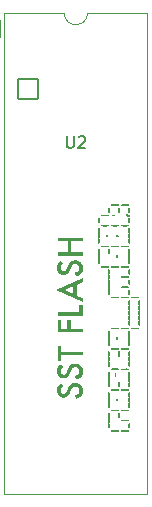
<source format=gbr>
%TF.GenerationSoftware,KiCad,Pcbnew,7.0.9*%
%TF.CreationDate,2023-12-21T11:34:42+00:00*%
%TF.ProjectId,flash-rom-expansion,666c6173-682d-4726-9f6d-2d657870616e,0*%
%TF.SameCoordinates,Original*%
%TF.FileFunction,Legend,Top*%
%TF.FilePolarity,Positive*%
%FSLAX46Y46*%
G04 Gerber Fmt 4.6, Leading zero omitted, Abs format (unit mm)*
G04 Created by KiCad (PCBNEW 7.0.9) date 2023-12-21 11:34:42*
%MOMM*%
%LPD*%
G01*
G04 APERTURE LIST*
G04 Aperture macros list*
%AMRoundRect*
0 Rectangle with rounded corners*
0 $1 Rounding radius*
0 $2 $3 $4 $5 $6 $7 $8 $9 X,Y pos of 4 corners*
0 Add a 4 corners polygon primitive as box body*
4,1,4,$2,$3,$4,$5,$6,$7,$8,$9,$2,$3,0*
0 Add four circle primitives for the rounded corners*
1,1,$1+$1,$2,$3*
1,1,$1+$1,$4,$5*
1,1,$1+$1,$6,$7*
1,1,$1+$1,$8,$9*
0 Add four rect primitives between the rounded corners*
20,1,$1+$1,$2,$3,$4,$5,0*
20,1,$1+$1,$4,$5,$6,$7,0*
20,1,$1+$1,$6,$7,$8,$9,0*
20,1,$1+$1,$8,$9,$2,$3,0*%
G04 Aperture macros list end*
%ADD10C,0.500000*%
%ADD11C,0.150000*%
%ADD12C,0.120000*%
%ADD13C,0.002000*%
%ADD14RoundRect,0.051000X-1.200000X-0.800000X1.200000X-0.800000X1.200000X0.800000X-1.200000X0.800000X0*%
%ADD15O,2.502000X1.702000*%
%ADD16RoundRect,0.051000X0.850000X0.850000X-0.850000X0.850000X-0.850000X-0.850000X0.850000X-0.850000X0*%
%ADD17O,1.802000X1.802000*%
G04 APERTURE END LIST*
D10*
G36*
X145494505Y-112553493D02*
G01*
X145651309Y-112811902D01*
X145628452Y-112825580D01*
X145607140Y-112839138D01*
X145587373Y-112852577D01*
X145569152Y-112865894D01*
X145552477Y-112879092D01*
X145537347Y-112892170D01*
X145519578Y-112909419D01*
X145504558Y-112926455D01*
X145492284Y-112943277D01*
X145487178Y-112951608D01*
X145476874Y-112969591D01*
X145467944Y-112988855D01*
X145460388Y-113009402D01*
X145454205Y-113031232D01*
X145449397Y-113054343D01*
X145445962Y-113078737D01*
X145443901Y-113104413D01*
X145443257Y-113124511D01*
X145443214Y-113131371D01*
X145443884Y-113156155D01*
X145445893Y-113180132D01*
X145449242Y-113203302D01*
X145453931Y-113225664D01*
X145459958Y-113247220D01*
X145467326Y-113267968D01*
X145476033Y-113287909D01*
X145486079Y-113307043D01*
X145497465Y-113325370D01*
X145510190Y-113342889D01*
X145519418Y-113354121D01*
X145533684Y-113370009D01*
X145548636Y-113384334D01*
X145564275Y-113397097D01*
X145580601Y-113408297D01*
X145597614Y-113417934D01*
X145621367Y-113428352D01*
X145639983Y-113434343D01*
X145659285Y-113438771D01*
X145679275Y-113441636D01*
X145699952Y-113442938D01*
X145706997Y-113443025D01*
X145735765Y-113441003D01*
X145763451Y-113434936D01*
X145790055Y-113424826D01*
X145815578Y-113410670D01*
X145831992Y-113398987D01*
X145847925Y-113385506D01*
X145863377Y-113370227D01*
X145878348Y-113353151D01*
X145892839Y-113334278D01*
X145906848Y-113313607D01*
X145920377Y-113291138D01*
X145933425Y-113266873D01*
X145945992Y-113240809D01*
X145958078Y-113212948D01*
X146045029Y-113001434D01*
X146058336Y-112969795D01*
X146072002Y-112939236D01*
X146086027Y-112909757D01*
X146100411Y-112881358D01*
X146115153Y-112854039D01*
X146130254Y-112827800D01*
X146145714Y-112802641D01*
X146161533Y-112778562D01*
X146177710Y-112755563D01*
X146194246Y-112733645D01*
X146211141Y-112712806D01*
X146228394Y-112693047D01*
X146246006Y-112674368D01*
X146263977Y-112656769D01*
X146282307Y-112640250D01*
X146300995Y-112624811D01*
X146320130Y-112610319D01*
X146339799Y-112596762D01*
X146360003Y-112584139D01*
X146380741Y-112572452D01*
X146402013Y-112561700D01*
X146423819Y-112551882D01*
X146446160Y-112543000D01*
X146469034Y-112535052D01*
X146492444Y-112528040D01*
X146516387Y-112521962D01*
X146540865Y-112516820D01*
X146565877Y-112512612D01*
X146591423Y-112509340D01*
X146617504Y-112507002D01*
X146644118Y-112505600D01*
X146671267Y-112505133D01*
X146707625Y-112505886D01*
X146743182Y-112508147D01*
X146777937Y-112511916D01*
X146811890Y-112517192D01*
X146845042Y-112523975D01*
X146877393Y-112532266D01*
X146908942Y-112542065D01*
X146939690Y-112553370D01*
X146969637Y-112566184D01*
X146998782Y-112580504D01*
X147027125Y-112596332D01*
X147054668Y-112613668D01*
X147081408Y-112632511D01*
X147107348Y-112652861D01*
X147132486Y-112674719D01*
X147156822Y-112698084D01*
X147180247Y-112722812D01*
X147202160Y-112748269D01*
X147222562Y-112774454D01*
X147241452Y-112801369D01*
X147258832Y-112829012D01*
X147274700Y-112857384D01*
X147289057Y-112886485D01*
X147301903Y-112916315D01*
X147313237Y-112946874D01*
X147323060Y-112978162D01*
X147331372Y-113010179D01*
X147338173Y-113042925D01*
X147343462Y-113076399D01*
X147347240Y-113110603D01*
X147349507Y-113145535D01*
X147350263Y-113181197D01*
X147349610Y-113214959D01*
X147347652Y-113247982D01*
X147344389Y-113280264D01*
X147339821Y-113311806D01*
X147333948Y-113342607D01*
X147326769Y-113372668D01*
X147318286Y-113401988D01*
X147308497Y-113430569D01*
X147297403Y-113458409D01*
X147285004Y-113485508D01*
X147271300Y-113511867D01*
X147256290Y-113537486D01*
X147239975Y-113562364D01*
X147222356Y-113586502D01*
X147203431Y-113609900D01*
X147183200Y-113632557D01*
X147161848Y-113653965D01*
X147139435Y-113674346D01*
X147115961Y-113693700D01*
X147091426Y-113712028D01*
X147065830Y-113729329D01*
X147039174Y-113745604D01*
X147011456Y-113760852D01*
X146982677Y-113775073D01*
X146952837Y-113788268D01*
X146921937Y-113800436D01*
X146889975Y-113811578D01*
X146856953Y-113821693D01*
X146822870Y-113830782D01*
X146787726Y-113838843D01*
X146751520Y-113845879D01*
X146714254Y-113851888D01*
X146642935Y-113535837D01*
X146665808Y-113532958D01*
X146687777Y-113529815D01*
X146708841Y-113526409D01*
X146729000Y-113522740D01*
X146748255Y-113518807D01*
X146775442Y-113512414D01*
X146800594Y-113505429D01*
X146823711Y-113497851D01*
X146844792Y-113489681D01*
X146863839Y-113480918D01*
X146886069Y-113468313D01*
X146900367Y-113458168D01*
X146916989Y-113445475D01*
X146932539Y-113432065D01*
X146947016Y-113417937D01*
X146960420Y-113403091D01*
X146972753Y-113387528D01*
X146984013Y-113371248D01*
X146994200Y-113354250D01*
X147003316Y-113336535D01*
X147011358Y-113318102D01*
X147018329Y-113298952D01*
X147024227Y-113279085D01*
X147029053Y-113258500D01*
X147032806Y-113237197D01*
X147035487Y-113215177D01*
X147037096Y-113192440D01*
X147037632Y-113168985D01*
X147036747Y-113141225D01*
X147034094Y-113114368D01*
X147029672Y-113088412D01*
X147023481Y-113063357D01*
X147015521Y-113039204D01*
X147005792Y-113015953D01*
X146994295Y-112993603D01*
X146981028Y-112972155D01*
X146965993Y-112951609D01*
X146949189Y-112931964D01*
X146937004Y-112919368D01*
X146917664Y-112901560D01*
X146897379Y-112885503D01*
X146876150Y-112871197D01*
X146853976Y-112858643D01*
X146830858Y-112847841D01*
X146806796Y-112838791D01*
X146781788Y-112831492D01*
X146755837Y-112825945D01*
X146728940Y-112822150D01*
X146701099Y-112820107D01*
X146682014Y-112819717D01*
X146659111Y-112820318D01*
X146636928Y-112822122D01*
X146615468Y-112825127D01*
X146594728Y-112829334D01*
X146574709Y-112834744D01*
X146568197Y-112836814D01*
X146549072Y-112843895D01*
X146530530Y-112852316D01*
X146512573Y-112862076D01*
X146495199Y-112873176D01*
X146478409Y-112885615D01*
X146472942Y-112890059D01*
X146456845Y-112904370D01*
X146441160Y-112920193D01*
X146425887Y-112937526D01*
X146413475Y-112953125D01*
X146401349Y-112969774D01*
X146391854Y-112983848D01*
X146380042Y-113002245D01*
X146368422Y-113021716D01*
X146356992Y-113042259D01*
X146345753Y-113063876D01*
X146336899Y-113081943D01*
X146328167Y-113100696D01*
X146319558Y-113120136D01*
X146234073Y-113323835D01*
X146222365Y-113350522D01*
X146210324Y-113376362D01*
X146197949Y-113401355D01*
X146185239Y-113425501D01*
X146172196Y-113448799D01*
X146158819Y-113471250D01*
X146145108Y-113492854D01*
X146131063Y-113513611D01*
X146116685Y-113533521D01*
X146101972Y-113552583D01*
X146086925Y-113570798D01*
X146071544Y-113588166D01*
X146055830Y-113604687D01*
X146039781Y-113620361D01*
X146023399Y-113635187D01*
X146006683Y-113649166D01*
X145989632Y-113662298D01*
X145972248Y-113674583D01*
X145954530Y-113686020D01*
X145936478Y-113696610D01*
X145918092Y-113706353D01*
X145899372Y-113715249D01*
X145880318Y-113723298D01*
X145860931Y-113730499D01*
X145841209Y-113736853D01*
X145821154Y-113742360D01*
X145800764Y-113747020D01*
X145780041Y-113750832D01*
X145758983Y-113753797D01*
X145737592Y-113755915D01*
X145715867Y-113757186D01*
X145693808Y-113757610D01*
X145664193Y-113756898D01*
X145635189Y-113754763D01*
X145606796Y-113751204D01*
X145579013Y-113746222D01*
X145551841Y-113739816D01*
X145525280Y-113731987D01*
X145499329Y-113722735D01*
X145473989Y-113712059D01*
X145449259Y-113699959D01*
X145425140Y-113686436D01*
X145401632Y-113671489D01*
X145378734Y-113655119D01*
X145356447Y-113637326D01*
X145334771Y-113618109D01*
X145313705Y-113597469D01*
X145293249Y-113575405D01*
X145273552Y-113552345D01*
X145255125Y-113528594D01*
X145237968Y-113504153D01*
X145222083Y-113479020D01*
X145207469Y-113453197D01*
X145194125Y-113426684D01*
X145182052Y-113399479D01*
X145171250Y-113371584D01*
X145161719Y-113342998D01*
X145153458Y-113313721D01*
X145146469Y-113283754D01*
X145140750Y-113253096D01*
X145136302Y-113221747D01*
X145133125Y-113189707D01*
X145131219Y-113156977D01*
X145130584Y-113123555D01*
X145130939Y-113100905D01*
X145132005Y-113078567D01*
X145133782Y-113056541D01*
X145136270Y-113034827D01*
X145139468Y-113013424D01*
X145143378Y-112992334D01*
X145147998Y-112971556D01*
X145153329Y-112951089D01*
X145159370Y-112930935D01*
X145166123Y-112911093D01*
X145173586Y-112891562D01*
X145181760Y-112872344D01*
X145190645Y-112853438D01*
X145200241Y-112834843D01*
X145210547Y-112816561D01*
X145221564Y-112798590D01*
X145233292Y-112780932D01*
X145245731Y-112763585D01*
X145258880Y-112746551D01*
X145272741Y-112729828D01*
X145287312Y-112713418D01*
X145302594Y-112697319D01*
X145318586Y-112681533D01*
X145335290Y-112666058D01*
X145352704Y-112650895D01*
X145370829Y-112636045D01*
X145389665Y-112621506D01*
X145409211Y-112607279D01*
X145429469Y-112593365D01*
X145450437Y-112579762D01*
X145472116Y-112566471D01*
X145494505Y-112553493D01*
G37*
G36*
X145494505Y-110921950D02*
G01*
X145651309Y-111180359D01*
X145628452Y-111194038D01*
X145607140Y-111207596D01*
X145587373Y-111221034D01*
X145569152Y-111234352D01*
X145552477Y-111247550D01*
X145537347Y-111260627D01*
X145519578Y-111277877D01*
X145504558Y-111294913D01*
X145492284Y-111311735D01*
X145487178Y-111320066D01*
X145476874Y-111338049D01*
X145467944Y-111357313D01*
X145460388Y-111377860D01*
X145454205Y-111399689D01*
X145449397Y-111422801D01*
X145445962Y-111447195D01*
X145443901Y-111472871D01*
X145443257Y-111492969D01*
X145443214Y-111499829D01*
X145443884Y-111524613D01*
X145445893Y-111548590D01*
X145449242Y-111571759D01*
X145453931Y-111594122D01*
X145459958Y-111615677D01*
X145467326Y-111636426D01*
X145476033Y-111656367D01*
X145486079Y-111675501D01*
X145497465Y-111693827D01*
X145510190Y-111711347D01*
X145519418Y-111722578D01*
X145533684Y-111738467D01*
X145548636Y-111752792D01*
X145564275Y-111765555D01*
X145580601Y-111776755D01*
X145597614Y-111786392D01*
X145621367Y-111796810D01*
X145639983Y-111802801D01*
X145659285Y-111807229D01*
X145679275Y-111810094D01*
X145699952Y-111811396D01*
X145706997Y-111811483D01*
X145735765Y-111809461D01*
X145763451Y-111803394D01*
X145790055Y-111793283D01*
X145815578Y-111779128D01*
X145831992Y-111767445D01*
X145847925Y-111753964D01*
X145863377Y-111738685D01*
X145878348Y-111721609D01*
X145892839Y-111702736D01*
X145906848Y-111682065D01*
X145920377Y-111659596D01*
X145933425Y-111635330D01*
X145945992Y-111609267D01*
X145958078Y-111581406D01*
X146045029Y-111369892D01*
X146058336Y-111338253D01*
X146072002Y-111307694D01*
X146086027Y-111278215D01*
X146100411Y-111249816D01*
X146115153Y-111222497D01*
X146130254Y-111196258D01*
X146145714Y-111171099D01*
X146161533Y-111147020D01*
X146177710Y-111124021D01*
X146194246Y-111102102D01*
X146211141Y-111081263D01*
X146228394Y-111061505D01*
X146246006Y-111042826D01*
X146263977Y-111025227D01*
X146282307Y-111008708D01*
X146300995Y-110993269D01*
X146320130Y-110978777D01*
X146339799Y-110965220D01*
X146360003Y-110952597D01*
X146380741Y-110940910D01*
X146402013Y-110930157D01*
X146423819Y-110920340D01*
X146446160Y-110911457D01*
X146469034Y-110903510D01*
X146492444Y-110896498D01*
X146516387Y-110890420D01*
X146540865Y-110885278D01*
X146565877Y-110881070D01*
X146591423Y-110877798D01*
X146617504Y-110875460D01*
X146644118Y-110874058D01*
X146671267Y-110873590D01*
X146707625Y-110874344D01*
X146743182Y-110876605D01*
X146777937Y-110880374D01*
X146811890Y-110885650D01*
X146845042Y-110892433D01*
X146877393Y-110900724D01*
X146908942Y-110910522D01*
X146939690Y-110921828D01*
X146969637Y-110934641D01*
X146998782Y-110948962D01*
X147027125Y-110964790D01*
X147054668Y-110982126D01*
X147081408Y-111000969D01*
X147107348Y-111021319D01*
X147132486Y-111043177D01*
X147156822Y-111066542D01*
X147180247Y-111091270D01*
X147202160Y-111116726D01*
X147222562Y-111142912D01*
X147241452Y-111169826D01*
X147258832Y-111197470D01*
X147274700Y-111225842D01*
X147289057Y-111254943D01*
X147301903Y-111284773D01*
X147313237Y-111315332D01*
X147323060Y-111346620D01*
X147331372Y-111378637D01*
X147338173Y-111411383D01*
X147343462Y-111444857D01*
X147347240Y-111479061D01*
X147349507Y-111513993D01*
X147350263Y-111549654D01*
X147349610Y-111583417D01*
X147347652Y-111616440D01*
X147344389Y-111648722D01*
X147339821Y-111680263D01*
X147333948Y-111711065D01*
X147326769Y-111741126D01*
X147318286Y-111770446D01*
X147308497Y-111799026D01*
X147297403Y-111826866D01*
X147285004Y-111853966D01*
X147271300Y-111880325D01*
X147256290Y-111905944D01*
X147239975Y-111930822D01*
X147222356Y-111954960D01*
X147203431Y-111978358D01*
X147183200Y-112001015D01*
X147161848Y-112022423D01*
X147139435Y-112042804D01*
X147115961Y-112062158D01*
X147091426Y-112080486D01*
X147065830Y-112097787D01*
X147039174Y-112114062D01*
X147011456Y-112129310D01*
X146982677Y-112143531D01*
X146952837Y-112156726D01*
X146921937Y-112168894D01*
X146889975Y-112180036D01*
X146856953Y-112190151D01*
X146822870Y-112199239D01*
X146787726Y-112207301D01*
X146751520Y-112214337D01*
X146714254Y-112220345D01*
X146642935Y-111904295D01*
X146665808Y-111901416D01*
X146687777Y-111898273D01*
X146708841Y-111894867D01*
X146729000Y-111891198D01*
X146748255Y-111887265D01*
X146775442Y-111880872D01*
X146800594Y-111873887D01*
X146823711Y-111866309D01*
X146844792Y-111858139D01*
X146863839Y-111849376D01*
X146886069Y-111836771D01*
X146900367Y-111826626D01*
X146916989Y-111813933D01*
X146932539Y-111800522D01*
X146947016Y-111786394D01*
X146960420Y-111771549D01*
X146972753Y-111755986D01*
X146984013Y-111739706D01*
X146994200Y-111722708D01*
X147003316Y-111704993D01*
X147011358Y-111686560D01*
X147018329Y-111667410D01*
X147024227Y-111647542D01*
X147029053Y-111626957D01*
X147032806Y-111605655D01*
X147035487Y-111583635D01*
X147037096Y-111560897D01*
X147037632Y-111537442D01*
X147036747Y-111509683D01*
X147034094Y-111482825D01*
X147029672Y-111456869D01*
X147023481Y-111431815D01*
X147015521Y-111407662D01*
X147005792Y-111384411D01*
X146994295Y-111362061D01*
X146981028Y-111340613D01*
X146965993Y-111320067D01*
X146949189Y-111300422D01*
X146937004Y-111287826D01*
X146917664Y-111270017D01*
X146897379Y-111253960D01*
X146876150Y-111239655D01*
X146853976Y-111227101D01*
X146830858Y-111216299D01*
X146806796Y-111207249D01*
X146781788Y-111199950D01*
X146755837Y-111194403D01*
X146728940Y-111190608D01*
X146701099Y-111188564D01*
X146682014Y-111188175D01*
X146659111Y-111188776D01*
X146636928Y-111190579D01*
X146615468Y-111193585D01*
X146594728Y-111197792D01*
X146574709Y-111203202D01*
X146568197Y-111205272D01*
X146549072Y-111212353D01*
X146530530Y-111220774D01*
X146512573Y-111230534D01*
X146495199Y-111241634D01*
X146478409Y-111254073D01*
X146472942Y-111258517D01*
X146456845Y-111272828D01*
X146441160Y-111288650D01*
X146425887Y-111305984D01*
X146413475Y-111321583D01*
X146401349Y-111338232D01*
X146391854Y-111352306D01*
X146380042Y-111370703D01*
X146368422Y-111390173D01*
X146356992Y-111410717D01*
X146345753Y-111432334D01*
X146336899Y-111450400D01*
X146328167Y-111469154D01*
X146319558Y-111488594D01*
X146234073Y-111692292D01*
X146222365Y-111718980D01*
X146210324Y-111744820D01*
X146197949Y-111769813D01*
X146185239Y-111793958D01*
X146172196Y-111817257D01*
X146158819Y-111839708D01*
X146145108Y-111861312D01*
X146131063Y-111882069D01*
X146116685Y-111901979D01*
X146101972Y-111921041D01*
X146086925Y-111939256D01*
X146071544Y-111956624D01*
X146055830Y-111973145D01*
X146039781Y-111988818D01*
X146023399Y-112003645D01*
X146006683Y-112017624D01*
X145989632Y-112030756D01*
X145972248Y-112043040D01*
X145954530Y-112054478D01*
X145936478Y-112065068D01*
X145918092Y-112074811D01*
X145899372Y-112083707D01*
X145880318Y-112091755D01*
X145860931Y-112098957D01*
X145841209Y-112105311D01*
X145821154Y-112110818D01*
X145800764Y-112115477D01*
X145780041Y-112119290D01*
X145758983Y-112122255D01*
X145737592Y-112124373D01*
X145715867Y-112125644D01*
X145693808Y-112126068D01*
X145664193Y-112125356D01*
X145635189Y-112123221D01*
X145606796Y-112119662D01*
X145579013Y-112114680D01*
X145551841Y-112108274D01*
X145525280Y-112100445D01*
X145499329Y-112091192D01*
X145473989Y-112080516D01*
X145449259Y-112068417D01*
X145425140Y-112054894D01*
X145401632Y-112039947D01*
X145378734Y-112023577D01*
X145356447Y-112005784D01*
X145334771Y-111986567D01*
X145313705Y-111965926D01*
X145293249Y-111943862D01*
X145273552Y-111920802D01*
X145255125Y-111897052D01*
X145237968Y-111872610D01*
X145222083Y-111847478D01*
X145207469Y-111821655D01*
X145194125Y-111795141D01*
X145182052Y-111767937D01*
X145171250Y-111740042D01*
X145161719Y-111711456D01*
X145153458Y-111682179D01*
X145146469Y-111652212D01*
X145140750Y-111621553D01*
X145136302Y-111590205D01*
X145133125Y-111558165D01*
X145131219Y-111525434D01*
X145130584Y-111492013D01*
X145130939Y-111469363D01*
X145132005Y-111447025D01*
X145133782Y-111424999D01*
X145136270Y-111403284D01*
X145139468Y-111381882D01*
X145143378Y-111360792D01*
X145147998Y-111340014D01*
X145153329Y-111319547D01*
X145159370Y-111299393D01*
X145166123Y-111279551D01*
X145173586Y-111260020D01*
X145181760Y-111240802D01*
X145190645Y-111221895D01*
X145200241Y-111203301D01*
X145210547Y-111185019D01*
X145221564Y-111167048D01*
X145233292Y-111149390D01*
X145245731Y-111132043D01*
X145258880Y-111115009D01*
X145272741Y-111098286D01*
X145287312Y-111081876D01*
X145302594Y-111065777D01*
X145318586Y-111049990D01*
X145335290Y-111034516D01*
X145352704Y-111019353D01*
X145370829Y-111004503D01*
X145389665Y-110989964D01*
X145409211Y-110975737D01*
X145429469Y-110961823D01*
X145450437Y-110948220D01*
X145472116Y-110934929D01*
X145494505Y-110921950D01*
G37*
G36*
X145505741Y-109861448D02*
G01*
X147319000Y-109861448D01*
X147319000Y-110176033D01*
X145505741Y-110176033D01*
X145505741Y-110674288D01*
X145193110Y-110674288D01*
X145193110Y-109392502D01*
X145505741Y-109392502D01*
X145505741Y-109861448D01*
G37*
G36*
X145505741Y-107194316D02*
G01*
X145505741Y-107927045D01*
X146005950Y-107927045D01*
X146005950Y-107209948D01*
X146318581Y-107209948D01*
X146318581Y-107927045D01*
X147334631Y-107927045D01*
X147334631Y-108241629D01*
X145193110Y-108241629D01*
X145193110Y-107194316D01*
X145505741Y-107194316D01*
G37*
G36*
X145193110Y-106504574D02*
G01*
X147006369Y-106504574D01*
X147006369Y-105881266D01*
X147319000Y-105881266D01*
X147319000Y-106819159D01*
X145193110Y-106819159D01*
X145193110Y-106504574D01*
G37*
G36*
X147334631Y-103996689D02*
G01*
X146818790Y-104218461D01*
X146818790Y-105122160D01*
X147334631Y-105357121D01*
X147334631Y-105700527D01*
X145079227Y-104661029D01*
X145784666Y-104661029D01*
X146506159Y-104989292D01*
X146506159Y-104348398D01*
X145784666Y-104661029D01*
X145079227Y-104661029D01*
X145067569Y-104655656D01*
X147334631Y-103648398D01*
X147334631Y-103996689D01*
G37*
G36*
X145494505Y-102183918D02*
G01*
X145651309Y-102442327D01*
X145628452Y-102456006D01*
X145607140Y-102469564D01*
X145587373Y-102483002D01*
X145569152Y-102496320D01*
X145552477Y-102509518D01*
X145537347Y-102522595D01*
X145519578Y-102539845D01*
X145504558Y-102556881D01*
X145492284Y-102573703D01*
X145487178Y-102582034D01*
X145476874Y-102600016D01*
X145467944Y-102619281D01*
X145460388Y-102639828D01*
X145454205Y-102661657D01*
X145449397Y-102684769D01*
X145445962Y-102709163D01*
X145443901Y-102734839D01*
X145443257Y-102754937D01*
X145443214Y-102761797D01*
X145443884Y-102786581D01*
X145445893Y-102810558D01*
X145449242Y-102833727D01*
X145453931Y-102856090D01*
X145459958Y-102877645D01*
X145467326Y-102898393D01*
X145476033Y-102918335D01*
X145486079Y-102937469D01*
X145497465Y-102955795D01*
X145510190Y-102973315D01*
X145519418Y-102984546D01*
X145533684Y-103000435D01*
X145548636Y-103014760D01*
X145564275Y-103027523D01*
X145580601Y-103038722D01*
X145597614Y-103048360D01*
X145621367Y-103058778D01*
X145639983Y-103064769D01*
X145659285Y-103069197D01*
X145679275Y-103072062D01*
X145699952Y-103073364D01*
X145706997Y-103073451D01*
X145735765Y-103071429D01*
X145763451Y-103065362D01*
X145790055Y-103055251D01*
X145815578Y-103041096D01*
X145831992Y-103029413D01*
X145847925Y-103015932D01*
X145863377Y-103000653D01*
X145878348Y-102983577D01*
X145892839Y-102964703D01*
X145906848Y-102944033D01*
X145920377Y-102921564D01*
X145933425Y-102897298D01*
X145945992Y-102871235D01*
X145958078Y-102843374D01*
X146045029Y-102631860D01*
X146058336Y-102600221D01*
X146072002Y-102569662D01*
X146086027Y-102540183D01*
X146100411Y-102511784D01*
X146115153Y-102484465D01*
X146130254Y-102458226D01*
X146145714Y-102433067D01*
X146161533Y-102408988D01*
X146177710Y-102385989D01*
X146194246Y-102364070D01*
X146211141Y-102343231D01*
X146228394Y-102323473D01*
X146246006Y-102304794D01*
X146263977Y-102287195D01*
X146282307Y-102270676D01*
X146300995Y-102255237D01*
X146320130Y-102240745D01*
X146339799Y-102227187D01*
X146360003Y-102214565D01*
X146380741Y-102202878D01*
X146402013Y-102192125D01*
X146423819Y-102182308D01*
X146446160Y-102173425D01*
X146469034Y-102165478D01*
X146492444Y-102158465D01*
X146516387Y-102152388D01*
X146540865Y-102147246D01*
X146565877Y-102143038D01*
X146591423Y-102139766D01*
X146617504Y-102137428D01*
X146644118Y-102136026D01*
X146671267Y-102135558D01*
X146707625Y-102136312D01*
X146743182Y-102138573D01*
X146777937Y-102142342D01*
X146811890Y-102147618D01*
X146845042Y-102154401D01*
X146877393Y-102162692D01*
X146908942Y-102172490D01*
X146939690Y-102183796D01*
X146969637Y-102196609D01*
X146998782Y-102210930D01*
X147027125Y-102226758D01*
X147054668Y-102244094D01*
X147081408Y-102262937D01*
X147107348Y-102283287D01*
X147132486Y-102305145D01*
X147156822Y-102328510D01*
X147180247Y-102353238D01*
X147202160Y-102378694D01*
X147222562Y-102404880D01*
X147241452Y-102431794D01*
X147258832Y-102459438D01*
X147274700Y-102487810D01*
X147289057Y-102516911D01*
X147301903Y-102546741D01*
X147313237Y-102577300D01*
X147323060Y-102608588D01*
X147331372Y-102640605D01*
X147338173Y-102673350D01*
X147343462Y-102706825D01*
X147347240Y-102741029D01*
X147349507Y-102775961D01*
X147350263Y-102811622D01*
X147349610Y-102845385D01*
X147347652Y-102878408D01*
X147344389Y-102910690D01*
X147339821Y-102942231D01*
X147333948Y-102973033D01*
X147326769Y-103003094D01*
X147318286Y-103032414D01*
X147308497Y-103060994D01*
X147297403Y-103088834D01*
X147285004Y-103115934D01*
X147271300Y-103142293D01*
X147256290Y-103167912D01*
X147239975Y-103192790D01*
X147222356Y-103216928D01*
X147203431Y-103240326D01*
X147183200Y-103262983D01*
X147161848Y-103284391D01*
X147139435Y-103304772D01*
X147115961Y-103324126D01*
X147091426Y-103342454D01*
X147065830Y-103359755D01*
X147039174Y-103376029D01*
X147011456Y-103391277D01*
X146982677Y-103405499D01*
X146952837Y-103418694D01*
X146921937Y-103430862D01*
X146889975Y-103442004D01*
X146856953Y-103452119D01*
X146822870Y-103461207D01*
X146787726Y-103469269D01*
X146751520Y-103476304D01*
X146714254Y-103482313D01*
X146642935Y-103166263D01*
X146665808Y-103163384D01*
X146687777Y-103160241D01*
X146708841Y-103156835D01*
X146729000Y-103153165D01*
X146748255Y-103149233D01*
X146775442Y-103142840D01*
X146800594Y-103135855D01*
X146823711Y-103128277D01*
X146844792Y-103120107D01*
X146863839Y-103111344D01*
X146886069Y-103098739D01*
X146900367Y-103088594D01*
X146916989Y-103075901D01*
X146932539Y-103062490D01*
X146947016Y-103048362D01*
X146960420Y-103033517D01*
X146972753Y-103017954D01*
X146984013Y-103001674D01*
X146994200Y-102984676D01*
X147003316Y-102966961D01*
X147011358Y-102948528D01*
X147018329Y-102929378D01*
X147024227Y-102909510D01*
X147029053Y-102888925D01*
X147032806Y-102867623D01*
X147035487Y-102845603D01*
X147037096Y-102822865D01*
X147037632Y-102799410D01*
X147036747Y-102771651D01*
X147034094Y-102744793D01*
X147029672Y-102718837D01*
X147023481Y-102693783D01*
X147015521Y-102669630D01*
X147005792Y-102646379D01*
X146994295Y-102624029D01*
X146981028Y-102602581D01*
X146965993Y-102582035D01*
X146949189Y-102562390D01*
X146937004Y-102549794D01*
X146917664Y-102531985D01*
X146897379Y-102515928D01*
X146876150Y-102501623D01*
X146853976Y-102489069D01*
X146830858Y-102478267D01*
X146806796Y-102469217D01*
X146781788Y-102461918D01*
X146755837Y-102456371D01*
X146728940Y-102452576D01*
X146701099Y-102450532D01*
X146682014Y-102450143D01*
X146659111Y-102450744D01*
X146636928Y-102452547D01*
X146615468Y-102455553D01*
X146594728Y-102459760D01*
X146574709Y-102465170D01*
X146568197Y-102467240D01*
X146549072Y-102474321D01*
X146530530Y-102482742D01*
X146512573Y-102492502D01*
X146495199Y-102503602D01*
X146478409Y-102516041D01*
X146472942Y-102520485D01*
X146456845Y-102534796D01*
X146441160Y-102550618D01*
X146425887Y-102567952D01*
X146413475Y-102583551D01*
X146401349Y-102600200D01*
X146391854Y-102614274D01*
X146380042Y-102632671D01*
X146368422Y-102652141D01*
X146356992Y-102672685D01*
X146345753Y-102694302D01*
X146336899Y-102712368D01*
X146328167Y-102731121D01*
X146319558Y-102750562D01*
X146234073Y-102954260D01*
X146222365Y-102980948D01*
X146210324Y-103006788D01*
X146197949Y-103031781D01*
X146185239Y-103055926D01*
X146172196Y-103079225D01*
X146158819Y-103101676D01*
X146145108Y-103123280D01*
X146131063Y-103144037D01*
X146116685Y-103163947D01*
X146101972Y-103183009D01*
X146086925Y-103201224D01*
X146071544Y-103218592D01*
X146055830Y-103235113D01*
X146039781Y-103250786D01*
X146023399Y-103265613D01*
X146006683Y-103279592D01*
X145989632Y-103292724D01*
X145972248Y-103305008D01*
X145954530Y-103316446D01*
X145936478Y-103327036D01*
X145918092Y-103336779D01*
X145899372Y-103345675D01*
X145880318Y-103353723D01*
X145860931Y-103360925D01*
X145841209Y-103367279D01*
X145821154Y-103372786D01*
X145800764Y-103377445D01*
X145780041Y-103381258D01*
X145758983Y-103384223D01*
X145737592Y-103386341D01*
X145715867Y-103387612D01*
X145693808Y-103388036D01*
X145664193Y-103387324D01*
X145635189Y-103385189D01*
X145606796Y-103381630D01*
X145579013Y-103376648D01*
X145551841Y-103370242D01*
X145525280Y-103362413D01*
X145499329Y-103353160D01*
X145473989Y-103342484D01*
X145449259Y-103330385D01*
X145425140Y-103316862D01*
X145401632Y-103301915D01*
X145378734Y-103285545D01*
X145356447Y-103267752D01*
X145334771Y-103248535D01*
X145313705Y-103227894D01*
X145293249Y-103205830D01*
X145273552Y-103182770D01*
X145255125Y-103159020D01*
X145237968Y-103134578D01*
X145222083Y-103109446D01*
X145207469Y-103083623D01*
X145194125Y-103057109D01*
X145182052Y-103029905D01*
X145171250Y-103002010D01*
X145161719Y-102973424D01*
X145153458Y-102944147D01*
X145146469Y-102914180D01*
X145140750Y-102883521D01*
X145136302Y-102852172D01*
X145133125Y-102820133D01*
X145131219Y-102787402D01*
X145130584Y-102753981D01*
X145130939Y-102731331D01*
X145132005Y-102708993D01*
X145133782Y-102686966D01*
X145136270Y-102665252D01*
X145139468Y-102643850D01*
X145143378Y-102622760D01*
X145147998Y-102601981D01*
X145153329Y-102581515D01*
X145159370Y-102561361D01*
X145166123Y-102541518D01*
X145173586Y-102521988D01*
X145181760Y-102502770D01*
X145190645Y-102483863D01*
X145200241Y-102465269D01*
X145210547Y-102446986D01*
X145221564Y-102429016D01*
X145233292Y-102411357D01*
X145245731Y-102394011D01*
X145258880Y-102376976D01*
X145272741Y-102360254D01*
X145287312Y-102343843D01*
X145302594Y-102327745D01*
X145318586Y-102311958D01*
X145335290Y-102296484D01*
X145352704Y-102281321D01*
X145370829Y-102266470D01*
X145389665Y-102251932D01*
X145409211Y-102237705D01*
X145429469Y-102223790D01*
X145450437Y-102210188D01*
X145472116Y-102196897D01*
X145494505Y-102183918D01*
G37*
G36*
X146037213Y-101441908D02*
G01*
X146037213Y-100537233D01*
X145193110Y-100537233D01*
X145193110Y-100222648D01*
X147319000Y-100222648D01*
X147319000Y-100537233D01*
X146349844Y-100537233D01*
X146349844Y-101441908D01*
X147319000Y-101441908D01*
X147319000Y-101756493D01*
X145193110Y-101756493D01*
X145193110Y-101441908D01*
X146037213Y-101441908D01*
G37*
D11*
X145976095Y-91612819D02*
X145976095Y-92422342D01*
X145976095Y-92422342D02*
X146023714Y-92517580D01*
X146023714Y-92517580D02*
X146071333Y-92565200D01*
X146071333Y-92565200D02*
X146166571Y-92612819D01*
X146166571Y-92612819D02*
X146357047Y-92612819D01*
X146357047Y-92612819D02*
X146452285Y-92565200D01*
X146452285Y-92565200D02*
X146499904Y-92517580D01*
X146499904Y-92517580D02*
X146547523Y-92422342D01*
X146547523Y-92422342D02*
X146547523Y-91612819D01*
X146976095Y-91708057D02*
X147023714Y-91660438D01*
X147023714Y-91660438D02*
X147118952Y-91612819D01*
X147118952Y-91612819D02*
X147357047Y-91612819D01*
X147357047Y-91612819D02*
X147452285Y-91660438D01*
X147452285Y-91660438D02*
X147499904Y-91708057D01*
X147499904Y-91708057D02*
X147547523Y-91803295D01*
X147547523Y-91803295D02*
X147547523Y-91898533D01*
X147547523Y-91898533D02*
X147499904Y-92041390D01*
X147499904Y-92041390D02*
X146928476Y-92612819D01*
X146928476Y-92612819D02*
X147547523Y-92612819D01*
D12*
%TO.C,U2*%
X140678000Y-81176000D02*
X140678000Y-121936000D01*
X140678000Y-121936000D02*
X152798000Y-121936000D01*
X145738000Y-81176000D02*
X140678000Y-81176000D01*
X152798000Y-81176000D02*
X147738000Y-81176000D01*
X152798000Y-121936000D02*
X152798000Y-81176000D01*
X145738000Y-81176000D02*
G75*
G03*
X147738000Y-81176000I1000000J0D01*
G01*
D13*
%TO.C,REF\u002A\u002A*%
X150007220Y-116564261D02*
X150007220Y-116564261D01*
X150866324Y-116564261D02*
X150866324Y-116564261D01*
X149486858Y-116285941D02*
X149486858Y-116285941D01*
X151205147Y-116285941D02*
X151205147Y-116285941D01*
X149486858Y-115850309D02*
X149486858Y-115850309D01*
X150866324Y-115692998D02*
X150866324Y-115692998D01*
X149486858Y-115414678D02*
X149486858Y-115414678D01*
X150366866Y-115409986D02*
X150366866Y-115409986D01*
X150007220Y-114821735D02*
X150007220Y-114821735D01*
X150866324Y-114821735D02*
X150866324Y-114821735D01*
X149486858Y-114555516D02*
X149486858Y-114555516D01*
X151205147Y-114555516D02*
X151205147Y-114555516D01*
X149486858Y-114119884D02*
X149486858Y-114119884D01*
X151205147Y-114119884D02*
X151205147Y-114119884D01*
X150239153Y-113972150D02*
X150239153Y-113972150D01*
X149486858Y-113684252D02*
X149486858Y-113684252D01*
X151205147Y-113684252D02*
X151205147Y-113684252D01*
X150007220Y-113103410D02*
X150007220Y-113103410D01*
X151164153Y-113087935D02*
X151164153Y-113087935D01*
X149486858Y-112812989D02*
X149486858Y-112812989D01*
X150346034Y-112812989D02*
X150346034Y-112812989D01*
X151205147Y-112812989D02*
X151205147Y-112812989D01*
X149486858Y-112377359D02*
X149486858Y-112377359D01*
X151205147Y-112377359D02*
X151205147Y-112377359D01*
X149486858Y-111941727D02*
X149486858Y-111941727D01*
X151205147Y-111941727D02*
X151205147Y-111941727D01*
X150043495Y-111893324D02*
X150043495Y-111893324D01*
X150007220Y-111360885D02*
X150007220Y-111360885D01*
X151165320Y-111344346D02*
X151165320Y-111344346D01*
X149486858Y-111070464D02*
X149486858Y-111070464D01*
X151205147Y-111070464D02*
X151205147Y-111070464D01*
X149486858Y-110634833D02*
X149486858Y-110634833D01*
X151205147Y-110634833D02*
X151205147Y-110634833D01*
X149486858Y-110199201D02*
X149486858Y-110199201D01*
X150346034Y-110199201D02*
X150346034Y-110199201D01*
X151205147Y-110199201D02*
X151205147Y-110199201D01*
X150007220Y-109618359D02*
X150007220Y-109618359D01*
X150866431Y-109618359D02*
X150866431Y-109618359D01*
X149486858Y-109327938D02*
X149486858Y-109327938D01*
X151205147Y-109327938D02*
X151205147Y-109327938D01*
X149486858Y-108892307D02*
X149486858Y-108892307D01*
X151205147Y-108892307D02*
X151205147Y-108892307D01*
X150234144Y-108764566D02*
X150234144Y-108764566D01*
X149486858Y-108456675D02*
X149486858Y-108456675D01*
X151205147Y-108456675D02*
X151205147Y-108456675D01*
X150007220Y-107875833D02*
X150007220Y-107875833D01*
X150866431Y-107875833D02*
X150866431Y-107875833D01*
X151713384Y-107875833D02*
X151713384Y-107875833D01*
X151205147Y-107585412D02*
X151205147Y-107585412D01*
X152052210Y-107585412D02*
X152052210Y-107585412D01*
X152052210Y-107173983D02*
X152052210Y-107173983D01*
X151205147Y-107161882D02*
X151205147Y-107161882D01*
X152052210Y-106738351D02*
X152052210Y-106738351D01*
X151205147Y-106726250D02*
X151205147Y-106726250D01*
X152052210Y-106302720D02*
X152052210Y-106302720D01*
X151205147Y-106290618D02*
X151205147Y-106290618D01*
X151205147Y-105867088D02*
X151205147Y-105867088D01*
X152052210Y-105867088D02*
X152052210Y-105867088D01*
X150007220Y-105262044D02*
X150007220Y-105262044D01*
X150867884Y-105262044D02*
X150867884Y-105262044D01*
X151713384Y-105262044D02*
X151713384Y-105262044D01*
X149486858Y-104995825D02*
X149486858Y-104995825D01*
X151205147Y-104995825D02*
X151205147Y-104995825D01*
X149486858Y-104560193D02*
X149486858Y-104560193D01*
X150867884Y-104390781D02*
X150867884Y-104390781D01*
X149486858Y-104124562D02*
X149486858Y-104124562D01*
X151205147Y-104124562D02*
X151205147Y-104124562D01*
X149486858Y-103688931D02*
X149486858Y-103688931D01*
X151164285Y-103528248D02*
X151164285Y-103528248D01*
X149486858Y-103253298D02*
X149486858Y-103253298D01*
X151205147Y-103253298D02*
X151205147Y-103253298D01*
X149160134Y-102672456D02*
X149160134Y-102672456D01*
X150007220Y-102672456D02*
X150007220Y-102672456D01*
X151164285Y-102656984D02*
X151164285Y-102656984D01*
X148639795Y-102382037D02*
X148639795Y-102382037D01*
X151205147Y-102382037D02*
X151205147Y-102382037D01*
X148639795Y-101946404D02*
X148639795Y-101946404D01*
X151205147Y-101946404D02*
X151205147Y-101946404D01*
X150225144Y-101816567D02*
X150225155Y-101816582D01*
X148639795Y-101510773D02*
X148639795Y-101510773D01*
X149486858Y-101510773D02*
X149486858Y-101510773D01*
X151205147Y-101510773D02*
X151205147Y-101510773D01*
X149160134Y-100929931D02*
X149160134Y-100929931D01*
X150007220Y-100929931D02*
X150007220Y-100929931D01*
X151164886Y-100913796D02*
X151164871Y-100913796D01*
X148639795Y-100639510D02*
X148639795Y-100639510D01*
X151205147Y-100639510D02*
X151205147Y-100639510D01*
X148639795Y-100203879D02*
X148639795Y-100203879D01*
X151205147Y-100203879D02*
X151205147Y-100203879D01*
X150245184Y-100066736D02*
X150245184Y-100066736D01*
X149397218Y-100052609D02*
X149397233Y-100052618D01*
X148639795Y-99768246D02*
X148639795Y-99768246D01*
X151205147Y-99768246D02*
X151205147Y-99768246D01*
X149160134Y-99187403D02*
X149160134Y-99187403D01*
X150007220Y-99187403D02*
X150007220Y-99187403D01*
X150866384Y-99187403D02*
X150866384Y-99187403D01*
X148639795Y-98896982D02*
X148639795Y-98896982D01*
X151205147Y-98896982D02*
X151205147Y-98896982D01*
X151126491Y-98347091D02*
X151126491Y-98347091D01*
X149837782Y-98320734D02*
X149837782Y-98320734D01*
X149160134Y-98316143D02*
X149160134Y-98316143D01*
X149486858Y-98037820D02*
X149486858Y-98037820D01*
X151205147Y-98037820D02*
X151205147Y-98037820D01*
X150366866Y-98033130D02*
X150366866Y-98033130D01*
X150007220Y-97444878D02*
X150007220Y-97444878D01*
X150866384Y-97444878D02*
X150866384Y-97444878D01*
X150007220Y-116564261D02*
X149990027Y-116564233D01*
X149973245Y-116564152D01*
X149956882Y-116564017D01*
X149940948Y-116563829D01*
X149925451Y-116563590D01*
X149910400Y-116563299D01*
X149895804Y-116562958D01*
X149881672Y-116562566D01*
X149868013Y-116562126D01*
X149854835Y-116561637D01*
X149842148Y-116561100D01*
X149829960Y-116560517D01*
X149818280Y-116559887D01*
X149807117Y-116559211D01*
X149796480Y-116558491D01*
X149786378Y-116557726D01*
X149776819Y-116556918D01*
X149767813Y-116556067D01*
X149759368Y-116555174D01*
X149751493Y-116554240D01*
X149744197Y-116553265D01*
X149737489Y-116552250D01*
X149731378Y-116551196D01*
X149725873Y-116550103D01*
X149720982Y-116548972D01*
X149716715Y-116547805D01*
X149713079Y-116546601D01*
X149710085Y-116545361D01*
X149707741Y-116544086D01*
X149706055Y-116542777D01*
X149704697Y-116540060D01*
X150866324Y-116564261D02*
X150848386Y-116564233D01*
X150830884Y-116564152D01*
X150813824Y-116564018D01*
X150797216Y-116563831D01*
X150781069Y-116563593D01*
X150765392Y-116563303D01*
X150750194Y-116562963D01*
X150735483Y-116562573D01*
X150721268Y-116562134D01*
X150707559Y-116561647D01*
X150694363Y-116561112D01*
X150681691Y-116560530D01*
X150669550Y-116559901D01*
X150657950Y-116559227D01*
X150646899Y-116558508D01*
X150636407Y-116557745D01*
X150626482Y-116556937D01*
X150617133Y-116556087D01*
X150608369Y-116555195D01*
X150600199Y-116554261D01*
X150592631Y-116553286D01*
X150585675Y-116552271D01*
X150579340Y-116551217D01*
X150573633Y-116550123D01*
X150568565Y-116548992D01*
X150564144Y-116547823D01*
X150560379Y-116546617D01*
X150557278Y-116545375D01*
X150554851Y-116544098D01*
X150553107Y-116542785D01*
X150551701Y-116540060D01*
X149704697Y-116540060D02*
X149706055Y-116537342D01*
X149707741Y-116536033D01*
X149710085Y-116534758D01*
X149713079Y-116533518D01*
X149716715Y-116532314D01*
X149720982Y-116531147D01*
X149725873Y-116530016D01*
X149731378Y-116528923D01*
X149737489Y-116527869D01*
X149744197Y-116526854D01*
X149751493Y-116525879D01*
X149759368Y-116524945D01*
X149767813Y-116524052D01*
X149776819Y-116523201D01*
X149786378Y-116522393D01*
X149796480Y-116521628D01*
X149807117Y-116520908D01*
X149818280Y-116520232D01*
X149829960Y-116519602D01*
X149842148Y-116519019D01*
X149854835Y-116518482D01*
X149868013Y-116517993D01*
X149881672Y-116517553D01*
X149895804Y-116517161D01*
X149910400Y-116516820D01*
X149925451Y-116516529D01*
X149940948Y-116516290D01*
X149956882Y-116516102D01*
X149973245Y-116515967D01*
X149990027Y-116515886D01*
X150007220Y-116515859D01*
X150309740Y-116540060D02*
X150308381Y-116542777D01*
X150306695Y-116544086D01*
X150304351Y-116545361D01*
X150301357Y-116546601D01*
X150297721Y-116547805D01*
X150293454Y-116548972D01*
X150288563Y-116550103D01*
X150283058Y-116551196D01*
X150276947Y-116552250D01*
X150270239Y-116553265D01*
X150262943Y-116554240D01*
X150255069Y-116555174D01*
X150246624Y-116556067D01*
X150237618Y-116556918D01*
X150228059Y-116557726D01*
X150217957Y-116558491D01*
X150207320Y-116559211D01*
X150196157Y-116559887D01*
X150184477Y-116560517D01*
X150172289Y-116561100D01*
X150159602Y-116561637D01*
X150146424Y-116562126D01*
X150132765Y-116562566D01*
X150118633Y-116562958D01*
X150104037Y-116563299D01*
X150088987Y-116563590D01*
X150073490Y-116563829D01*
X150057556Y-116564017D01*
X150041194Y-116564152D01*
X150024412Y-116564233D01*
X150007220Y-116564261D01*
X150551701Y-116540060D02*
X150553107Y-116537333D01*
X150554851Y-116536021D01*
X150557278Y-116534744D01*
X150560379Y-116533502D01*
X150564144Y-116532296D01*
X150568565Y-116531127D01*
X150573633Y-116529995D01*
X150579340Y-116528902D01*
X150585675Y-116527847D01*
X150592631Y-116526832D01*
X150600199Y-116525857D01*
X150608369Y-116524924D01*
X150617133Y-116524031D01*
X150626482Y-116523181D01*
X150636407Y-116522374D01*
X150646899Y-116521611D01*
X150657950Y-116520892D01*
X150669550Y-116520217D01*
X150681691Y-116519589D01*
X150694363Y-116519007D01*
X150707559Y-116518472D01*
X150721268Y-116517985D01*
X150735483Y-116517546D01*
X150750194Y-116517156D01*
X150765392Y-116516816D01*
X150781069Y-116516526D01*
X150797216Y-116516288D01*
X150813824Y-116516101D01*
X150830884Y-116515967D01*
X150848386Y-116515886D01*
X150866324Y-116515859D01*
X151180946Y-116540060D02*
X151179539Y-116542785D01*
X151177795Y-116544098D01*
X151175368Y-116545375D01*
X151172267Y-116546617D01*
X151168502Y-116547823D01*
X151164081Y-116548992D01*
X151159013Y-116550123D01*
X151153307Y-116551217D01*
X151146971Y-116552271D01*
X151140015Y-116553286D01*
X151132448Y-116554261D01*
X151124278Y-116555195D01*
X151115514Y-116556087D01*
X151106165Y-116556937D01*
X151096240Y-116557745D01*
X151085748Y-116558508D01*
X151074697Y-116559227D01*
X151063097Y-116559901D01*
X151050956Y-116560530D01*
X151038284Y-116561112D01*
X151025088Y-116561647D01*
X151011379Y-116562134D01*
X150997164Y-116562573D01*
X150982453Y-116562963D01*
X150967255Y-116563303D01*
X150951578Y-116563593D01*
X150935431Y-116563831D01*
X150918823Y-116564018D01*
X150901763Y-116564152D01*
X150884261Y-116564233D01*
X150866324Y-116564261D01*
X150007220Y-116515859D02*
X150024412Y-116515886D01*
X150041194Y-116515967D01*
X150057556Y-116516102D01*
X150073490Y-116516290D01*
X150088987Y-116516529D01*
X150104037Y-116516820D01*
X150118633Y-116517161D01*
X150132765Y-116517553D01*
X150146424Y-116517993D01*
X150159602Y-116518482D01*
X150172289Y-116519019D01*
X150184477Y-116519602D01*
X150196157Y-116520232D01*
X150207320Y-116520908D01*
X150217957Y-116521628D01*
X150228059Y-116522393D01*
X150237618Y-116523201D01*
X150246624Y-116524052D01*
X150255069Y-116524945D01*
X150262943Y-116525879D01*
X150270239Y-116526854D01*
X150276947Y-116527869D01*
X150283058Y-116528923D01*
X150288563Y-116530016D01*
X150293454Y-116531147D01*
X150297721Y-116532314D01*
X150301357Y-116533518D01*
X150304351Y-116534758D01*
X150306695Y-116536033D01*
X150308381Y-116537342D01*
X150309740Y-116540060D01*
X150866324Y-116515859D02*
X150884261Y-116515886D01*
X150901763Y-116515967D01*
X150918823Y-116516101D01*
X150935431Y-116516288D01*
X150951578Y-116516526D01*
X150967255Y-116516816D01*
X150982453Y-116517156D01*
X150997164Y-116517546D01*
X151011379Y-116517985D01*
X151025088Y-116518472D01*
X151038284Y-116519007D01*
X151050956Y-116519589D01*
X151063097Y-116520217D01*
X151074697Y-116520892D01*
X151085748Y-116521611D01*
X151096240Y-116522374D01*
X151106165Y-116523181D01*
X151115514Y-116524031D01*
X151124278Y-116524924D01*
X151132448Y-116525857D01*
X151140015Y-116526832D01*
X151146971Y-116527847D01*
X151153307Y-116528902D01*
X151159013Y-116529995D01*
X151164081Y-116531127D01*
X151168502Y-116532296D01*
X151172267Y-116533502D01*
X151175368Y-116534744D01*
X151177795Y-116536021D01*
X151179539Y-116537333D01*
X151180946Y-116540060D01*
X149486858Y-116285941D02*
X149484394Y-116283545D01*
X149483187Y-116281726D01*
X149481999Y-116279507D01*
X149480831Y-116276902D01*
X149479685Y-116273920D01*
X149478562Y-116270575D01*
X149477465Y-116266878D01*
X149476393Y-116262840D01*
X149475350Y-116258474D01*
X149474336Y-116253791D01*
X149473353Y-116248802D01*
X149472404Y-116243521D01*
X149471488Y-116237957D01*
X149470608Y-116232123D01*
X149469766Y-116226031D01*
X149468962Y-116219693D01*
X149468199Y-116213119D01*
X149467479Y-116206323D01*
X149466801Y-116199315D01*
X149466169Y-116192107D01*
X149465584Y-116184712D01*
X149465047Y-116177140D01*
X149464560Y-116169404D01*
X149464125Y-116161515D01*
X149463742Y-116153485D01*
X149463414Y-116145325D01*
X149463142Y-116137048D01*
X149462928Y-116128665D01*
X149462773Y-116120188D01*
X149462679Y-116111629D01*
X149462648Y-116102999D01*
X151205147Y-116285941D02*
X151202352Y-116286886D01*
X151199712Y-116286190D01*
X151197229Y-116283877D01*
X151196047Y-116282122D01*
X151194906Y-116279971D01*
X151193807Y-116277429D01*
X151192749Y-116274498D01*
X151191733Y-116271182D01*
X151190760Y-116267483D01*
X151189830Y-116263404D01*
X151188943Y-116258949D01*
X151188100Y-116254121D01*
X151187302Y-116248923D01*
X151186548Y-116243358D01*
X151185840Y-116237429D01*
X151185177Y-116231139D01*
X151184561Y-116224492D01*
X151183991Y-116217490D01*
X151183469Y-116210136D01*
X151182994Y-116202435D01*
X151182567Y-116194388D01*
X151182189Y-116185999D01*
X151181859Y-116177270D01*
X151181579Y-116168206D01*
X151181349Y-116158810D01*
X151181169Y-116149083D01*
X151181040Y-116139030D01*
X151180963Y-116128653D01*
X151180937Y-116117957D01*
X149511068Y-116117957D02*
X149511042Y-116128653D01*
X149510964Y-116139030D01*
X149510835Y-116149083D01*
X149510656Y-116158810D01*
X149510427Y-116168206D01*
X149510147Y-116177270D01*
X149509819Y-116185999D01*
X149509441Y-116194388D01*
X149509015Y-116202435D01*
X149508541Y-116210136D01*
X149508019Y-116217490D01*
X149507451Y-116224492D01*
X149506835Y-116231139D01*
X149506174Y-116237429D01*
X149505466Y-116243358D01*
X149504713Y-116248923D01*
X149503915Y-116254121D01*
X149503073Y-116258949D01*
X149502187Y-116263404D01*
X149501257Y-116267483D01*
X149500284Y-116271182D01*
X149499268Y-116274498D01*
X149498210Y-116277429D01*
X149497110Y-116279971D01*
X149495968Y-116282122D01*
X149494786Y-116283877D01*
X149492301Y-116286190D01*
X149489657Y-116286886D01*
X149486858Y-116285941D01*
X151180937Y-116117957D02*
X151180966Y-116108121D01*
X151181055Y-116098462D01*
X151181201Y-116088990D01*
X151181403Y-116079712D01*
X151181660Y-116070638D01*
X151181971Y-116061776D01*
X151182335Y-116053136D01*
X151182751Y-116044726D01*
X151183217Y-116036555D01*
X151183733Y-116028633D01*
X151184296Y-116020967D01*
X151184906Y-116013567D01*
X151185562Y-116006441D01*
X151186263Y-115999599D01*
X151187007Y-115993049D01*
X151187793Y-115986801D01*
X151188620Y-115980862D01*
X151189487Y-115975243D01*
X151190393Y-115969951D01*
X151191336Y-115964996D01*
X151192315Y-115960386D01*
X151193330Y-115956130D01*
X151194378Y-115952238D01*
X151195459Y-115948718D01*
X151196572Y-115945579D01*
X151197715Y-115942830D01*
X151198887Y-115940479D01*
X151200088Y-115938536D01*
X151202568Y-115935907D01*
X151205147Y-115935016D01*
X149462648Y-116102999D02*
X149462678Y-116094083D01*
X149462768Y-116085316D01*
X149462916Y-116076705D01*
X149463121Y-116068260D01*
X149463382Y-116059989D01*
X149463697Y-116051902D01*
X149464066Y-116044007D01*
X149464487Y-116036313D01*
X149464958Y-116028829D01*
X149465479Y-116021563D01*
X149466048Y-116014526D01*
X149466663Y-116007724D01*
X149467325Y-116001168D01*
X149468030Y-115994867D01*
X149468779Y-115988828D01*
X149469569Y-115983062D01*
X149470400Y-115977576D01*
X149471270Y-115972380D01*
X149472178Y-115967482D01*
X149473123Y-115962892D01*
X149474103Y-115958619D01*
X149475118Y-115954670D01*
X149476165Y-115951055D01*
X149477244Y-115947783D01*
X149478353Y-115944863D01*
X149479491Y-115942304D01*
X149480656Y-115940114D01*
X149481849Y-115938302D01*
X149484308Y-115935849D01*
X149486858Y-115935016D01*
X151229356Y-116102999D02*
X151229324Y-116111629D01*
X151229230Y-116120188D01*
X151229076Y-116128665D01*
X151228862Y-116137048D01*
X151228591Y-116145325D01*
X151228263Y-116153485D01*
X151227882Y-116161515D01*
X151227447Y-116169404D01*
X151226961Y-116177140D01*
X151226425Y-116184712D01*
X151225841Y-116192107D01*
X151225210Y-116199315D01*
X151224533Y-116206323D01*
X151223813Y-116213119D01*
X151223051Y-116219692D01*
X151222249Y-116226031D01*
X151221407Y-116232123D01*
X151220528Y-116237957D01*
X151219613Y-116243520D01*
X151218663Y-116248802D01*
X151217681Y-116253790D01*
X151216667Y-116258474D01*
X151215623Y-116262840D01*
X151214551Y-116266878D01*
X151213453Y-116270575D01*
X151212329Y-116273920D01*
X151211182Y-116276901D01*
X151210013Y-116279507D01*
X151208823Y-116281726D01*
X151207615Y-116283545D01*
X151205147Y-116285941D01*
X149486858Y-115935016D02*
X149489436Y-115935907D01*
X149491916Y-115938536D01*
X149493117Y-115940479D01*
X149494289Y-115942830D01*
X149495432Y-115945579D01*
X149496545Y-115948718D01*
X149497626Y-115952238D01*
X149498674Y-115956130D01*
X149499689Y-115960386D01*
X149500668Y-115964996D01*
X149501611Y-115969951D01*
X149502517Y-115975243D01*
X149503384Y-115980862D01*
X149504211Y-115986801D01*
X149504997Y-115993049D01*
X149505741Y-115999599D01*
X149506442Y-116006441D01*
X149507098Y-116013567D01*
X149507708Y-116020967D01*
X149508271Y-116028633D01*
X149508787Y-116036555D01*
X149509253Y-116044726D01*
X149509669Y-116053136D01*
X149510033Y-116061776D01*
X149510344Y-116070638D01*
X149510601Y-116079712D01*
X149510803Y-116088990D01*
X149510949Y-116098462D01*
X149511038Y-116108121D01*
X149511068Y-116117957D01*
X151205147Y-115935016D02*
X151207696Y-115935849D01*
X151210155Y-115938302D01*
X151211347Y-115940114D01*
X151212513Y-115942304D01*
X151213651Y-115944863D01*
X151214760Y-115947783D01*
X151215839Y-115951055D01*
X151216886Y-115954670D01*
X151217900Y-115958619D01*
X151218881Y-115962892D01*
X151219825Y-115967482D01*
X151220733Y-115972380D01*
X151221603Y-115977576D01*
X151222434Y-115983062D01*
X151223225Y-115988828D01*
X151223973Y-115994867D01*
X151224679Y-116001168D01*
X151225340Y-116007724D01*
X151225956Y-116014526D01*
X151226525Y-116021563D01*
X151227045Y-116028829D01*
X151227517Y-116036313D01*
X151227937Y-116044007D01*
X151228306Y-116051902D01*
X151228621Y-116059989D01*
X151228882Y-116068260D01*
X151229087Y-116076705D01*
X151229235Y-116085316D01*
X151229325Y-116094083D01*
X151229356Y-116102999D01*
X149486858Y-115850309D02*
X149484394Y-115847913D01*
X149483187Y-115846094D01*
X149481999Y-115843875D01*
X149480831Y-115841270D01*
X149479685Y-115838288D01*
X149478562Y-115834943D01*
X149477465Y-115831246D01*
X149476393Y-115827209D01*
X149475350Y-115822842D01*
X149474336Y-115818159D01*
X149473353Y-115813171D01*
X149472404Y-115807889D01*
X149471488Y-115802325D01*
X149470608Y-115796492D01*
X149469766Y-115790400D01*
X149468962Y-115784061D01*
X149468199Y-115777488D01*
X149467479Y-115770692D01*
X149466801Y-115763684D01*
X149466169Y-115756476D01*
X149465584Y-115749081D01*
X149465047Y-115741509D01*
X149464560Y-115733773D01*
X149464125Y-115725884D01*
X149463742Y-115717854D01*
X149463414Y-115709694D01*
X149463142Y-115701417D01*
X149462928Y-115693034D01*
X149462773Y-115684557D01*
X149462679Y-115675998D01*
X149462648Y-115667368D01*
X150866324Y-115692998D02*
X150848386Y-115692970D01*
X150830884Y-115692889D01*
X150813824Y-115692755D01*
X150797216Y-115692568D01*
X150781069Y-115692330D01*
X150765392Y-115692040D01*
X150750194Y-115691700D01*
X150735483Y-115691310D01*
X150721268Y-115690871D01*
X150707559Y-115690384D01*
X150694363Y-115689849D01*
X150681691Y-115689267D01*
X150669550Y-115688638D01*
X150657950Y-115687964D01*
X150646899Y-115687245D01*
X150636407Y-115686482D01*
X150626482Y-115685674D01*
X150617133Y-115684824D01*
X150608369Y-115683932D01*
X150600199Y-115682998D01*
X150592631Y-115682023D01*
X150585675Y-115681008D01*
X150579340Y-115679954D01*
X150573633Y-115678860D01*
X150568565Y-115677729D01*
X150564144Y-115676560D01*
X150560379Y-115675354D01*
X150557278Y-115674112D01*
X150554851Y-115672835D01*
X150553107Y-115671522D01*
X150551701Y-115668797D01*
X149511068Y-115682325D02*
X149511042Y-115693022D01*
X149510964Y-115703398D01*
X149510835Y-115713451D01*
X149510656Y-115723178D01*
X149510427Y-115732575D01*
X149510147Y-115741639D01*
X149509819Y-115750367D01*
X149509441Y-115758756D01*
X149509015Y-115766803D01*
X149508541Y-115774505D01*
X149508019Y-115781858D01*
X149507451Y-115788860D01*
X149506835Y-115795508D01*
X149506174Y-115801798D01*
X149505466Y-115807727D01*
X149504713Y-115813292D01*
X149503915Y-115818490D01*
X149503073Y-115823318D01*
X149502187Y-115827773D01*
X149501257Y-115831851D01*
X149500284Y-115835550D01*
X149499268Y-115838867D01*
X149498210Y-115841797D01*
X149497110Y-115844340D01*
X149495968Y-115846490D01*
X149494786Y-115848245D01*
X149492301Y-115850558D01*
X149489657Y-115851254D01*
X149486858Y-115850309D01*
X150551701Y-115668797D02*
X150553107Y-115666070D01*
X150554851Y-115664758D01*
X150557278Y-115663481D01*
X150560379Y-115662239D01*
X150564144Y-115661033D01*
X150568565Y-115659864D01*
X150573633Y-115658732D01*
X150579340Y-115657639D01*
X150585675Y-115656584D01*
X150592631Y-115655569D01*
X150600199Y-115654594D01*
X150608369Y-115653661D01*
X150617133Y-115652768D01*
X150626482Y-115651918D01*
X150636407Y-115651111D01*
X150646899Y-115650348D01*
X150657950Y-115649629D01*
X150669550Y-115648954D01*
X150681691Y-115648326D01*
X150694363Y-115647744D01*
X150707559Y-115647209D01*
X150721268Y-115646722D01*
X150735483Y-115646283D01*
X150750194Y-115645893D01*
X150765392Y-115645553D01*
X150781069Y-115645263D01*
X150797216Y-115645025D01*
X150813824Y-115644838D01*
X150830884Y-115644704D01*
X150848386Y-115644623D01*
X150866324Y-115644596D01*
X151180946Y-115668797D02*
X151179539Y-115671522D01*
X151177795Y-115672835D01*
X151175368Y-115674112D01*
X151172267Y-115675354D01*
X151168502Y-115676560D01*
X151164081Y-115677729D01*
X151159013Y-115678860D01*
X151153307Y-115679954D01*
X151146971Y-115681008D01*
X151140015Y-115682023D01*
X151132448Y-115682998D01*
X151124278Y-115683932D01*
X151115514Y-115684824D01*
X151106165Y-115685674D01*
X151096240Y-115686482D01*
X151085748Y-115687245D01*
X151074697Y-115687964D01*
X151063097Y-115688638D01*
X151050956Y-115689267D01*
X151038284Y-115689849D01*
X151025088Y-115690384D01*
X151011379Y-115690871D01*
X150997164Y-115691310D01*
X150982453Y-115691700D01*
X150967255Y-115692040D01*
X150951578Y-115692330D01*
X150935431Y-115692568D01*
X150918823Y-115692755D01*
X150901763Y-115692889D01*
X150884261Y-115692970D01*
X150866324Y-115692998D01*
X149462648Y-115667368D02*
X149462678Y-115658452D01*
X149462768Y-115649685D01*
X149462916Y-115641074D01*
X149463121Y-115632629D01*
X149463382Y-115624358D01*
X149463697Y-115616270D01*
X149464066Y-115608375D01*
X149464487Y-115600681D01*
X149464958Y-115593197D01*
X149465479Y-115585932D01*
X149466048Y-115578894D01*
X149466663Y-115572093D01*
X149467325Y-115565537D01*
X149468030Y-115559235D01*
X149468779Y-115553196D01*
X149469569Y-115547430D01*
X149470400Y-115541944D01*
X149471270Y-115536748D01*
X149472178Y-115531851D01*
X149473123Y-115527260D01*
X149474103Y-115522987D01*
X149475118Y-115519038D01*
X149476165Y-115515423D01*
X149477244Y-115512151D01*
X149478353Y-115509231D01*
X149479491Y-115506672D01*
X149480656Y-115504482D01*
X149481849Y-115502670D01*
X149484308Y-115500217D01*
X149486858Y-115499384D01*
X150866324Y-115644596D02*
X150884261Y-115644623D01*
X150901763Y-115644704D01*
X150918823Y-115644838D01*
X150935431Y-115645025D01*
X150951578Y-115645263D01*
X150967255Y-115645553D01*
X150982453Y-115645893D01*
X150997164Y-115646283D01*
X151011379Y-115646722D01*
X151025088Y-115647209D01*
X151038284Y-115647744D01*
X151050956Y-115648326D01*
X151063097Y-115648954D01*
X151074697Y-115649629D01*
X151085748Y-115650348D01*
X151096240Y-115651111D01*
X151106165Y-115651918D01*
X151115514Y-115652768D01*
X151124278Y-115653661D01*
X151132448Y-115654594D01*
X151140015Y-115655569D01*
X151146971Y-115656584D01*
X151153307Y-115657639D01*
X151159013Y-115658732D01*
X151164081Y-115659864D01*
X151168502Y-115661033D01*
X151172267Y-115662239D01*
X151175368Y-115663481D01*
X151177795Y-115664758D01*
X151179539Y-115666070D01*
X151180946Y-115668797D01*
X149486858Y-115499384D02*
X149489436Y-115500275D01*
X149491916Y-115502904D01*
X149493117Y-115504847D01*
X149494289Y-115507198D01*
X149495432Y-115509947D01*
X149496545Y-115513086D01*
X149497626Y-115516606D01*
X149498674Y-115520499D01*
X149499689Y-115524754D01*
X149500668Y-115529364D01*
X149501611Y-115534319D01*
X149502517Y-115539611D01*
X149503384Y-115545231D01*
X149504211Y-115551169D01*
X149504997Y-115557418D01*
X149505741Y-115563968D01*
X149506442Y-115570810D01*
X149507098Y-115577935D01*
X149507708Y-115585335D01*
X149508271Y-115593001D01*
X149508787Y-115600924D01*
X149509253Y-115609095D01*
X149509669Y-115617504D01*
X149510033Y-115626145D01*
X149510344Y-115635006D01*
X149510601Y-115644080D01*
X149510803Y-115653358D01*
X149510949Y-115662830D01*
X149511038Y-115672489D01*
X149511068Y-115682325D01*
X149486858Y-115414678D02*
X149484394Y-115412282D01*
X149483187Y-115410463D01*
X149481999Y-115408244D01*
X149480831Y-115405639D01*
X149479685Y-115402657D01*
X149478562Y-115399312D01*
X149477465Y-115395615D01*
X149476393Y-115391578D01*
X149475350Y-115387211D01*
X149474336Y-115382528D01*
X149473353Y-115377540D01*
X149472404Y-115372258D01*
X149471488Y-115366694D01*
X149470608Y-115360861D01*
X149469766Y-115354769D01*
X149468962Y-115348430D01*
X149468199Y-115341857D01*
X149467479Y-115335060D01*
X149466801Y-115328052D01*
X149466169Y-115320845D01*
X149465584Y-115313449D01*
X149465047Y-115305878D01*
X149464560Y-115298141D01*
X149464125Y-115290252D01*
X149463742Y-115282222D01*
X149463414Y-115274063D01*
X149463142Y-115265786D01*
X149462928Y-115257403D01*
X149462773Y-115248925D01*
X149462679Y-115240366D01*
X149462648Y-115231736D01*
X150366869Y-115409986D02*
X150363380Y-115413241D01*
X150360000Y-115415921D01*
X150356728Y-115418028D01*
X150353565Y-115419561D01*
X150350510Y-115420521D01*
X150347565Y-115420909D01*
X150344728Y-115420725D01*
X150342001Y-115419969D01*
X150339383Y-115418642D01*
X150336874Y-115416745D01*
X150334476Y-115414279D01*
X150332187Y-115411242D01*
X150330008Y-115407637D01*
X150327940Y-115403464D01*
X150325981Y-115398722D01*
X150324134Y-115393414D01*
X150322397Y-115387538D01*
X150320771Y-115381096D01*
X150319256Y-115374089D01*
X150317852Y-115366516D01*
X150316560Y-115358378D01*
X150315379Y-115349676D01*
X150314309Y-115340411D01*
X150313352Y-115330582D01*
X150312507Y-115320190D01*
X150311774Y-115309236D01*
X150311153Y-115297721D01*
X150310644Y-115285644D01*
X150310249Y-115273007D01*
X150309966Y-115259809D01*
X150309796Y-115246052D01*
X150309740Y-115231736D01*
X149511068Y-115246694D02*
X149511042Y-115257390D01*
X149510964Y-115267767D01*
X149510835Y-115277820D01*
X149510656Y-115287547D01*
X149510427Y-115296943D01*
X149510147Y-115306007D01*
X149509819Y-115314736D01*
X149509441Y-115323125D01*
X149509015Y-115331172D01*
X149508541Y-115338873D01*
X149508019Y-115346227D01*
X149507451Y-115353229D01*
X149506835Y-115359876D01*
X149506174Y-115366166D01*
X149505466Y-115372095D01*
X149504713Y-115377660D01*
X149503915Y-115382858D01*
X149503073Y-115387686D01*
X149502187Y-115392141D01*
X149501257Y-115396220D01*
X149500284Y-115399919D01*
X149499268Y-115403235D01*
X149498210Y-115406166D01*
X149497110Y-115408708D01*
X149495968Y-115410859D01*
X149494786Y-115412614D01*
X149492301Y-115414927D01*
X149489657Y-115415623D01*
X149486858Y-115414678D01*
X149462648Y-115231736D02*
X149462678Y-115222820D01*
X149462768Y-115214053D01*
X149462916Y-115205442D01*
X149463121Y-115196997D01*
X149463382Y-115188726D01*
X149463697Y-115180639D01*
X149464066Y-115172744D01*
X149464487Y-115165050D01*
X149464958Y-115157566D01*
X149465479Y-115150300D01*
X149466048Y-115143263D01*
X149466663Y-115136461D01*
X149467325Y-115129905D01*
X149468030Y-115123604D01*
X149468779Y-115117565D01*
X149469569Y-115111799D01*
X149470400Y-115106313D01*
X149471270Y-115101117D01*
X149472178Y-115096219D01*
X149473123Y-115091629D01*
X149474103Y-115087356D01*
X149475118Y-115083407D01*
X149476165Y-115079792D01*
X149477244Y-115076520D01*
X149478353Y-115073600D01*
X149479491Y-115071041D01*
X149480656Y-115068851D01*
X149481849Y-115067039D01*
X149484308Y-115064586D01*
X149486858Y-115063753D01*
X150309740Y-115231736D02*
X150309762Y-115219536D01*
X150309831Y-115207901D01*
X150309949Y-115196819D01*
X150310118Y-115186279D01*
X150310342Y-115176269D01*
X150310622Y-115166777D01*
X150310961Y-115157792D01*
X150311362Y-115149301D01*
X150311828Y-115141294D01*
X150312359Y-115133759D01*
X150312960Y-115126683D01*
X150313633Y-115120057D01*
X150314380Y-115113866D01*
X150315204Y-115108101D01*
X150316107Y-115102750D01*
X150317093Y-115097800D01*
X150318162Y-115093240D01*
X150319318Y-115089059D01*
X150320564Y-115085245D01*
X150321902Y-115081786D01*
X150323334Y-115078671D01*
X150324863Y-115075888D01*
X150326491Y-115073425D01*
X150328222Y-115071271D01*
X150330057Y-115069414D01*
X150331999Y-115067842D01*
X150334051Y-115066544D01*
X150336215Y-115065508D01*
X150338494Y-115064722D01*
X150340889Y-115064176D01*
X150343405Y-115063856D01*
X150346043Y-115063753D01*
X150382346Y-115229131D02*
X150382325Y-115237628D01*
X150382265Y-115246057D01*
X150382167Y-115254408D01*
X150382030Y-115262667D01*
X150381857Y-115270824D01*
X150381648Y-115278867D01*
X150381404Y-115286785D01*
X150381126Y-115294565D01*
X150380815Y-115302196D01*
X150380472Y-115309667D01*
X150380099Y-115316966D01*
X150379696Y-115324082D01*
X150379263Y-115331002D01*
X150378803Y-115337715D01*
X150378316Y-115344210D01*
X150377803Y-115350475D01*
X150377265Y-115356499D01*
X150376703Y-115362269D01*
X150376117Y-115367775D01*
X150375510Y-115373004D01*
X150374882Y-115377946D01*
X150374234Y-115382588D01*
X150373567Y-115386919D01*
X150372881Y-115390927D01*
X150372179Y-115394601D01*
X150371460Y-115397929D01*
X150370726Y-115400900D01*
X150369979Y-115403501D01*
X150369218Y-115405722D01*
X150367660Y-115408976D01*
X150366866Y-115409986D01*
X149486858Y-115063753D02*
X149489436Y-115064644D01*
X149491916Y-115067273D01*
X149493117Y-115069216D01*
X149494289Y-115071567D01*
X149495432Y-115074316D01*
X149496545Y-115077455D01*
X149497626Y-115080975D01*
X149498674Y-115084867D01*
X149499689Y-115089123D01*
X149500668Y-115093733D01*
X149501611Y-115098688D01*
X149502517Y-115103980D01*
X149503384Y-115109599D01*
X149504211Y-115115538D01*
X149504997Y-115121786D01*
X149505741Y-115128336D01*
X149506442Y-115135178D01*
X149507098Y-115142304D01*
X149507708Y-115149704D01*
X149508271Y-115157370D01*
X149508787Y-115165292D01*
X149509253Y-115173463D01*
X149509669Y-115181873D01*
X149510033Y-115190513D01*
X149510344Y-115199375D01*
X149510601Y-115208449D01*
X149510803Y-115217727D01*
X149510949Y-115227199D01*
X149511038Y-115236858D01*
X149511068Y-115246694D01*
X150346043Y-115063753D02*
X150348673Y-115063855D01*
X150351183Y-115064172D01*
X150353574Y-115064713D01*
X150355848Y-115065491D01*
X150358009Y-115066516D01*
X150360058Y-115067800D01*
X150361998Y-115069354D01*
X150363831Y-115071189D01*
X150365561Y-115073318D01*
X150367189Y-115075750D01*
X150368718Y-115078498D01*
X150370150Y-115081573D01*
X150371488Y-115084985D01*
X150372735Y-115088748D01*
X150373893Y-115092871D01*
X150374964Y-115097366D01*
X150375951Y-115102244D01*
X150376856Y-115107517D01*
X150377682Y-115113196D01*
X150378432Y-115119293D01*
X150379107Y-115125818D01*
X150379710Y-115132784D01*
X150380244Y-115140200D01*
X150380712Y-115148080D01*
X150381115Y-115156433D01*
X150381456Y-115165272D01*
X150381738Y-115174607D01*
X150381964Y-115184451D01*
X150382134Y-115194813D01*
X150382253Y-115205707D01*
X150382323Y-115217142D01*
X150382346Y-115229131D01*
X150007220Y-114821735D02*
X149990027Y-114821707D01*
X149973245Y-114821626D01*
X149956882Y-114821491D01*
X149940948Y-114821303D01*
X149925451Y-114821064D01*
X149910400Y-114820773D01*
X149895804Y-114820432D01*
X149881672Y-114820040D01*
X149868013Y-114819600D01*
X149854835Y-114819111D01*
X149842148Y-114818574D01*
X149829960Y-114817991D01*
X149818280Y-114817361D01*
X149807117Y-114816685D01*
X149796480Y-114815965D01*
X149786378Y-114815200D01*
X149776819Y-114814392D01*
X149767813Y-114813541D01*
X149759368Y-114812648D01*
X149751493Y-114811714D01*
X149744197Y-114810739D01*
X149737489Y-114809724D01*
X149731378Y-114808670D01*
X149725873Y-114807577D01*
X149720982Y-114806446D01*
X149716715Y-114805279D01*
X149713079Y-114804075D01*
X149710085Y-114802835D01*
X149707741Y-114801560D01*
X149706055Y-114800251D01*
X149704697Y-114797534D01*
X150866324Y-114821735D02*
X150848386Y-114821707D01*
X150830884Y-114821626D01*
X150813824Y-114821492D01*
X150797216Y-114821305D01*
X150781069Y-114821067D01*
X150765392Y-114820777D01*
X150750194Y-114820437D01*
X150735483Y-114820047D01*
X150721268Y-114819608D01*
X150707559Y-114819121D01*
X150694363Y-114818586D01*
X150681691Y-114818004D01*
X150669550Y-114817375D01*
X150657950Y-114816701D01*
X150646899Y-114815982D01*
X150636407Y-114815219D01*
X150626482Y-114814411D01*
X150617133Y-114813561D01*
X150608369Y-114812669D01*
X150600199Y-114811735D01*
X150592631Y-114810760D01*
X150585675Y-114809745D01*
X150579340Y-114808691D01*
X150573633Y-114807597D01*
X150568565Y-114806466D01*
X150564144Y-114805297D01*
X150560379Y-114804091D01*
X150557278Y-114802849D01*
X150554851Y-114801572D01*
X150553107Y-114800259D01*
X150551701Y-114797534D01*
X149704697Y-114797534D02*
X149706055Y-114794816D01*
X149707741Y-114793507D01*
X149710085Y-114792232D01*
X149713079Y-114790992D01*
X149716715Y-114789788D01*
X149720982Y-114788621D01*
X149725873Y-114787490D01*
X149731378Y-114786397D01*
X149737489Y-114785343D01*
X149744197Y-114784328D01*
X149751493Y-114783353D01*
X149759368Y-114782419D01*
X149767813Y-114781526D01*
X149776819Y-114780675D01*
X149786378Y-114779867D01*
X149796480Y-114779102D01*
X149807117Y-114778382D01*
X149818280Y-114777706D01*
X149829960Y-114777076D01*
X149842148Y-114776493D01*
X149854835Y-114775956D01*
X149868013Y-114775467D01*
X149881672Y-114775027D01*
X149895804Y-114774635D01*
X149910400Y-114774294D01*
X149925451Y-114774003D01*
X149940948Y-114773764D01*
X149956882Y-114773576D01*
X149973245Y-114773441D01*
X149990027Y-114773360D01*
X150007220Y-114773333D01*
X150309740Y-114797534D02*
X150308381Y-114800251D01*
X150306695Y-114801560D01*
X150304351Y-114802835D01*
X150301357Y-114804075D01*
X150297721Y-114805279D01*
X150293454Y-114806446D01*
X150288563Y-114807577D01*
X150283058Y-114808670D01*
X150276947Y-114809724D01*
X150270239Y-114810739D01*
X150262943Y-114811714D01*
X150255069Y-114812648D01*
X150246624Y-114813541D01*
X150237618Y-114814392D01*
X150228059Y-114815200D01*
X150217957Y-114815965D01*
X150207320Y-114816685D01*
X150196157Y-114817361D01*
X150184477Y-114817991D01*
X150172289Y-114818574D01*
X150159602Y-114819111D01*
X150146424Y-114819600D01*
X150132765Y-114820040D01*
X150118633Y-114820432D01*
X150104037Y-114820773D01*
X150088987Y-114821064D01*
X150073490Y-114821303D01*
X150057556Y-114821491D01*
X150041194Y-114821626D01*
X150024412Y-114821707D01*
X150007220Y-114821735D01*
X150551701Y-114797534D02*
X150553107Y-114794807D01*
X150554851Y-114793495D01*
X150557278Y-114792218D01*
X150560379Y-114790976D01*
X150564144Y-114789770D01*
X150568565Y-114788601D01*
X150573633Y-114787469D01*
X150579340Y-114786376D01*
X150585675Y-114785321D01*
X150592631Y-114784306D01*
X150600199Y-114783331D01*
X150608369Y-114782398D01*
X150617133Y-114781505D01*
X150626482Y-114780655D01*
X150636407Y-114779848D01*
X150646899Y-114779085D01*
X150657950Y-114778366D01*
X150669550Y-114777691D01*
X150681691Y-114777063D01*
X150694363Y-114776481D01*
X150707559Y-114775946D01*
X150721268Y-114775459D01*
X150735483Y-114775020D01*
X150750194Y-114774630D01*
X150765392Y-114774290D01*
X150781069Y-114774000D01*
X150797216Y-114773762D01*
X150813824Y-114773575D01*
X150830884Y-114773441D01*
X150848386Y-114773360D01*
X150866324Y-114773333D01*
X151180946Y-114797534D02*
X151179539Y-114800259D01*
X151177795Y-114801572D01*
X151175368Y-114802849D01*
X151172267Y-114804091D01*
X151168502Y-114805297D01*
X151164081Y-114806466D01*
X151159013Y-114807597D01*
X151153307Y-114808691D01*
X151146971Y-114809745D01*
X151140015Y-114810760D01*
X151132448Y-114811735D01*
X151124278Y-114812669D01*
X151115514Y-114813561D01*
X151106165Y-114814411D01*
X151096240Y-114815219D01*
X151085748Y-114815982D01*
X151074697Y-114816701D01*
X151063097Y-114817375D01*
X151050956Y-114818004D01*
X151038284Y-114818586D01*
X151025088Y-114819121D01*
X151011379Y-114819608D01*
X150997164Y-114820047D01*
X150982453Y-114820437D01*
X150967255Y-114820777D01*
X150951578Y-114821067D01*
X150935431Y-114821305D01*
X150918823Y-114821492D01*
X150901763Y-114821626D01*
X150884261Y-114821707D01*
X150866324Y-114821735D01*
X150007220Y-114773333D02*
X150024412Y-114773360D01*
X150041194Y-114773441D01*
X150057556Y-114773576D01*
X150073490Y-114773764D01*
X150088987Y-114774003D01*
X150104037Y-114774294D01*
X150118633Y-114774635D01*
X150132765Y-114775027D01*
X150146424Y-114775467D01*
X150159602Y-114775956D01*
X150172289Y-114776493D01*
X150184477Y-114777076D01*
X150196157Y-114777706D01*
X150207320Y-114778382D01*
X150217957Y-114779102D01*
X150228059Y-114779867D01*
X150237618Y-114780675D01*
X150246624Y-114781526D01*
X150255069Y-114782419D01*
X150262943Y-114783353D01*
X150270239Y-114784328D01*
X150276947Y-114785343D01*
X150283058Y-114786397D01*
X150288563Y-114787490D01*
X150293454Y-114788621D01*
X150297721Y-114789788D01*
X150301357Y-114790992D01*
X150304351Y-114792232D01*
X150306695Y-114793507D01*
X150308381Y-114794816D01*
X150309740Y-114797534D01*
X150866324Y-114773333D02*
X150884261Y-114773360D01*
X150901763Y-114773441D01*
X150918823Y-114773575D01*
X150935431Y-114773762D01*
X150951578Y-114774000D01*
X150967255Y-114774290D01*
X150982453Y-114774630D01*
X150997164Y-114775020D01*
X151011379Y-114775459D01*
X151025088Y-114775946D01*
X151038284Y-114776481D01*
X151050956Y-114777063D01*
X151063097Y-114777691D01*
X151074697Y-114778366D01*
X151085748Y-114779085D01*
X151096240Y-114779848D01*
X151106165Y-114780655D01*
X151115514Y-114781505D01*
X151124278Y-114782398D01*
X151132448Y-114783331D01*
X151140015Y-114784306D01*
X151146971Y-114785321D01*
X151153307Y-114786376D01*
X151159013Y-114787469D01*
X151164081Y-114788601D01*
X151168502Y-114789770D01*
X151172267Y-114790976D01*
X151175368Y-114792218D01*
X151177795Y-114793495D01*
X151179539Y-114794807D01*
X151180946Y-114797534D01*
X149486858Y-114555516D02*
X149484279Y-114554629D01*
X149481799Y-114552018D01*
X149480598Y-114550087D01*
X149479426Y-114547752D01*
X149478283Y-114545020D01*
X149477170Y-114541902D01*
X149476089Y-114538406D01*
X149475041Y-114534540D01*
X149474026Y-114530314D01*
X149473047Y-114525736D01*
X149472104Y-114520815D01*
X149471198Y-114515561D01*
X149470331Y-114509982D01*
X149469504Y-114504087D01*
X149468718Y-114497884D01*
X149467974Y-114491383D01*
X149467273Y-114484592D01*
X149466617Y-114477521D01*
X149466007Y-114470178D01*
X149465444Y-114462572D01*
X149464928Y-114454712D01*
X149464462Y-114446607D01*
X149464046Y-114438266D01*
X149463682Y-114429697D01*
X149463371Y-114420909D01*
X149463114Y-114411912D01*
X149462912Y-114402713D01*
X149462766Y-114393323D01*
X149462677Y-114383749D01*
X149462648Y-114374002D01*
X151205147Y-114555516D02*
X151202568Y-114554629D01*
X151200088Y-114552018D01*
X151198887Y-114550087D01*
X151197715Y-114547752D01*
X151196572Y-114545020D01*
X151195459Y-114541902D01*
X151194378Y-114538406D01*
X151193330Y-114534540D01*
X151192315Y-114530314D01*
X151191336Y-114525736D01*
X151190393Y-114520815D01*
X151189487Y-114515561D01*
X151188620Y-114509982D01*
X151187793Y-114504087D01*
X151187007Y-114497884D01*
X151186263Y-114491383D01*
X151185562Y-114484592D01*
X151184906Y-114477521D01*
X151184296Y-114470178D01*
X151183733Y-114462572D01*
X151183217Y-114454712D01*
X151182751Y-114446607D01*
X151182335Y-114438266D01*
X151181971Y-114429697D01*
X151181660Y-114420909D01*
X151181403Y-114411912D01*
X151181201Y-114402713D01*
X151181055Y-114393323D01*
X151180966Y-114383749D01*
X151180937Y-114374002D01*
X149462648Y-114374002D02*
X149462677Y-114364254D01*
X149462766Y-114354680D01*
X149462912Y-114345290D01*
X149463114Y-114336092D01*
X149463371Y-114327094D01*
X149463682Y-114318307D01*
X149464046Y-114309738D01*
X149464462Y-114301396D01*
X149464928Y-114293291D01*
X149465444Y-114285431D01*
X149466007Y-114277825D01*
X149466617Y-114270482D01*
X149467273Y-114263411D01*
X149467974Y-114256621D01*
X149468718Y-114250120D01*
X149469504Y-114243917D01*
X149470331Y-114238022D01*
X149471198Y-114232443D01*
X149472104Y-114227188D01*
X149473047Y-114222268D01*
X149474026Y-114217690D01*
X149475041Y-114213464D01*
X149476089Y-114209598D01*
X149477170Y-114206102D01*
X149478283Y-114202984D01*
X149479426Y-114200252D01*
X149480598Y-114197917D01*
X149481799Y-114195986D01*
X149484279Y-114193375D01*
X149486858Y-114192489D01*
X149511068Y-114374002D02*
X149511038Y-114383749D01*
X149510949Y-114393323D01*
X149510803Y-114402713D01*
X149510601Y-114411912D01*
X149510344Y-114420909D01*
X149510033Y-114429697D01*
X149509669Y-114438266D01*
X149509253Y-114446607D01*
X149508787Y-114454712D01*
X149508271Y-114462572D01*
X149507708Y-114470178D01*
X149507098Y-114477521D01*
X149506442Y-114484592D01*
X149505741Y-114491383D01*
X149504997Y-114497884D01*
X149504211Y-114504087D01*
X149503384Y-114509982D01*
X149502517Y-114515561D01*
X149501611Y-114520815D01*
X149500668Y-114525736D01*
X149499689Y-114530314D01*
X149498674Y-114534540D01*
X149497626Y-114538406D01*
X149496545Y-114541902D01*
X149495432Y-114545020D01*
X149494289Y-114547752D01*
X149493117Y-114550087D01*
X149491916Y-114552018D01*
X149489436Y-114554629D01*
X149486858Y-114555516D01*
X151180937Y-114374002D02*
X151180966Y-114364254D01*
X151181055Y-114354680D01*
X151181201Y-114345290D01*
X151181403Y-114336092D01*
X151181660Y-114327094D01*
X151181971Y-114318307D01*
X151182335Y-114309738D01*
X151182751Y-114301396D01*
X151183217Y-114293291D01*
X151183733Y-114285431D01*
X151184296Y-114277825D01*
X151184906Y-114270482D01*
X151185562Y-114263411D01*
X151186263Y-114256621D01*
X151187007Y-114250120D01*
X151187793Y-114243917D01*
X151188620Y-114238022D01*
X151189487Y-114232443D01*
X151190393Y-114227188D01*
X151191336Y-114222268D01*
X151192315Y-114217690D01*
X151193330Y-114213464D01*
X151194378Y-114209598D01*
X151195459Y-114206102D01*
X151196572Y-114202984D01*
X151197715Y-114200252D01*
X151198887Y-114197917D01*
X151200088Y-114195986D01*
X151202568Y-114193375D01*
X151205147Y-114192489D01*
X151229356Y-114374002D02*
X151229326Y-114383749D01*
X151229237Y-114393323D01*
X151229092Y-114402713D01*
X151228889Y-114411912D01*
X151228632Y-114420909D01*
X151228321Y-114429697D01*
X151227957Y-114438266D01*
X151227541Y-114446607D01*
X151227075Y-114454712D01*
X151226560Y-114462572D01*
X151225996Y-114470178D01*
X151225386Y-114477521D01*
X151224730Y-114484592D01*
X151224029Y-114491383D01*
X151223286Y-114497884D01*
X151222500Y-114504087D01*
X151221672Y-114509982D01*
X151220806Y-114515561D01*
X151219900Y-114520815D01*
X151218957Y-114525736D01*
X151217978Y-114530314D01*
X151216963Y-114534540D01*
X151215915Y-114538406D01*
X151214834Y-114541902D01*
X151213721Y-114545020D01*
X151212578Y-114547752D01*
X151211406Y-114550087D01*
X151210205Y-114552018D01*
X151207725Y-114554629D01*
X151205147Y-114555516D01*
X149486858Y-114192489D02*
X149489436Y-114193375D01*
X149491916Y-114195986D01*
X149493117Y-114197917D01*
X149494289Y-114200252D01*
X149495432Y-114202984D01*
X149496545Y-114206102D01*
X149497626Y-114209598D01*
X149498674Y-114213464D01*
X149499689Y-114217690D01*
X149500668Y-114222268D01*
X149501611Y-114227188D01*
X149502517Y-114232443D01*
X149503384Y-114238022D01*
X149504211Y-114243917D01*
X149504997Y-114250120D01*
X149505741Y-114256621D01*
X149506442Y-114263411D01*
X149507098Y-114270482D01*
X149507708Y-114277825D01*
X149508271Y-114285431D01*
X149508787Y-114293291D01*
X149509253Y-114301396D01*
X149509669Y-114309738D01*
X149510033Y-114318307D01*
X149510344Y-114327094D01*
X149510601Y-114336092D01*
X149510803Y-114345290D01*
X149510949Y-114354680D01*
X149511038Y-114364254D01*
X149511068Y-114374002D01*
X151205147Y-114192489D02*
X151207725Y-114193375D01*
X151210205Y-114195986D01*
X151211406Y-114197917D01*
X151212578Y-114200252D01*
X151213721Y-114202984D01*
X151214834Y-114206102D01*
X151215915Y-114209598D01*
X151216963Y-114213464D01*
X151217978Y-114217690D01*
X151218957Y-114222268D01*
X151219900Y-114227188D01*
X151220806Y-114232443D01*
X151221672Y-114238022D01*
X151222500Y-114243917D01*
X151223286Y-114250120D01*
X151224029Y-114256621D01*
X151224730Y-114263411D01*
X151225386Y-114270482D01*
X151225996Y-114277825D01*
X151226560Y-114285431D01*
X151227075Y-114293291D01*
X151227541Y-114301396D01*
X151227957Y-114309738D01*
X151228321Y-114318307D01*
X151228632Y-114327094D01*
X151228889Y-114336092D01*
X151229092Y-114345290D01*
X151229237Y-114354680D01*
X151229326Y-114364254D01*
X151229356Y-114374002D01*
X149486858Y-114119884D02*
X149484279Y-114118997D01*
X149481799Y-114116386D01*
X149480598Y-114114455D01*
X149479426Y-114112120D01*
X149478283Y-114109388D01*
X149477170Y-114106270D01*
X149476089Y-114102774D01*
X149475041Y-114098908D01*
X149474026Y-114094682D01*
X149473047Y-114090104D01*
X149472104Y-114085184D01*
X149471198Y-114079929D01*
X149470331Y-114074350D01*
X149469504Y-114068455D01*
X149468718Y-114062252D01*
X149467974Y-114055751D01*
X149467273Y-114048961D01*
X149466617Y-114041890D01*
X149466007Y-114034547D01*
X149465444Y-114026941D01*
X149464928Y-114019081D01*
X149464462Y-114010976D01*
X149464046Y-114002634D01*
X149463682Y-113994065D01*
X149463371Y-113985278D01*
X149463114Y-113976280D01*
X149462912Y-113967082D01*
X149462766Y-113957692D01*
X149462677Y-113948118D01*
X149462648Y-113938371D01*
X151205147Y-114119884D02*
X151202568Y-114118997D01*
X151200088Y-114116386D01*
X151198887Y-114114455D01*
X151197715Y-114112120D01*
X151196572Y-114109388D01*
X151195459Y-114106270D01*
X151194378Y-114102774D01*
X151193330Y-114098908D01*
X151192315Y-114094682D01*
X151191336Y-114090104D01*
X151190393Y-114085184D01*
X151189487Y-114079929D01*
X151188620Y-114074350D01*
X151187793Y-114068455D01*
X151187007Y-114062252D01*
X151186263Y-114055751D01*
X151185562Y-114048961D01*
X151184906Y-114041890D01*
X151184296Y-114034547D01*
X151183733Y-114026941D01*
X151183217Y-114019081D01*
X151182751Y-114010976D01*
X151182335Y-114002634D01*
X151181971Y-113994065D01*
X151181660Y-113985278D01*
X151181403Y-113976280D01*
X151181201Y-113967082D01*
X151181055Y-113957692D01*
X151180966Y-113948118D01*
X151180937Y-113938371D01*
X150239153Y-113972150D02*
X150236306Y-113976214D01*
X150233209Y-113979833D01*
X150229888Y-113983018D01*
X150226366Y-113985778D01*
X150222668Y-113988125D01*
X150218818Y-113990067D01*
X150214840Y-113991616D01*
X150210758Y-113992782D01*
X150206598Y-113993574D01*
X150202382Y-113994004D01*
X150198136Y-113994081D01*
X150193883Y-113993816D01*
X150189648Y-113993218D01*
X150185455Y-113992299D01*
X150181329Y-113991068D01*
X150177294Y-113989536D01*
X150173374Y-113987713D01*
X150169593Y-113985608D01*
X150165976Y-113983233D01*
X150162546Y-113980598D01*
X150159329Y-113977713D01*
X150156348Y-113974587D01*
X150153629Y-113971232D01*
X150151194Y-113967658D01*
X150149068Y-113963874D01*
X150147277Y-113959892D01*
X150145843Y-113955721D01*
X150144791Y-113951371D01*
X150144146Y-113946853D01*
X150143932Y-113942178D01*
X150144172Y-113937354D01*
X150144893Y-113932394D01*
X149462648Y-113938371D02*
X149462677Y-113928623D01*
X149462766Y-113919049D01*
X149462912Y-113909659D01*
X149463114Y-113900461D01*
X149463371Y-113891463D01*
X149463682Y-113882676D01*
X149464046Y-113874107D01*
X149464462Y-113865765D01*
X149464928Y-113857660D01*
X149465444Y-113849800D01*
X149466007Y-113842194D01*
X149466617Y-113834851D01*
X149467273Y-113827780D01*
X149467974Y-113820990D01*
X149468718Y-113814489D01*
X149469504Y-113808286D01*
X149470331Y-113802391D01*
X149471198Y-113796812D01*
X149472104Y-113791557D01*
X149473047Y-113786637D01*
X149474026Y-113782059D01*
X149475041Y-113777833D01*
X149476089Y-113773967D01*
X149477170Y-113770471D01*
X149478283Y-113767353D01*
X149479426Y-113764621D01*
X149480598Y-113762286D01*
X149481799Y-113760355D01*
X149484279Y-113757744D01*
X149486858Y-113756858D01*
X149511068Y-113938371D02*
X149511038Y-113948118D01*
X149510949Y-113957692D01*
X149510803Y-113967082D01*
X149510601Y-113976280D01*
X149510344Y-113985278D01*
X149510033Y-113994065D01*
X149509669Y-114002634D01*
X149509253Y-114010976D01*
X149508787Y-114019081D01*
X149508271Y-114026941D01*
X149507708Y-114034547D01*
X149507098Y-114041890D01*
X149506442Y-114048961D01*
X149505741Y-114055751D01*
X149504997Y-114062252D01*
X149504211Y-114068455D01*
X149503384Y-114074350D01*
X149502517Y-114079929D01*
X149501611Y-114085184D01*
X149500668Y-114090104D01*
X149499689Y-114094682D01*
X149498674Y-114098908D01*
X149497626Y-114102774D01*
X149496545Y-114106270D01*
X149495432Y-114109388D01*
X149494289Y-114112120D01*
X149493117Y-114114455D01*
X149491916Y-114116386D01*
X149489436Y-114118997D01*
X149486858Y-114119884D01*
X151180937Y-113938371D02*
X151180966Y-113928623D01*
X151181055Y-113919049D01*
X151181201Y-113909659D01*
X151181403Y-113900461D01*
X151181660Y-113891463D01*
X151181971Y-113882676D01*
X151182335Y-113874107D01*
X151182751Y-113865765D01*
X151183217Y-113857660D01*
X151183733Y-113849800D01*
X151184296Y-113842194D01*
X151184906Y-113834851D01*
X151185562Y-113827780D01*
X151186263Y-113820990D01*
X151187007Y-113814489D01*
X151187793Y-113808286D01*
X151188620Y-113802391D01*
X151189487Y-113796812D01*
X151190393Y-113791557D01*
X151191336Y-113786637D01*
X151192315Y-113782059D01*
X151193330Y-113777833D01*
X151194378Y-113773967D01*
X151195459Y-113770471D01*
X151196572Y-113767353D01*
X151197715Y-113764621D01*
X151198887Y-113762286D01*
X151200088Y-113760355D01*
X151202568Y-113757744D01*
X151205147Y-113756858D01*
X151229356Y-113938371D02*
X151229326Y-113948118D01*
X151229237Y-113957692D01*
X151229092Y-113967082D01*
X151228889Y-113976280D01*
X151228632Y-113985278D01*
X151228321Y-113994065D01*
X151227957Y-114002634D01*
X151227541Y-114010976D01*
X151227075Y-114019081D01*
X151226560Y-114026941D01*
X151225996Y-114034547D01*
X151225386Y-114041890D01*
X151224730Y-114048961D01*
X151224029Y-114055751D01*
X151223286Y-114062252D01*
X151222500Y-114068455D01*
X151221672Y-114074350D01*
X151220806Y-114079929D01*
X151219900Y-114085184D01*
X151218957Y-114090104D01*
X151217978Y-114094682D01*
X151216963Y-114098908D01*
X151215915Y-114102774D01*
X151214834Y-114106270D01*
X151213721Y-114109388D01*
X151212578Y-114112120D01*
X151211406Y-114114455D01*
X151210205Y-114116386D01*
X151207725Y-114118997D01*
X151205147Y-114119884D01*
X150144893Y-113932394D02*
X150145370Y-113930219D01*
X150145962Y-113928072D01*
X150146663Y-113925955D01*
X150147470Y-113923871D01*
X150148380Y-113921823D01*
X150149390Y-113919813D01*
X150150495Y-113917845D01*
X150151693Y-113915920D01*
X150152980Y-113914042D01*
X150154353Y-113912214D01*
X150155807Y-113910437D01*
X150157340Y-113908715D01*
X150158947Y-113907051D01*
X150160627Y-113905447D01*
X150162374Y-113903905D01*
X150164186Y-113902430D01*
X150166059Y-113901023D01*
X150167990Y-113899686D01*
X150169974Y-113898424D01*
X150172010Y-113897238D01*
X150174092Y-113896132D01*
X150176219Y-113895107D01*
X150178385Y-113894167D01*
X150180588Y-113893314D01*
X150182824Y-113892552D01*
X150185090Y-113891882D01*
X150187383Y-113891308D01*
X150189698Y-113890832D01*
X150192032Y-113890458D01*
X150194383Y-113890187D01*
X150196745Y-113890022D01*
X150199117Y-113889967D01*
X150199117Y-113889967D02*
X150204042Y-113890066D01*
X150208749Y-113890363D01*
X150213235Y-113890852D01*
X150217498Y-113891531D01*
X150221538Y-113892395D01*
X150225351Y-113893441D01*
X150228936Y-113894665D01*
X150232292Y-113896064D01*
X150235416Y-113897633D01*
X150238307Y-113899368D01*
X150240962Y-113901267D01*
X150243380Y-113903325D01*
X150245560Y-113905538D01*
X150247499Y-113907903D01*
X150249195Y-113910417D01*
X150250647Y-113913074D01*
X150251853Y-113915872D01*
X150252810Y-113918807D01*
X150253518Y-113921874D01*
X150253974Y-113925071D01*
X150254177Y-113928394D01*
X150254124Y-113931838D01*
X150253815Y-113935400D01*
X150253246Y-113939077D01*
X150252416Y-113942863D01*
X150251324Y-113946757D01*
X150249967Y-113950754D01*
X150248344Y-113954849D01*
X150246453Y-113959041D01*
X150244292Y-113963323D01*
X150241859Y-113967694D01*
X150239153Y-113972150D01*
X149486858Y-113756858D02*
X149489436Y-113757744D01*
X149491916Y-113760355D01*
X149493117Y-113762286D01*
X149494289Y-113764621D01*
X149495432Y-113767353D01*
X149496545Y-113770471D01*
X149497626Y-113773967D01*
X149498674Y-113777833D01*
X149499689Y-113782059D01*
X149500668Y-113786637D01*
X149501611Y-113791557D01*
X149502517Y-113796812D01*
X149503384Y-113802391D01*
X149504211Y-113808286D01*
X149504997Y-113814489D01*
X149505741Y-113820990D01*
X149506442Y-113827780D01*
X149507098Y-113834851D01*
X149507708Y-113842194D01*
X149508271Y-113849800D01*
X149508787Y-113857660D01*
X149509253Y-113865765D01*
X149509669Y-113874107D01*
X149510033Y-113882676D01*
X149510344Y-113891463D01*
X149510601Y-113900461D01*
X149510803Y-113909659D01*
X149510949Y-113919049D01*
X149511038Y-113928623D01*
X149511068Y-113938371D01*
X151205147Y-113756858D02*
X151207725Y-113757744D01*
X151210205Y-113760355D01*
X151211406Y-113762286D01*
X151212578Y-113764621D01*
X151213721Y-113767353D01*
X151214834Y-113770471D01*
X151215915Y-113773967D01*
X151216963Y-113777833D01*
X151217978Y-113782059D01*
X151218957Y-113786637D01*
X151219900Y-113791557D01*
X151220806Y-113796812D01*
X151221672Y-113802391D01*
X151222500Y-113808286D01*
X151223286Y-113814489D01*
X151224029Y-113820990D01*
X151224730Y-113827780D01*
X151225386Y-113834851D01*
X151225996Y-113842194D01*
X151226560Y-113849800D01*
X151227075Y-113857660D01*
X151227541Y-113865765D01*
X151227957Y-113874107D01*
X151228321Y-113882676D01*
X151228632Y-113891463D01*
X151228889Y-113900461D01*
X151229092Y-113909659D01*
X151229237Y-113919049D01*
X151229326Y-113928623D01*
X151229356Y-113938371D01*
X149486858Y-113684252D02*
X149484279Y-113683365D01*
X149481799Y-113680754D01*
X149480598Y-113678823D01*
X149479426Y-113676488D01*
X149478283Y-113673756D01*
X149477170Y-113670638D01*
X149476089Y-113667142D01*
X149475041Y-113663276D01*
X149474026Y-113659050D01*
X149473047Y-113654472D01*
X149472104Y-113649552D01*
X149471198Y-113644297D01*
X149470331Y-113638718D01*
X149469504Y-113632823D01*
X149468718Y-113626620D01*
X149467974Y-113620119D01*
X149467273Y-113613329D01*
X149466617Y-113606258D01*
X149466007Y-113598915D01*
X149465444Y-113591309D01*
X149464928Y-113583449D01*
X149464462Y-113575344D01*
X149464046Y-113567003D01*
X149463682Y-113558434D01*
X149463371Y-113549646D01*
X149463114Y-113540649D01*
X149462912Y-113531451D01*
X149462766Y-113522061D01*
X149462677Y-113512487D01*
X149462648Y-113502740D01*
X151205147Y-113684252D02*
X151202568Y-113683365D01*
X151200088Y-113680754D01*
X151198887Y-113678823D01*
X151197715Y-113676488D01*
X151196572Y-113673756D01*
X151195459Y-113670638D01*
X151194378Y-113667142D01*
X151193330Y-113663276D01*
X151192315Y-113659050D01*
X151191336Y-113654472D01*
X151190393Y-113649552D01*
X151189487Y-113644297D01*
X151188620Y-113638718D01*
X151187793Y-113632823D01*
X151187007Y-113626620D01*
X151186263Y-113620119D01*
X151185562Y-113613329D01*
X151184906Y-113606258D01*
X151184296Y-113598915D01*
X151183733Y-113591309D01*
X151183217Y-113583449D01*
X151182751Y-113575344D01*
X151182335Y-113567003D01*
X151181971Y-113558434D01*
X151181660Y-113549646D01*
X151181403Y-113540649D01*
X151181201Y-113531451D01*
X151181055Y-113522061D01*
X151180966Y-113512487D01*
X151180937Y-113502740D01*
X149462648Y-113502740D02*
X149462677Y-113492992D01*
X149462766Y-113483418D01*
X149462912Y-113474028D01*
X149463114Y-113464830D01*
X149463371Y-113455832D01*
X149463682Y-113447044D01*
X149464046Y-113438475D01*
X149464462Y-113430134D01*
X149464928Y-113422029D01*
X149465444Y-113414169D01*
X149466007Y-113406563D01*
X149466617Y-113399220D01*
X149467273Y-113392149D01*
X149467974Y-113385358D01*
X149468718Y-113378857D01*
X149469504Y-113372655D01*
X149470331Y-113366760D01*
X149471198Y-113361180D01*
X149472104Y-113355926D01*
X149473047Y-113351006D01*
X149474026Y-113346428D01*
X149475041Y-113342202D01*
X149476089Y-113338336D01*
X149477170Y-113334840D01*
X149478283Y-113331722D01*
X149479426Y-113328990D01*
X149480598Y-113326655D01*
X149481799Y-113324724D01*
X149484279Y-113322113D01*
X149486858Y-113321227D01*
X149511068Y-113502740D02*
X149511038Y-113512487D01*
X149510949Y-113522061D01*
X149510803Y-113531451D01*
X149510601Y-113540649D01*
X149510344Y-113549646D01*
X149510033Y-113558434D01*
X149509669Y-113567003D01*
X149509253Y-113575344D01*
X149508787Y-113583449D01*
X149508271Y-113591309D01*
X149507708Y-113598915D01*
X149507098Y-113606258D01*
X149506442Y-113613329D01*
X149505741Y-113620119D01*
X149504997Y-113626620D01*
X149504211Y-113632823D01*
X149503384Y-113638718D01*
X149502517Y-113644297D01*
X149501611Y-113649552D01*
X149500668Y-113654472D01*
X149499689Y-113659050D01*
X149498674Y-113663276D01*
X149497626Y-113667142D01*
X149496545Y-113670638D01*
X149495432Y-113673756D01*
X149494289Y-113676488D01*
X149493117Y-113678823D01*
X149491916Y-113680754D01*
X149489436Y-113683365D01*
X149486858Y-113684252D01*
X151180937Y-113502740D02*
X151180966Y-113492992D01*
X151181055Y-113483418D01*
X151181201Y-113474028D01*
X151181403Y-113464830D01*
X151181660Y-113455832D01*
X151181971Y-113447044D01*
X151182335Y-113438475D01*
X151182751Y-113430134D01*
X151183217Y-113422029D01*
X151183733Y-113414169D01*
X151184296Y-113406563D01*
X151184906Y-113399220D01*
X151185562Y-113392149D01*
X151186263Y-113385358D01*
X151187007Y-113378857D01*
X151187793Y-113372655D01*
X151188620Y-113366760D01*
X151189487Y-113361180D01*
X151190393Y-113355926D01*
X151191336Y-113351006D01*
X151192315Y-113346428D01*
X151193330Y-113342202D01*
X151194378Y-113338336D01*
X151195459Y-113334840D01*
X151196572Y-113331722D01*
X151197715Y-113328990D01*
X151198887Y-113326655D01*
X151200088Y-113324724D01*
X151202568Y-113322113D01*
X151205147Y-113321227D01*
X151229356Y-113502740D02*
X151229326Y-113512487D01*
X151229237Y-113522061D01*
X151229092Y-113531451D01*
X151228889Y-113540649D01*
X151228632Y-113549646D01*
X151228321Y-113558434D01*
X151227957Y-113567003D01*
X151227541Y-113575344D01*
X151227075Y-113583449D01*
X151226560Y-113591309D01*
X151225996Y-113598915D01*
X151225386Y-113606258D01*
X151224730Y-113613329D01*
X151224029Y-113620119D01*
X151223286Y-113626620D01*
X151222500Y-113632823D01*
X151221672Y-113638718D01*
X151220806Y-113644297D01*
X151219900Y-113649552D01*
X151218957Y-113654472D01*
X151217978Y-113659050D01*
X151216963Y-113663276D01*
X151215915Y-113667142D01*
X151214834Y-113670638D01*
X151213721Y-113673756D01*
X151212578Y-113676488D01*
X151211406Y-113678823D01*
X151210205Y-113680754D01*
X151207725Y-113683365D01*
X151205147Y-113684252D01*
X149486858Y-113321227D02*
X149489436Y-113322113D01*
X149491916Y-113324724D01*
X149493117Y-113326655D01*
X149494289Y-113328990D01*
X149495432Y-113331722D01*
X149496545Y-113334840D01*
X149497626Y-113338336D01*
X149498674Y-113342202D01*
X149499689Y-113346428D01*
X149500668Y-113351006D01*
X149501611Y-113355926D01*
X149502517Y-113361180D01*
X149503384Y-113366760D01*
X149504211Y-113372655D01*
X149504997Y-113378857D01*
X149505741Y-113385358D01*
X149506442Y-113392149D01*
X149507098Y-113399220D01*
X149507708Y-113406563D01*
X149508271Y-113414169D01*
X149508787Y-113422029D01*
X149509253Y-113430134D01*
X149509669Y-113438475D01*
X149510033Y-113447044D01*
X149510344Y-113455832D01*
X149510601Y-113464830D01*
X149510803Y-113474028D01*
X149510949Y-113483418D01*
X149511038Y-113492992D01*
X149511068Y-113502740D01*
X151205147Y-113321227D02*
X151207725Y-113322113D01*
X151210205Y-113324724D01*
X151211406Y-113326655D01*
X151212578Y-113328990D01*
X151213721Y-113331722D01*
X151214834Y-113334840D01*
X151215915Y-113338336D01*
X151216963Y-113342202D01*
X151217978Y-113346428D01*
X151218957Y-113351006D01*
X151219900Y-113355926D01*
X151220806Y-113361180D01*
X151221672Y-113366760D01*
X151222500Y-113372655D01*
X151223286Y-113378857D01*
X151224029Y-113385358D01*
X151224730Y-113392149D01*
X151225386Y-113399220D01*
X151225996Y-113406563D01*
X151226560Y-113414169D01*
X151227075Y-113422029D01*
X151227541Y-113430134D01*
X151227957Y-113438475D01*
X151228321Y-113447044D01*
X151228632Y-113455832D01*
X151228889Y-113464830D01*
X151229092Y-113474028D01*
X151229237Y-113483418D01*
X151229326Y-113492992D01*
X151229356Y-113502740D01*
X150850189Y-113103411D02*
X150827408Y-113103392D01*
X150805771Y-113103336D01*
X150785250Y-113103237D01*
X150765818Y-113103094D01*
X150747447Y-113102901D01*
X150730109Y-113102657D01*
X150713777Y-113102358D01*
X150698423Y-113102000D01*
X150684019Y-113101580D01*
X150670539Y-113101095D01*
X150657955Y-113100541D01*
X150646238Y-113099915D01*
X150635361Y-113099214D01*
X150625298Y-113098434D01*
X150616019Y-113097571D01*
X150607498Y-113096624D01*
X150599707Y-113095588D01*
X150592619Y-113094459D01*
X150586206Y-113093235D01*
X150580440Y-113091912D01*
X150575293Y-113090487D01*
X150570739Y-113088957D01*
X150566749Y-113087317D01*
X150563297Y-113085566D01*
X150560354Y-113083698D01*
X150557893Y-113081712D01*
X150555886Y-113079603D01*
X150554305Y-113077369D01*
X150553124Y-113075006D01*
X150552315Y-113072510D01*
X150551850Y-113069879D01*
X150551701Y-113067109D01*
X150007220Y-113103410D02*
X149984112Y-113103391D01*
X149962166Y-113103335D01*
X149941354Y-113103237D01*
X149921647Y-113103094D01*
X149903017Y-113102902D01*
X149885437Y-113102659D01*
X149868877Y-113102360D01*
X149853311Y-113102003D01*
X149838710Y-113101584D01*
X149825046Y-113101099D01*
X149812291Y-113100546D01*
X149800417Y-113099921D01*
X149789396Y-113099221D01*
X149779199Y-113098441D01*
X149769799Y-113097580D01*
X149761168Y-113096633D01*
X149753277Y-113095597D01*
X149746099Y-113094469D01*
X149739605Y-113093246D01*
X149733767Y-113091923D01*
X149728558Y-113090498D01*
X149723949Y-113088968D01*
X149719912Y-113087328D01*
X149716419Y-113085576D01*
X149713443Y-113083708D01*
X149710954Y-113081721D01*
X149708925Y-113079611D01*
X149707328Y-113077376D01*
X149706135Y-113075011D01*
X149705317Y-113072514D01*
X149704847Y-113069880D01*
X149704697Y-113067108D01*
X151164153Y-113087934D02*
X151161030Y-113089510D01*
X151158352Y-113090282D01*
X151154956Y-113091042D01*
X151150862Y-113091789D01*
X151146091Y-113092522D01*
X151140663Y-113093240D01*
X151134597Y-113093942D01*
X151127914Y-113094627D01*
X151120635Y-113095294D01*
X151112778Y-113095943D01*
X151104365Y-113096571D01*
X151095415Y-113097178D01*
X151085948Y-113097763D01*
X151075986Y-113098325D01*
X151065547Y-113098864D01*
X151054652Y-113099377D01*
X151043321Y-113099864D01*
X151031574Y-113100325D01*
X151019432Y-113100758D01*
X151006914Y-113101161D01*
X150994041Y-113101535D01*
X150980832Y-113101878D01*
X150967308Y-113102189D01*
X150953489Y-113102467D01*
X150939396Y-113102712D01*
X150925047Y-113102921D01*
X150910464Y-113103095D01*
X150895667Y-113103231D01*
X150880675Y-113103330D01*
X150865509Y-113103390D01*
X150850189Y-113103411D01*
X150551701Y-113067109D02*
X150551850Y-113064336D01*
X150552319Y-113061704D01*
X150553134Y-113059207D01*
X150554322Y-113056842D01*
X150555914Y-113054607D01*
X150557935Y-113052498D01*
X150560414Y-113050511D01*
X150563379Y-113048643D01*
X150566857Y-113046891D01*
X150570877Y-113045252D01*
X150575467Y-113043721D01*
X150580654Y-113042296D01*
X150586466Y-113040973D01*
X150592931Y-113039750D01*
X150600078Y-113038621D01*
X150607933Y-113037586D01*
X150616525Y-113036638D01*
X150625882Y-113035777D01*
X150636031Y-113034997D01*
X150647001Y-113034296D01*
X150658820Y-113033671D01*
X150671514Y-113033118D01*
X150685113Y-113032633D01*
X150699644Y-113032214D01*
X150715135Y-113031856D01*
X150731614Y-113031557D01*
X150749108Y-113031313D01*
X150767646Y-113031122D01*
X150787256Y-113030978D01*
X150807965Y-113030880D01*
X150829801Y-113030824D01*
X150852793Y-113030806D01*
X149704697Y-113067108D02*
X149704847Y-113064335D01*
X149705317Y-113061701D01*
X149706135Y-113059204D01*
X149707328Y-113056839D01*
X149708925Y-113054603D01*
X149710954Y-113052493D01*
X149713443Y-113050506D01*
X149716419Y-113048638D01*
X149719912Y-113046886D01*
X149723949Y-113045247D01*
X149728558Y-113043716D01*
X149733767Y-113042291D01*
X149739605Y-113040968D01*
X149746099Y-113039745D01*
X149753277Y-113038617D01*
X149761168Y-113037581D01*
X149769799Y-113036634D01*
X149779199Y-113035773D01*
X149789396Y-113034994D01*
X149800417Y-113034293D01*
X149812291Y-113033668D01*
X149825046Y-113033115D01*
X149838710Y-113032630D01*
X149853311Y-113032211D01*
X149868877Y-113031854D01*
X149885437Y-113031555D01*
X149903017Y-113031312D01*
X149921647Y-113031120D01*
X149941354Y-113030977D01*
X149962166Y-113030879D01*
X149984112Y-113030823D01*
X150007220Y-113030805D01*
X150309740Y-113067108D02*
X150309589Y-113069880D01*
X150309119Y-113072514D01*
X150308302Y-113075011D01*
X150307108Y-113077376D01*
X150305511Y-113079612D01*
X150303482Y-113081721D01*
X150300994Y-113083709D01*
X150298017Y-113085576D01*
X150294524Y-113087329D01*
X150290488Y-113088968D01*
X150285879Y-113090499D01*
X150280670Y-113091924D01*
X150274832Y-113093246D01*
X150268339Y-113094470D01*
X150261160Y-113095598D01*
X150253270Y-113096633D01*
X150244639Y-113097580D01*
X150235239Y-113098442D01*
X150225042Y-113099221D01*
X150214021Y-113099921D01*
X150202147Y-113100546D01*
X150189392Y-113101099D01*
X150175728Y-113101584D01*
X150161127Y-113102003D01*
X150145561Y-113102360D01*
X150129002Y-113102659D01*
X150111422Y-113102902D01*
X150092792Y-113103094D01*
X150073085Y-113103237D01*
X150052273Y-113103335D01*
X150030327Y-113103391D01*
X150007220Y-113103410D01*
X150852793Y-113030806D02*
X150877967Y-113030849D01*
X150902012Y-113030979D01*
X150924938Y-113031200D01*
X150946761Y-113031514D01*
X150967493Y-113031923D01*
X150987149Y-113032429D01*
X151005740Y-113033036D01*
X151023281Y-113033745D01*
X151039786Y-113034559D01*
X151055267Y-113035481D01*
X151069739Y-113036512D01*
X151083213Y-113037656D01*
X151095705Y-113038915D01*
X151107228Y-113040291D01*
X151117794Y-113041787D01*
X151127417Y-113043405D01*
X151136111Y-113045148D01*
X151143890Y-113047018D01*
X151150766Y-113049017D01*
X151156753Y-113051149D01*
X151161865Y-113053416D01*
X151166114Y-113055819D01*
X151169515Y-113058362D01*
X151172081Y-113061047D01*
X151173825Y-113063877D01*
X151174760Y-113066853D01*
X151174901Y-113069979D01*
X151174261Y-113073256D01*
X151172852Y-113076688D01*
X151170689Y-113080277D01*
X151167784Y-113084025D01*
X151164153Y-113087935D01*
X150007220Y-113030805D02*
X150030327Y-113030823D01*
X150052273Y-113030879D01*
X150073085Y-113030977D01*
X150092792Y-113031120D01*
X150111422Y-113031312D01*
X150129002Y-113031555D01*
X150145561Y-113031854D01*
X150161127Y-113032211D01*
X150175728Y-113032631D01*
X150189392Y-113033115D01*
X150202147Y-113033668D01*
X150214021Y-113034293D01*
X150225042Y-113034994D01*
X150235239Y-113035773D01*
X150244639Y-113036635D01*
X150253270Y-113037582D01*
X150261160Y-113038617D01*
X150268339Y-113039745D01*
X150274832Y-113040969D01*
X150280670Y-113042292D01*
X150285879Y-113043716D01*
X150290488Y-113045247D01*
X150294524Y-113046887D01*
X150298017Y-113048639D01*
X150300994Y-113050507D01*
X150303482Y-113052494D01*
X150305511Y-113054603D01*
X150307108Y-113056839D01*
X150308302Y-113059204D01*
X150309119Y-113061701D01*
X150309589Y-113064335D01*
X150309740Y-113067108D01*
X149486858Y-112812989D02*
X149484279Y-112812102D01*
X149481799Y-112809491D01*
X149480598Y-112807560D01*
X149479426Y-112805225D01*
X149478283Y-112802493D01*
X149477170Y-112799375D01*
X149476089Y-112795879D01*
X149475041Y-112792013D01*
X149474026Y-112787787D01*
X149473047Y-112783209D01*
X149472104Y-112778289D01*
X149471198Y-112773034D01*
X149470331Y-112767455D01*
X149469504Y-112761560D01*
X149468718Y-112755357D01*
X149467974Y-112748856D01*
X149467273Y-112742066D01*
X149466617Y-112734995D01*
X149466007Y-112727652D01*
X149465444Y-112720046D01*
X149464928Y-112712186D01*
X149464462Y-112704081D01*
X149464046Y-112695740D01*
X149463682Y-112687171D01*
X149463371Y-112678383D01*
X149463114Y-112669386D01*
X149462912Y-112660188D01*
X149462766Y-112650798D01*
X149462677Y-112641224D01*
X149462648Y-112631477D01*
X150346034Y-112812989D02*
X150343374Y-112812880D01*
X150340840Y-112812545D01*
X150338428Y-112811971D01*
X150336136Y-112811145D01*
X150333961Y-112810053D01*
X150331900Y-112808681D01*
X150329950Y-112807017D01*
X150328110Y-112805047D01*
X150326376Y-112802759D01*
X150324746Y-112800137D01*
X150323216Y-112797171D01*
X150321785Y-112793845D01*
X150320450Y-112790147D01*
X150319208Y-112786063D01*
X150318056Y-112781581D01*
X150316992Y-112776686D01*
X150316013Y-112771366D01*
X150315116Y-112765608D01*
X150314300Y-112759397D01*
X150313560Y-112752721D01*
X150312895Y-112745566D01*
X150312301Y-112737920D01*
X150311777Y-112729768D01*
X150311319Y-112721098D01*
X150310925Y-112711896D01*
X150310592Y-112702149D01*
X150310318Y-112691844D01*
X150310099Y-112680967D01*
X150309934Y-112669505D01*
X150309819Y-112657445D01*
X150309752Y-112644773D01*
X150309731Y-112631477D01*
X151205147Y-112812989D02*
X151202568Y-112812102D01*
X151200088Y-112809491D01*
X151198887Y-112807560D01*
X151197715Y-112805225D01*
X151196572Y-112802493D01*
X151195459Y-112799375D01*
X151194378Y-112795879D01*
X151193330Y-112792013D01*
X151192315Y-112787787D01*
X151191336Y-112783209D01*
X151190393Y-112778289D01*
X151189487Y-112773034D01*
X151188620Y-112767455D01*
X151187793Y-112761560D01*
X151187007Y-112755357D01*
X151186263Y-112748856D01*
X151185562Y-112742066D01*
X151184906Y-112734995D01*
X151184296Y-112727652D01*
X151183733Y-112720046D01*
X151183217Y-112712186D01*
X151182751Y-112704081D01*
X151182335Y-112695740D01*
X151181971Y-112687171D01*
X151181660Y-112678383D01*
X151181403Y-112669386D01*
X151181201Y-112660188D01*
X151181055Y-112650798D01*
X151180966Y-112641224D01*
X151180937Y-112631477D01*
X149462648Y-112631477D02*
X149462677Y-112621729D01*
X149462766Y-112612155D01*
X149462912Y-112602765D01*
X149463114Y-112593567D01*
X149463371Y-112584569D01*
X149463682Y-112575782D01*
X149464046Y-112567213D01*
X149464462Y-112558871D01*
X149464928Y-112550766D01*
X149465444Y-112542906D01*
X149466007Y-112535300D01*
X149466617Y-112527957D01*
X149467273Y-112520886D01*
X149467974Y-112514096D01*
X149468718Y-112507595D01*
X149469504Y-112501392D01*
X149470331Y-112495497D01*
X149471198Y-112489918D01*
X149472104Y-112484663D01*
X149473047Y-112479743D01*
X149474026Y-112475165D01*
X149475041Y-112470939D01*
X149476089Y-112467073D01*
X149477170Y-112463577D01*
X149478283Y-112460459D01*
X149479426Y-112457727D01*
X149480598Y-112455392D01*
X149481799Y-112453461D01*
X149484279Y-112450850D01*
X149486858Y-112449964D01*
X149511068Y-112631477D02*
X149511038Y-112641224D01*
X149510949Y-112650798D01*
X149510803Y-112660188D01*
X149510601Y-112669386D01*
X149510344Y-112678383D01*
X149510033Y-112687171D01*
X149509669Y-112695740D01*
X149509253Y-112704081D01*
X149508787Y-112712186D01*
X149508271Y-112720046D01*
X149507708Y-112727652D01*
X149507098Y-112734995D01*
X149506442Y-112742066D01*
X149505741Y-112748856D01*
X149504997Y-112755357D01*
X149504211Y-112761560D01*
X149503384Y-112767455D01*
X149502517Y-112773034D01*
X149501611Y-112778289D01*
X149500668Y-112783209D01*
X149499689Y-112787787D01*
X149498674Y-112792013D01*
X149497626Y-112795879D01*
X149496545Y-112799375D01*
X149495432Y-112802493D01*
X149494289Y-112805225D01*
X149493117Y-112807560D01*
X149491916Y-112809491D01*
X149489436Y-112812102D01*
X149486858Y-112812989D01*
X150309731Y-112631477D02*
X150309752Y-112618180D01*
X150309819Y-112605508D01*
X150309934Y-112593448D01*
X150310099Y-112581986D01*
X150310317Y-112571109D01*
X150310591Y-112560804D01*
X150310923Y-112551057D01*
X150311317Y-112541855D01*
X150311774Y-112533184D01*
X150312298Y-112525033D01*
X150312891Y-112517386D01*
X150313555Y-112510232D01*
X150314295Y-112503556D01*
X150315111Y-112497345D01*
X150316007Y-112491586D01*
X150316986Y-112486266D01*
X150318049Y-112481372D01*
X150319201Y-112476889D01*
X150320443Y-112472806D01*
X150321778Y-112469108D01*
X150323209Y-112465782D01*
X150324738Y-112462815D01*
X150326368Y-112460194D01*
X150328103Y-112457905D01*
X150329943Y-112455935D01*
X150331893Y-112454271D01*
X150333955Y-112452899D01*
X150336131Y-112451807D01*
X150338424Y-112450981D01*
X150340837Y-112450407D01*
X150343373Y-112450072D01*
X150346034Y-112449964D01*
X150382337Y-112631477D02*
X150382315Y-112644773D01*
X150382248Y-112657445D01*
X150382133Y-112669505D01*
X150381968Y-112680967D01*
X150381750Y-112691844D01*
X150381476Y-112702149D01*
X150381144Y-112711896D01*
X150380750Y-112721098D01*
X150380293Y-112729768D01*
X150379769Y-112737920D01*
X150379176Y-112745566D01*
X150378512Y-112752721D01*
X150377773Y-112759397D01*
X150376956Y-112765608D01*
X150376060Y-112771366D01*
X150375082Y-112776686D01*
X150374018Y-112781581D01*
X150372867Y-112786063D01*
X150371625Y-112790147D01*
X150370290Y-112793845D01*
X150368859Y-112797171D01*
X150367329Y-112800137D01*
X150365699Y-112802759D01*
X150363965Y-112805047D01*
X150362124Y-112807017D01*
X150360174Y-112808681D01*
X150358112Y-112810053D01*
X150355936Y-112811145D01*
X150353643Y-112811971D01*
X150351230Y-112812545D01*
X150348694Y-112812880D01*
X150346034Y-112812989D01*
X151180937Y-112631477D02*
X151180966Y-112621729D01*
X151181055Y-112612155D01*
X151181201Y-112602765D01*
X151181403Y-112593567D01*
X151181660Y-112584569D01*
X151181971Y-112575782D01*
X151182335Y-112567213D01*
X151182751Y-112558871D01*
X151183217Y-112550766D01*
X151183733Y-112542906D01*
X151184296Y-112535300D01*
X151184906Y-112527957D01*
X151185562Y-112520886D01*
X151186263Y-112514096D01*
X151187007Y-112507595D01*
X151187793Y-112501392D01*
X151188620Y-112495497D01*
X151189487Y-112489918D01*
X151190393Y-112484663D01*
X151191336Y-112479743D01*
X151192315Y-112475165D01*
X151193330Y-112470939D01*
X151194378Y-112467073D01*
X151195459Y-112463577D01*
X151196572Y-112460459D01*
X151197715Y-112457727D01*
X151198887Y-112455392D01*
X151200088Y-112453461D01*
X151202568Y-112450850D01*
X151205147Y-112449964D01*
X151229356Y-112631477D02*
X151229326Y-112641224D01*
X151229237Y-112650798D01*
X151229092Y-112660188D01*
X151228889Y-112669386D01*
X151228632Y-112678383D01*
X151228321Y-112687171D01*
X151227957Y-112695740D01*
X151227541Y-112704081D01*
X151227075Y-112712186D01*
X151226560Y-112720046D01*
X151225996Y-112727652D01*
X151225386Y-112734995D01*
X151224730Y-112742066D01*
X151224029Y-112748856D01*
X151223286Y-112755357D01*
X151222500Y-112761560D01*
X151221672Y-112767455D01*
X151220806Y-112773034D01*
X151219900Y-112778289D01*
X151218957Y-112783209D01*
X151217978Y-112787787D01*
X151216963Y-112792013D01*
X151215915Y-112795879D01*
X151214834Y-112799375D01*
X151213721Y-112802493D01*
X151212578Y-112805225D01*
X151211406Y-112807560D01*
X151210205Y-112809491D01*
X151207725Y-112812102D01*
X151205147Y-112812989D01*
X149486858Y-112449964D02*
X149489436Y-112450850D01*
X149491916Y-112453461D01*
X149493117Y-112455392D01*
X149494289Y-112457727D01*
X149495432Y-112460459D01*
X149496545Y-112463577D01*
X149497626Y-112467073D01*
X149498674Y-112470939D01*
X149499689Y-112475165D01*
X149500668Y-112479743D01*
X149501611Y-112484663D01*
X149502517Y-112489918D01*
X149503384Y-112495497D01*
X149504211Y-112501392D01*
X149504997Y-112507595D01*
X149505741Y-112514096D01*
X149506442Y-112520886D01*
X149507098Y-112527957D01*
X149507708Y-112535300D01*
X149508271Y-112542906D01*
X149508787Y-112550766D01*
X149509253Y-112558871D01*
X149509669Y-112567213D01*
X149510033Y-112575782D01*
X149510344Y-112584569D01*
X149510601Y-112593567D01*
X149510803Y-112602765D01*
X149510949Y-112612155D01*
X149511038Y-112621729D01*
X149511068Y-112631477D01*
X150346034Y-112449964D02*
X150348693Y-112450072D01*
X150351227Y-112450407D01*
X150353639Y-112450981D01*
X150355931Y-112451807D01*
X150358107Y-112452899D01*
X150360168Y-112454271D01*
X150362117Y-112455935D01*
X150363958Y-112457905D01*
X150365692Y-112460194D01*
X150367322Y-112462815D01*
X150368851Y-112465782D01*
X150370282Y-112469108D01*
X150371617Y-112472806D01*
X150372860Y-112476889D01*
X150374011Y-112481372D01*
X150375075Y-112486266D01*
X150376054Y-112491586D01*
X150376951Y-112497345D01*
X150377768Y-112503556D01*
X150378507Y-112510232D01*
X150379173Y-112517386D01*
X150379766Y-112525033D01*
X150380290Y-112533184D01*
X150380748Y-112541855D01*
X150381142Y-112551057D01*
X150381475Y-112560804D01*
X150381749Y-112571109D01*
X150381968Y-112581986D01*
X150382133Y-112593448D01*
X150382248Y-112605508D01*
X150382315Y-112618180D01*
X150382337Y-112631477D01*
X151205147Y-112449964D02*
X151207725Y-112450850D01*
X151210205Y-112453461D01*
X151211406Y-112455392D01*
X151212578Y-112457727D01*
X151213721Y-112460459D01*
X151214834Y-112463577D01*
X151215915Y-112467073D01*
X151216963Y-112470939D01*
X151217978Y-112475165D01*
X151218957Y-112479743D01*
X151219900Y-112484663D01*
X151220806Y-112489918D01*
X151221672Y-112495497D01*
X151222500Y-112501392D01*
X151223286Y-112507595D01*
X151224029Y-112514096D01*
X151224730Y-112520886D01*
X151225386Y-112527957D01*
X151225996Y-112535300D01*
X151226560Y-112542906D01*
X151227075Y-112550766D01*
X151227541Y-112558871D01*
X151227957Y-112567213D01*
X151228321Y-112575782D01*
X151228632Y-112584569D01*
X151228889Y-112593567D01*
X151229092Y-112602765D01*
X151229237Y-112612155D01*
X151229326Y-112621729D01*
X151229356Y-112631477D01*
X149486858Y-112377359D02*
X149484279Y-112376472D01*
X149481799Y-112373861D01*
X149480598Y-112371930D01*
X149479426Y-112369595D01*
X149478283Y-112366863D01*
X149477170Y-112363745D01*
X149476089Y-112360249D01*
X149475041Y-112356383D01*
X149474026Y-112352157D01*
X149473047Y-112347579D01*
X149472104Y-112342659D01*
X149471198Y-112337404D01*
X149470331Y-112331825D01*
X149469504Y-112325930D01*
X149468718Y-112319727D01*
X149467974Y-112313226D01*
X149467273Y-112306436D01*
X149466617Y-112299365D01*
X149466007Y-112292022D01*
X149465444Y-112284416D01*
X149464928Y-112276556D01*
X149464462Y-112268451D01*
X149464046Y-112260109D01*
X149463682Y-112251540D01*
X149463371Y-112242753D01*
X149463114Y-112233755D01*
X149462912Y-112224557D01*
X149462766Y-112215167D01*
X149462677Y-112205593D01*
X149462648Y-112195846D01*
X151205147Y-112377359D02*
X151202568Y-112376472D01*
X151200088Y-112373861D01*
X151198887Y-112371930D01*
X151197715Y-112369595D01*
X151196572Y-112366863D01*
X151195459Y-112363745D01*
X151194378Y-112360249D01*
X151193330Y-112356383D01*
X151192315Y-112352157D01*
X151191336Y-112347579D01*
X151190393Y-112342659D01*
X151189487Y-112337404D01*
X151188620Y-112331825D01*
X151187793Y-112325930D01*
X151187007Y-112319727D01*
X151186263Y-112313226D01*
X151185562Y-112306436D01*
X151184906Y-112299365D01*
X151184296Y-112292022D01*
X151183733Y-112284416D01*
X151183217Y-112276556D01*
X151182751Y-112268451D01*
X151182335Y-112260109D01*
X151181971Y-112251540D01*
X151181660Y-112242753D01*
X151181403Y-112233755D01*
X151181201Y-112224557D01*
X151181055Y-112215167D01*
X151180966Y-112205593D01*
X151180937Y-112195846D01*
X149462648Y-112195846D02*
X149462677Y-112186098D01*
X149462766Y-112176524D01*
X149462912Y-112167134D01*
X149463114Y-112157936D01*
X149463371Y-112148938D01*
X149463682Y-112140151D01*
X149464046Y-112131582D01*
X149464462Y-112123240D01*
X149464928Y-112115135D01*
X149465444Y-112107275D01*
X149466007Y-112099669D01*
X149466617Y-112092326D01*
X149467273Y-112085255D01*
X149467974Y-112078465D01*
X149468718Y-112071964D01*
X149469504Y-112065761D01*
X149470331Y-112059866D01*
X149471198Y-112054287D01*
X149472104Y-112049032D01*
X149473047Y-112044112D01*
X149474026Y-112039534D01*
X149475041Y-112035308D01*
X149476089Y-112031442D01*
X149477170Y-112027946D01*
X149478283Y-112024828D01*
X149479426Y-112022096D01*
X149480598Y-112019761D01*
X149481799Y-112017830D01*
X149484279Y-112015219D01*
X149486858Y-112014333D01*
X149511068Y-112195846D02*
X149511038Y-112205593D01*
X149510949Y-112215167D01*
X149510803Y-112224557D01*
X149510601Y-112233755D01*
X149510344Y-112242753D01*
X149510033Y-112251540D01*
X149509669Y-112260109D01*
X149509253Y-112268451D01*
X149508787Y-112276556D01*
X149508271Y-112284416D01*
X149507708Y-112292022D01*
X149507098Y-112299365D01*
X149506442Y-112306436D01*
X149505741Y-112313226D01*
X149504997Y-112319727D01*
X149504211Y-112325930D01*
X149503384Y-112331825D01*
X149502517Y-112337404D01*
X149501611Y-112342659D01*
X149500668Y-112347579D01*
X149499689Y-112352157D01*
X149498674Y-112356383D01*
X149497626Y-112360249D01*
X149496545Y-112363745D01*
X149495432Y-112366863D01*
X149494289Y-112369595D01*
X149493117Y-112371930D01*
X149491916Y-112373861D01*
X149489436Y-112376472D01*
X149486858Y-112377359D01*
X151180937Y-112195846D02*
X151180966Y-112186098D01*
X151181055Y-112176524D01*
X151181201Y-112167134D01*
X151181403Y-112157936D01*
X151181660Y-112148938D01*
X151181971Y-112140151D01*
X151182335Y-112131582D01*
X151182751Y-112123240D01*
X151183217Y-112115135D01*
X151183733Y-112107275D01*
X151184296Y-112099669D01*
X151184906Y-112092326D01*
X151185562Y-112085255D01*
X151186263Y-112078465D01*
X151187007Y-112071964D01*
X151187793Y-112065761D01*
X151188620Y-112059866D01*
X151189487Y-112054287D01*
X151190393Y-112049032D01*
X151191336Y-112044112D01*
X151192315Y-112039534D01*
X151193330Y-112035308D01*
X151194378Y-112031442D01*
X151195459Y-112027946D01*
X151196572Y-112024828D01*
X151197715Y-112022096D01*
X151198887Y-112019761D01*
X151200088Y-112017830D01*
X151202568Y-112015219D01*
X151205147Y-112014333D01*
X151229356Y-112195846D02*
X151229326Y-112205593D01*
X151229237Y-112215167D01*
X151229092Y-112224557D01*
X151228889Y-112233755D01*
X151228632Y-112242753D01*
X151228321Y-112251540D01*
X151227957Y-112260109D01*
X151227541Y-112268451D01*
X151227075Y-112276556D01*
X151226560Y-112284416D01*
X151225996Y-112292022D01*
X151225386Y-112299365D01*
X151224730Y-112306436D01*
X151224029Y-112313226D01*
X151223286Y-112319727D01*
X151222500Y-112325930D01*
X151221672Y-112331825D01*
X151220806Y-112337404D01*
X151219900Y-112342659D01*
X151218957Y-112347579D01*
X151217978Y-112352157D01*
X151216963Y-112356383D01*
X151215915Y-112360249D01*
X151214834Y-112363745D01*
X151213721Y-112366863D01*
X151212578Y-112369595D01*
X151211406Y-112371930D01*
X151210205Y-112373861D01*
X151207725Y-112376472D01*
X151205147Y-112377359D01*
X149486858Y-112014333D02*
X149489436Y-112015219D01*
X149491916Y-112017830D01*
X149493117Y-112019761D01*
X149494289Y-112022096D01*
X149495432Y-112024828D01*
X149496545Y-112027946D01*
X149497626Y-112031442D01*
X149498674Y-112035308D01*
X149499689Y-112039534D01*
X149500668Y-112044112D01*
X149501611Y-112049032D01*
X149502517Y-112054287D01*
X149503384Y-112059866D01*
X149504211Y-112065761D01*
X149504997Y-112071964D01*
X149505741Y-112078465D01*
X149506442Y-112085255D01*
X149507098Y-112092326D01*
X149507708Y-112099669D01*
X149508271Y-112107275D01*
X149508787Y-112115135D01*
X149509253Y-112123240D01*
X149509669Y-112131582D01*
X149510033Y-112140151D01*
X149510344Y-112148938D01*
X149510601Y-112157936D01*
X149510803Y-112167134D01*
X149510949Y-112176524D01*
X149511038Y-112186098D01*
X149511068Y-112195846D01*
X151205147Y-112014333D02*
X151207725Y-112015219D01*
X151210205Y-112017830D01*
X151211406Y-112019761D01*
X151212578Y-112022096D01*
X151213721Y-112024828D01*
X151214834Y-112027946D01*
X151215915Y-112031442D01*
X151216963Y-112035308D01*
X151217978Y-112039534D01*
X151218957Y-112044112D01*
X151219900Y-112049032D01*
X151220806Y-112054287D01*
X151221672Y-112059866D01*
X151222500Y-112065761D01*
X151223286Y-112071964D01*
X151224029Y-112078465D01*
X151224730Y-112085255D01*
X151225386Y-112092326D01*
X151225996Y-112099669D01*
X151226560Y-112107275D01*
X151227075Y-112115135D01*
X151227541Y-112123240D01*
X151227957Y-112131582D01*
X151228321Y-112140151D01*
X151228632Y-112148938D01*
X151228889Y-112157936D01*
X151229092Y-112167134D01*
X151229237Y-112176524D01*
X151229326Y-112186098D01*
X151229356Y-112195846D01*
X149486858Y-111941727D02*
X149484279Y-111940840D01*
X149481799Y-111938229D01*
X149480598Y-111936298D01*
X149479426Y-111933963D01*
X149478283Y-111931231D01*
X149477170Y-111928113D01*
X149476089Y-111924617D01*
X149475041Y-111920751D01*
X149474026Y-111916525D01*
X149473047Y-111911947D01*
X149472104Y-111907027D01*
X149471198Y-111901772D01*
X149470331Y-111896193D01*
X149469504Y-111890298D01*
X149468718Y-111884095D01*
X149467974Y-111877594D01*
X149467273Y-111870804D01*
X149466617Y-111863733D01*
X149466007Y-111856390D01*
X149465444Y-111848784D01*
X149464928Y-111840924D01*
X149464462Y-111832819D01*
X149464046Y-111824477D01*
X149463682Y-111815908D01*
X149463371Y-111807121D01*
X149463114Y-111798123D01*
X149462912Y-111788925D01*
X149462766Y-111779535D01*
X149462677Y-111769961D01*
X149462648Y-111760214D01*
X151205147Y-111941727D02*
X151202568Y-111940840D01*
X151200088Y-111938229D01*
X151198887Y-111936298D01*
X151197715Y-111933963D01*
X151196572Y-111931231D01*
X151195459Y-111928113D01*
X151194378Y-111924617D01*
X151193330Y-111920751D01*
X151192315Y-111916525D01*
X151191336Y-111911947D01*
X151190393Y-111907027D01*
X151189487Y-111901772D01*
X151188620Y-111896193D01*
X151187793Y-111890298D01*
X151187007Y-111884095D01*
X151186263Y-111877594D01*
X151185562Y-111870804D01*
X151184906Y-111863733D01*
X151184296Y-111856390D01*
X151183733Y-111848784D01*
X151183217Y-111840924D01*
X151182751Y-111832819D01*
X151182335Y-111824477D01*
X151181971Y-111815908D01*
X151181660Y-111807121D01*
X151181403Y-111798123D01*
X151181201Y-111788925D01*
X151181055Y-111779535D01*
X151180966Y-111769961D01*
X151180937Y-111760214D01*
X150043495Y-111893324D02*
X150041031Y-111892626D01*
X150038636Y-111890578D01*
X150036322Y-111887249D01*
X150035200Y-111885125D01*
X150034102Y-111882708D01*
X150033030Y-111880004D01*
X150031987Y-111877024D01*
X150030973Y-111873774D01*
X150029991Y-111870266D01*
X150029041Y-111866505D01*
X150028125Y-111862502D01*
X150027246Y-111858265D01*
X150026403Y-111853803D01*
X150025600Y-111849124D01*
X150024837Y-111844237D01*
X150024116Y-111839150D01*
X150023439Y-111833872D01*
X150022807Y-111828412D01*
X150022222Y-111822778D01*
X150021685Y-111816979D01*
X150021198Y-111811024D01*
X150020763Y-111804921D01*
X150020380Y-111798679D01*
X150020052Y-111792306D01*
X150019780Y-111785811D01*
X150019566Y-111779203D01*
X150019411Y-111772491D01*
X150019317Y-111765682D01*
X150019286Y-111758786D01*
X150067705Y-111773743D02*
X150067673Y-111779872D01*
X150067579Y-111785924D01*
X150067424Y-111791891D01*
X150067211Y-111797764D01*
X150066940Y-111803537D01*
X150066612Y-111809201D01*
X150066231Y-111814749D01*
X150065796Y-111820174D01*
X150065310Y-111825467D01*
X150064774Y-111830621D01*
X150064189Y-111835628D01*
X150063558Y-111840482D01*
X150062882Y-111845173D01*
X150062162Y-111849694D01*
X150061400Y-111854038D01*
X150060597Y-111858197D01*
X150059755Y-111862163D01*
X150058876Y-111865929D01*
X150057961Y-111869487D01*
X150057011Y-111872829D01*
X150056029Y-111875948D01*
X150055015Y-111878836D01*
X150053971Y-111881485D01*
X150052900Y-111883888D01*
X150051801Y-111886037D01*
X150050678Y-111887924D01*
X150048361Y-111890883D01*
X150045963Y-111892703D01*
X150043495Y-111893324D01*
X149462648Y-111760214D02*
X149462677Y-111750466D01*
X149462766Y-111740892D01*
X149462912Y-111731502D01*
X149463114Y-111722304D01*
X149463371Y-111713306D01*
X149463682Y-111704519D01*
X149464046Y-111695950D01*
X149464462Y-111687608D01*
X149464928Y-111679503D01*
X149465444Y-111671643D01*
X149466007Y-111664037D01*
X149466617Y-111656694D01*
X149467273Y-111649623D01*
X149467974Y-111642833D01*
X149468718Y-111636332D01*
X149469504Y-111630129D01*
X149470331Y-111624234D01*
X149471198Y-111618655D01*
X149472104Y-111613400D01*
X149473047Y-111608480D01*
X149474026Y-111603902D01*
X149475041Y-111599676D01*
X149476089Y-111595810D01*
X149477170Y-111592314D01*
X149478283Y-111589196D01*
X149479426Y-111586464D01*
X149480598Y-111584129D01*
X149481799Y-111582198D01*
X149484279Y-111579587D01*
X149486858Y-111578701D01*
X149511068Y-111760214D02*
X149511038Y-111769961D01*
X149510949Y-111779535D01*
X149510803Y-111788925D01*
X149510601Y-111798123D01*
X149510344Y-111807121D01*
X149510033Y-111815908D01*
X149509669Y-111824477D01*
X149509253Y-111832819D01*
X149508787Y-111840924D01*
X149508271Y-111848784D01*
X149507708Y-111856390D01*
X149507098Y-111863733D01*
X149506442Y-111870804D01*
X149505741Y-111877594D01*
X149504997Y-111884095D01*
X149504211Y-111890298D01*
X149503384Y-111896193D01*
X149502517Y-111901772D01*
X149501611Y-111907027D01*
X149500668Y-111911947D01*
X149499689Y-111916525D01*
X149498674Y-111920751D01*
X149497626Y-111924617D01*
X149496545Y-111928113D01*
X149495432Y-111931231D01*
X149494289Y-111933963D01*
X149493117Y-111936298D01*
X149491916Y-111938229D01*
X149489436Y-111940840D01*
X149486858Y-111941727D01*
X151180937Y-111760214D02*
X151180966Y-111750466D01*
X151181055Y-111740892D01*
X151181201Y-111731502D01*
X151181403Y-111722304D01*
X151181660Y-111713306D01*
X151181971Y-111704519D01*
X151182335Y-111695950D01*
X151182751Y-111687608D01*
X151183217Y-111679503D01*
X151183733Y-111671643D01*
X151184296Y-111664037D01*
X151184906Y-111656694D01*
X151185562Y-111649623D01*
X151186263Y-111642833D01*
X151187007Y-111636332D01*
X151187793Y-111630129D01*
X151188620Y-111624234D01*
X151189487Y-111618655D01*
X151190393Y-111613400D01*
X151191336Y-111608480D01*
X151192315Y-111603902D01*
X151193330Y-111599676D01*
X151194378Y-111595810D01*
X151195459Y-111592314D01*
X151196572Y-111589196D01*
X151197715Y-111586464D01*
X151198887Y-111584129D01*
X151200088Y-111582198D01*
X151202568Y-111579587D01*
X151205147Y-111578701D01*
X151229356Y-111760214D02*
X151229326Y-111769961D01*
X151229237Y-111779535D01*
X151229092Y-111788925D01*
X151228889Y-111798123D01*
X151228632Y-111807121D01*
X151228321Y-111815908D01*
X151227957Y-111824477D01*
X151227541Y-111832819D01*
X151227075Y-111840924D01*
X151226560Y-111848784D01*
X151225996Y-111856390D01*
X151225386Y-111863733D01*
X151224730Y-111870804D01*
X151224029Y-111877594D01*
X151223286Y-111884095D01*
X151222500Y-111890298D01*
X151221672Y-111896193D01*
X151220806Y-111901772D01*
X151219900Y-111907027D01*
X151218957Y-111911947D01*
X151217978Y-111916525D01*
X151216963Y-111920751D01*
X151215915Y-111924617D01*
X151214834Y-111928113D01*
X151213721Y-111931231D01*
X151212578Y-111933963D01*
X151211406Y-111936298D01*
X151210205Y-111938229D01*
X151207725Y-111940840D01*
X151205147Y-111941727D01*
X150019286Y-111758786D02*
X150019312Y-111751067D01*
X150019392Y-111743575D01*
X150019524Y-111736313D01*
X150019709Y-111729284D01*
X150019944Y-111722491D01*
X150020230Y-111715937D01*
X150020567Y-111709624D01*
X150020953Y-111703556D01*
X150021387Y-111697736D01*
X150021870Y-111692167D01*
X150022401Y-111686852D01*
X150022979Y-111681794D01*
X150023603Y-111676995D01*
X150024273Y-111672460D01*
X150024988Y-111668190D01*
X150025749Y-111664189D01*
X150026553Y-111660461D01*
X150027400Y-111657007D01*
X150028291Y-111653831D01*
X150029223Y-111650936D01*
X150030198Y-111648325D01*
X150031213Y-111646001D01*
X150032269Y-111643966D01*
X150033365Y-111642225D01*
X150035674Y-111639634D01*
X150038135Y-111638251D01*
X150040743Y-111638099D01*
X150043495Y-111639205D01*
X150043495Y-111639205D02*
X150045958Y-111641348D01*
X150048353Y-111644650D01*
X150049521Y-111646713D01*
X150050667Y-111649039D01*
X150051790Y-111651620D01*
X150052887Y-111654448D01*
X150053959Y-111657513D01*
X150055002Y-111660807D01*
X150056016Y-111664321D01*
X150056999Y-111668047D01*
X150057948Y-111671976D01*
X150058864Y-111676099D01*
X150059744Y-111680409D01*
X150060586Y-111684895D01*
X150061390Y-111689550D01*
X150062153Y-111694365D01*
X150062873Y-111699332D01*
X150063551Y-111704441D01*
X150064183Y-111709684D01*
X150064768Y-111715053D01*
X150065305Y-111720538D01*
X150065792Y-111726132D01*
X150066227Y-111731825D01*
X150066610Y-111737609D01*
X150066938Y-111743476D01*
X150067210Y-111749416D01*
X150067424Y-111755422D01*
X150067579Y-111761484D01*
X150067673Y-111767593D01*
X150067705Y-111773743D01*
X149486858Y-111578701D02*
X149489436Y-111579587D01*
X149491916Y-111582198D01*
X149493117Y-111584129D01*
X149494289Y-111586464D01*
X149495432Y-111589196D01*
X149496545Y-111592314D01*
X149497626Y-111595810D01*
X149498674Y-111599676D01*
X149499689Y-111603902D01*
X149500668Y-111608480D01*
X149501611Y-111613400D01*
X149502517Y-111618655D01*
X149503384Y-111624234D01*
X149504211Y-111630129D01*
X149504997Y-111636332D01*
X149505741Y-111642833D01*
X149506442Y-111649623D01*
X149507098Y-111656694D01*
X149507708Y-111664037D01*
X149508271Y-111671643D01*
X149508787Y-111679503D01*
X149509253Y-111687608D01*
X149509669Y-111695950D01*
X149510033Y-111704519D01*
X149510344Y-111713306D01*
X149510601Y-111722304D01*
X149510803Y-111731502D01*
X149510949Y-111740892D01*
X149511038Y-111750466D01*
X149511068Y-111760214D01*
X151205147Y-111578701D02*
X151207725Y-111579587D01*
X151210205Y-111582198D01*
X151211406Y-111584129D01*
X151212578Y-111586464D01*
X151213721Y-111589196D01*
X151214834Y-111592314D01*
X151215915Y-111595810D01*
X151216963Y-111599676D01*
X151217978Y-111603902D01*
X151218957Y-111608480D01*
X151219900Y-111613400D01*
X151220806Y-111618655D01*
X151221672Y-111624234D01*
X151222500Y-111630129D01*
X151223286Y-111636332D01*
X151224029Y-111642833D01*
X151224730Y-111649623D01*
X151225386Y-111656694D01*
X151225996Y-111664037D01*
X151226560Y-111671643D01*
X151227075Y-111679503D01*
X151227541Y-111687608D01*
X151227957Y-111695950D01*
X151228321Y-111704519D01*
X151228632Y-111713306D01*
X151228889Y-111722304D01*
X151229092Y-111731502D01*
X151229237Y-111740892D01*
X151229326Y-111750466D01*
X151229356Y-111760214D01*
X150007220Y-111360885D02*
X149984112Y-111360866D01*
X149962166Y-111360810D01*
X149941354Y-111360712D01*
X149921647Y-111360569D01*
X149903017Y-111360377D01*
X149885437Y-111360134D01*
X149868877Y-111359835D01*
X149853311Y-111359478D01*
X149838710Y-111359058D01*
X149825046Y-111358574D01*
X149812291Y-111358021D01*
X149800417Y-111357396D01*
X149789396Y-111356695D01*
X149779199Y-111355916D01*
X149769799Y-111355055D01*
X149761168Y-111354108D01*
X149753277Y-111353072D01*
X149746099Y-111351944D01*
X149739605Y-111350720D01*
X149733767Y-111349398D01*
X149728558Y-111347973D01*
X149723949Y-111346442D01*
X149719912Y-111344803D01*
X149716419Y-111343051D01*
X149713443Y-111341183D01*
X149710954Y-111339196D01*
X149708925Y-111337086D01*
X149707328Y-111334851D01*
X149706135Y-111332486D01*
X149705317Y-111329989D01*
X149704847Y-111327355D01*
X149704697Y-111324583D01*
X150848280Y-111360884D02*
X150827221Y-111360862D01*
X150807092Y-111360798D01*
X150787875Y-111360688D01*
X150769556Y-111360532D01*
X150752118Y-111360327D01*
X150735547Y-111360073D01*
X150719827Y-111359767D01*
X150704941Y-111359407D01*
X150690876Y-111358994D01*
X150677614Y-111358523D01*
X150665141Y-111357995D01*
X150653441Y-111357407D01*
X150642498Y-111356758D01*
X150632297Y-111356046D01*
X150622823Y-111355269D01*
X150614059Y-111354426D01*
X150605991Y-111353516D01*
X150598602Y-111352536D01*
X150591877Y-111351486D01*
X150585801Y-111350362D01*
X150580358Y-111349165D01*
X150575532Y-111347891D01*
X150571308Y-111346541D01*
X150567671Y-111345111D01*
X150564604Y-111343600D01*
X150562093Y-111342008D01*
X150560121Y-111340331D01*
X150558674Y-111338568D01*
X150557735Y-111336719D01*
X150557321Y-111332752D01*
X150557815Y-111330632D01*
X151165320Y-111344348D02*
X151162079Y-111346032D01*
X151159335Y-111346857D01*
X151155869Y-111347670D01*
X151151702Y-111348468D01*
X151146853Y-111349251D01*
X151141344Y-111350018D01*
X151135194Y-111350769D01*
X151128423Y-111351501D01*
X151121053Y-111352213D01*
X151113104Y-111352906D01*
X151104595Y-111353577D01*
X151095547Y-111354226D01*
X151085980Y-111354851D01*
X151075916Y-111355451D01*
X151065373Y-111356027D01*
X151054373Y-111356575D01*
X151042935Y-111357096D01*
X151031081Y-111357588D01*
X151018830Y-111358050D01*
X151006202Y-111358481D01*
X150993219Y-111358880D01*
X150979900Y-111359247D01*
X150966266Y-111359579D01*
X150952336Y-111359876D01*
X150938132Y-111360137D01*
X150923674Y-111360361D01*
X150908982Y-111360546D01*
X150894076Y-111360692D01*
X150878977Y-111360798D01*
X150863704Y-111360862D01*
X150848280Y-111360884D01*
X150557815Y-111330632D02*
X150558715Y-111328656D01*
X150560088Y-111326742D01*
X150561942Y-111324888D01*
X150564283Y-111323093D01*
X150567117Y-111321356D01*
X150570452Y-111319677D01*
X150574292Y-111318055D01*
X150578647Y-111316489D01*
X150583520Y-111314978D01*
X150588921Y-111313521D01*
X150594854Y-111312117D01*
X150601327Y-111310766D01*
X150608347Y-111309467D01*
X150615919Y-111308219D01*
X150624051Y-111307021D01*
X150632749Y-111305873D01*
X150642019Y-111304772D01*
X150651869Y-111303720D01*
X150662305Y-111302714D01*
X150673333Y-111301755D01*
X150684960Y-111300840D01*
X150697193Y-111299970D01*
X150710038Y-111299143D01*
X150723503Y-111298359D01*
X150737592Y-111297617D01*
X150752314Y-111296916D01*
X150767675Y-111296255D01*
X150783681Y-111295634D01*
X150800339Y-111295051D01*
X150817655Y-111294506D01*
X150835637Y-111293998D01*
X150854291Y-111293526D01*
X149704697Y-111324583D02*
X149704847Y-111321810D01*
X149705317Y-111319176D01*
X149706135Y-111316679D01*
X149707328Y-111314314D01*
X149708925Y-111312078D01*
X149710954Y-111309968D01*
X149713443Y-111307981D01*
X149716419Y-111306113D01*
X149719912Y-111304361D01*
X149723949Y-111302722D01*
X149728558Y-111301191D01*
X149733767Y-111299766D01*
X149739605Y-111298443D01*
X149746099Y-111297220D01*
X149753277Y-111296092D01*
X149761168Y-111295056D01*
X149769799Y-111294109D01*
X149779199Y-111293248D01*
X149789396Y-111292469D01*
X149800417Y-111291768D01*
X149812291Y-111291143D01*
X149825046Y-111290590D01*
X149838710Y-111290105D01*
X149853311Y-111289686D01*
X149868877Y-111289329D01*
X149885437Y-111289030D01*
X149903017Y-111288787D01*
X149921647Y-111288595D01*
X149941354Y-111288452D01*
X149962166Y-111288354D01*
X149984112Y-111288298D01*
X150007220Y-111288280D01*
X150309740Y-111324583D02*
X150309589Y-111327355D01*
X150309119Y-111329989D01*
X150308302Y-111332486D01*
X150307108Y-111334851D01*
X150305511Y-111337087D01*
X150303482Y-111339196D01*
X150300994Y-111341184D01*
X150298017Y-111343051D01*
X150294524Y-111344804D01*
X150290488Y-111346443D01*
X150285879Y-111347974D01*
X150280670Y-111349399D01*
X150274832Y-111350721D01*
X150268339Y-111351945D01*
X150261160Y-111353073D01*
X150253270Y-111354108D01*
X150244639Y-111355055D01*
X150235239Y-111355917D01*
X150225042Y-111356696D01*
X150214021Y-111357396D01*
X150202147Y-111358021D01*
X150189392Y-111358574D01*
X150175728Y-111359059D01*
X150161127Y-111359478D01*
X150145561Y-111359835D01*
X150129002Y-111360134D01*
X150111422Y-111360377D01*
X150092792Y-111360569D01*
X150073085Y-111360712D01*
X150052273Y-111360810D01*
X150030327Y-111360866D01*
X150007220Y-111360885D01*
X150854291Y-111293526D02*
X150878503Y-111292996D01*
X150901704Y-111292590D01*
X150923902Y-111292310D01*
X150945103Y-111292157D01*
X150965316Y-111292131D01*
X150984549Y-111292235D01*
X151002808Y-111292469D01*
X151020102Y-111292834D01*
X151036438Y-111293333D01*
X151051823Y-111293966D01*
X151066266Y-111294734D01*
X151079774Y-111295638D01*
X151092355Y-111296681D01*
X151104016Y-111297863D01*
X151114764Y-111299185D01*
X151124609Y-111300649D01*
X151133556Y-111302255D01*
X151141614Y-111304006D01*
X151148790Y-111305902D01*
X151155092Y-111307945D01*
X151160528Y-111310135D01*
X151165105Y-111312475D01*
X151168831Y-111314965D01*
X151171714Y-111317606D01*
X151173760Y-111320401D01*
X151174978Y-111323349D01*
X151175376Y-111326453D01*
X151174960Y-111329713D01*
X151173739Y-111333131D01*
X151171720Y-111336709D01*
X151168911Y-111340446D01*
X151165320Y-111344346D01*
X150007220Y-111288280D02*
X150030327Y-111288298D01*
X150052273Y-111288354D01*
X150073085Y-111288452D01*
X150092792Y-111288595D01*
X150111422Y-111288787D01*
X150129002Y-111289030D01*
X150145561Y-111289329D01*
X150161127Y-111289686D01*
X150175728Y-111290106D01*
X150189392Y-111290590D01*
X150202147Y-111291143D01*
X150214021Y-111291768D01*
X150225042Y-111292469D01*
X150235239Y-111293248D01*
X150244639Y-111294110D01*
X150253270Y-111295057D01*
X150261160Y-111296092D01*
X150268339Y-111297220D01*
X150274832Y-111298444D01*
X150280670Y-111299767D01*
X150285879Y-111301191D01*
X150290488Y-111302722D01*
X150294524Y-111304362D01*
X150298017Y-111306114D01*
X150300994Y-111307982D01*
X150303482Y-111309969D01*
X150305511Y-111312078D01*
X150307108Y-111314314D01*
X150308302Y-111316679D01*
X150309119Y-111319176D01*
X150309589Y-111321810D01*
X150309740Y-111324583D01*
X149486858Y-111070464D02*
X149484279Y-111069577D01*
X149481799Y-111066966D01*
X149480598Y-111065035D01*
X149479426Y-111062700D01*
X149478283Y-111059968D01*
X149477170Y-111056850D01*
X149476089Y-111053354D01*
X149475041Y-111049488D01*
X149474026Y-111045262D01*
X149473047Y-111040684D01*
X149472104Y-111035764D01*
X149471198Y-111030510D01*
X149470331Y-111024930D01*
X149469504Y-111019035D01*
X149468718Y-111012833D01*
X149467974Y-111006332D01*
X149467273Y-110999541D01*
X149466617Y-110992470D01*
X149466007Y-110985127D01*
X149465444Y-110977521D01*
X149464928Y-110969661D01*
X149464462Y-110961556D01*
X149464046Y-110953215D01*
X149463682Y-110944646D01*
X149463371Y-110935858D01*
X149463114Y-110926860D01*
X149462912Y-110917662D01*
X149462766Y-110908272D01*
X149462677Y-110898698D01*
X149462648Y-110888951D01*
X151205147Y-111070464D02*
X151202568Y-111069577D01*
X151200088Y-111066966D01*
X151198887Y-111065035D01*
X151197715Y-111062700D01*
X151196572Y-111059968D01*
X151195459Y-111056850D01*
X151194378Y-111053354D01*
X151193330Y-111049488D01*
X151192315Y-111045262D01*
X151191336Y-111040684D01*
X151190393Y-111035764D01*
X151189487Y-111030510D01*
X151188620Y-111024930D01*
X151187793Y-111019035D01*
X151187007Y-111012833D01*
X151186263Y-111006332D01*
X151185562Y-110999541D01*
X151184906Y-110992470D01*
X151184296Y-110985127D01*
X151183733Y-110977521D01*
X151183217Y-110969661D01*
X151182751Y-110961556D01*
X151182335Y-110953215D01*
X151181971Y-110944646D01*
X151181660Y-110935858D01*
X151181403Y-110926860D01*
X151181201Y-110917662D01*
X151181055Y-110908272D01*
X151180966Y-110898698D01*
X151180937Y-110888951D01*
X149462648Y-110888951D02*
X149462677Y-110879203D01*
X149462766Y-110869629D01*
X149462912Y-110860239D01*
X149463114Y-110851041D01*
X149463371Y-110842043D01*
X149463682Y-110833256D01*
X149464046Y-110824687D01*
X149464462Y-110816345D01*
X149464928Y-110808240D01*
X149465444Y-110800380D01*
X149466007Y-110792774D01*
X149466617Y-110785431D01*
X149467273Y-110778360D01*
X149467974Y-110771570D01*
X149468718Y-110765069D01*
X149469504Y-110758866D01*
X149470331Y-110752971D01*
X149471198Y-110747392D01*
X149472104Y-110742137D01*
X149473047Y-110737217D01*
X149474026Y-110732639D01*
X149475041Y-110728413D01*
X149476089Y-110724547D01*
X149477170Y-110721051D01*
X149478283Y-110717933D01*
X149479426Y-110715201D01*
X149480598Y-110712866D01*
X149481799Y-110710935D01*
X149484279Y-110708324D01*
X149486858Y-110707438D01*
X149511068Y-110888951D02*
X149511038Y-110898698D01*
X149510949Y-110908272D01*
X149510803Y-110917662D01*
X149510601Y-110926860D01*
X149510344Y-110935858D01*
X149510033Y-110944646D01*
X149509669Y-110953215D01*
X149509253Y-110961556D01*
X149508787Y-110969661D01*
X149508271Y-110977521D01*
X149507708Y-110985127D01*
X149507098Y-110992470D01*
X149506442Y-110999541D01*
X149505741Y-111006332D01*
X149504997Y-111012833D01*
X149504211Y-111019035D01*
X149503384Y-111024930D01*
X149502517Y-111030510D01*
X149501611Y-111035764D01*
X149500668Y-111040684D01*
X149499689Y-111045262D01*
X149498674Y-111049488D01*
X149497626Y-111053354D01*
X149496545Y-111056850D01*
X149495432Y-111059968D01*
X149494289Y-111062700D01*
X149493117Y-111065035D01*
X149491916Y-111066966D01*
X149489436Y-111069577D01*
X149486858Y-111070464D01*
X151180937Y-110888951D02*
X151180966Y-110879203D01*
X151181055Y-110869629D01*
X151181201Y-110860239D01*
X151181403Y-110851041D01*
X151181660Y-110842043D01*
X151181971Y-110833256D01*
X151182335Y-110824687D01*
X151182751Y-110816345D01*
X151183217Y-110808240D01*
X151183733Y-110800380D01*
X151184296Y-110792774D01*
X151184906Y-110785431D01*
X151185562Y-110778360D01*
X151186263Y-110771570D01*
X151187007Y-110765069D01*
X151187793Y-110758866D01*
X151188620Y-110752971D01*
X151189487Y-110747392D01*
X151190393Y-110742137D01*
X151191336Y-110737217D01*
X151192315Y-110732639D01*
X151193330Y-110728413D01*
X151194378Y-110724547D01*
X151195459Y-110721051D01*
X151196572Y-110717933D01*
X151197715Y-110715201D01*
X151198887Y-110712866D01*
X151200088Y-110710935D01*
X151202568Y-110708324D01*
X151205147Y-110707438D01*
X151229356Y-110888951D02*
X151229326Y-110898698D01*
X151229237Y-110908272D01*
X151229092Y-110917662D01*
X151228889Y-110926860D01*
X151228632Y-110935858D01*
X151228321Y-110944646D01*
X151227957Y-110953215D01*
X151227541Y-110961556D01*
X151227075Y-110969661D01*
X151226560Y-110977521D01*
X151225996Y-110985127D01*
X151225386Y-110992470D01*
X151224730Y-110999541D01*
X151224029Y-111006332D01*
X151223286Y-111012833D01*
X151222500Y-111019035D01*
X151221672Y-111024930D01*
X151220806Y-111030510D01*
X151219900Y-111035764D01*
X151218957Y-111040684D01*
X151217978Y-111045262D01*
X151216963Y-111049488D01*
X151215915Y-111053354D01*
X151214834Y-111056850D01*
X151213721Y-111059968D01*
X151212578Y-111062700D01*
X151211406Y-111065035D01*
X151210205Y-111066966D01*
X151207725Y-111069577D01*
X151205147Y-111070464D01*
X149486858Y-110707438D02*
X149489436Y-110708324D01*
X149491916Y-110710935D01*
X149493117Y-110712866D01*
X149494289Y-110715201D01*
X149495432Y-110717933D01*
X149496545Y-110721051D01*
X149497626Y-110724547D01*
X149498674Y-110728413D01*
X149499689Y-110732639D01*
X149500668Y-110737217D01*
X149501611Y-110742137D01*
X149502517Y-110747392D01*
X149503384Y-110752971D01*
X149504211Y-110758866D01*
X149504997Y-110765069D01*
X149505741Y-110771570D01*
X149506442Y-110778360D01*
X149507098Y-110785431D01*
X149507708Y-110792774D01*
X149508271Y-110800380D01*
X149508787Y-110808240D01*
X149509253Y-110816345D01*
X149509669Y-110824687D01*
X149510033Y-110833256D01*
X149510344Y-110842043D01*
X149510601Y-110851041D01*
X149510803Y-110860239D01*
X149510949Y-110869629D01*
X149511038Y-110879203D01*
X149511068Y-110888951D01*
X151205147Y-110707438D02*
X151207725Y-110708324D01*
X151210205Y-110710935D01*
X151211406Y-110712866D01*
X151212578Y-110715201D01*
X151213721Y-110717933D01*
X151214834Y-110721051D01*
X151215915Y-110724547D01*
X151216963Y-110728413D01*
X151217978Y-110732639D01*
X151218957Y-110737217D01*
X151219900Y-110742137D01*
X151220806Y-110747392D01*
X151221672Y-110752971D01*
X151222500Y-110758866D01*
X151223286Y-110765069D01*
X151224029Y-110771570D01*
X151224730Y-110778360D01*
X151225386Y-110785431D01*
X151225996Y-110792774D01*
X151226560Y-110800380D01*
X151227075Y-110808240D01*
X151227541Y-110816345D01*
X151227957Y-110824687D01*
X151228321Y-110833256D01*
X151228632Y-110842043D01*
X151228889Y-110851041D01*
X151229092Y-110860239D01*
X151229237Y-110869629D01*
X151229326Y-110879203D01*
X151229356Y-110888951D01*
X149486858Y-110634833D02*
X149484279Y-110633946D01*
X149481799Y-110631335D01*
X149480598Y-110629404D01*
X149479426Y-110627069D01*
X149478283Y-110624337D01*
X149477170Y-110621219D01*
X149476089Y-110617723D01*
X149475041Y-110613857D01*
X149474026Y-110609631D01*
X149473047Y-110605053D01*
X149472104Y-110600132D01*
X149471198Y-110594878D01*
X149470331Y-110589299D01*
X149469504Y-110583404D01*
X149468718Y-110577201D01*
X149467974Y-110570700D01*
X149467273Y-110563909D01*
X149466617Y-110556838D01*
X149466007Y-110549495D01*
X149465444Y-110541889D01*
X149464928Y-110534029D01*
X149464462Y-110525924D01*
X149464046Y-110517583D01*
X149463682Y-110509014D01*
X149463371Y-110500226D01*
X149463114Y-110491229D01*
X149462912Y-110482030D01*
X149462766Y-110472640D01*
X149462677Y-110463066D01*
X149462648Y-110453319D01*
X151205147Y-110634833D02*
X151202568Y-110633946D01*
X151200088Y-110631335D01*
X151198887Y-110629404D01*
X151197715Y-110627069D01*
X151196572Y-110624337D01*
X151195459Y-110621219D01*
X151194378Y-110617723D01*
X151193330Y-110613857D01*
X151192315Y-110609631D01*
X151191336Y-110605053D01*
X151190393Y-110600132D01*
X151189487Y-110594878D01*
X151188620Y-110589299D01*
X151187793Y-110583404D01*
X151187007Y-110577201D01*
X151186263Y-110570700D01*
X151185562Y-110563909D01*
X151184906Y-110556838D01*
X151184296Y-110549495D01*
X151183733Y-110541889D01*
X151183217Y-110534029D01*
X151182751Y-110525924D01*
X151182335Y-110517583D01*
X151181971Y-110509014D01*
X151181660Y-110500226D01*
X151181403Y-110491229D01*
X151181201Y-110482030D01*
X151181055Y-110472640D01*
X151180966Y-110463066D01*
X151180937Y-110453319D01*
X149462648Y-110453319D02*
X149462677Y-110443571D01*
X149462766Y-110433997D01*
X149462912Y-110424607D01*
X149463114Y-110415409D01*
X149463371Y-110406412D01*
X149463682Y-110397624D01*
X149464046Y-110389055D01*
X149464462Y-110380714D01*
X149464928Y-110372609D01*
X149465444Y-110364749D01*
X149466007Y-110357143D01*
X149466617Y-110349800D01*
X149467273Y-110342729D01*
X149467974Y-110335939D01*
X149468718Y-110329438D01*
X149469504Y-110323235D01*
X149470331Y-110317340D01*
X149471198Y-110311761D01*
X149472104Y-110306506D01*
X149473047Y-110301586D01*
X149474026Y-110297008D01*
X149475041Y-110292782D01*
X149476089Y-110288916D01*
X149477170Y-110285420D01*
X149478283Y-110282302D01*
X149479426Y-110279570D01*
X149480598Y-110277235D01*
X149481799Y-110275304D01*
X149484279Y-110272693D01*
X149486858Y-110271807D01*
X149511068Y-110453319D02*
X149511038Y-110463066D01*
X149510949Y-110472640D01*
X149510803Y-110482030D01*
X149510601Y-110491229D01*
X149510344Y-110500226D01*
X149510033Y-110509014D01*
X149509669Y-110517583D01*
X149509253Y-110525924D01*
X149508787Y-110534029D01*
X149508271Y-110541889D01*
X149507708Y-110549495D01*
X149507098Y-110556838D01*
X149506442Y-110563909D01*
X149505741Y-110570700D01*
X149504997Y-110577201D01*
X149504211Y-110583404D01*
X149503384Y-110589299D01*
X149502517Y-110594878D01*
X149501611Y-110600132D01*
X149500668Y-110605053D01*
X149499689Y-110609631D01*
X149498674Y-110613857D01*
X149497626Y-110617723D01*
X149496545Y-110621219D01*
X149495432Y-110624337D01*
X149494289Y-110627069D01*
X149493117Y-110629404D01*
X149491916Y-110631335D01*
X149489436Y-110633946D01*
X149486858Y-110634833D01*
X151180937Y-110453319D02*
X151180966Y-110443571D01*
X151181055Y-110433997D01*
X151181201Y-110424607D01*
X151181403Y-110415409D01*
X151181660Y-110406412D01*
X151181971Y-110397624D01*
X151182335Y-110389055D01*
X151182751Y-110380714D01*
X151183217Y-110372609D01*
X151183733Y-110364749D01*
X151184296Y-110357143D01*
X151184906Y-110349800D01*
X151185562Y-110342729D01*
X151186263Y-110335939D01*
X151187007Y-110329438D01*
X151187793Y-110323235D01*
X151188620Y-110317340D01*
X151189487Y-110311761D01*
X151190393Y-110306506D01*
X151191336Y-110301586D01*
X151192315Y-110297008D01*
X151193330Y-110292782D01*
X151194378Y-110288916D01*
X151195459Y-110285420D01*
X151196572Y-110282302D01*
X151197715Y-110279570D01*
X151198887Y-110277235D01*
X151200088Y-110275304D01*
X151202568Y-110272693D01*
X151205147Y-110271807D01*
X151229356Y-110453319D02*
X151229326Y-110463066D01*
X151229237Y-110472640D01*
X151229092Y-110482030D01*
X151228889Y-110491229D01*
X151228632Y-110500226D01*
X151228321Y-110509014D01*
X151227957Y-110517583D01*
X151227541Y-110525924D01*
X151227075Y-110534029D01*
X151226560Y-110541889D01*
X151225996Y-110549495D01*
X151225386Y-110556838D01*
X151224730Y-110563909D01*
X151224029Y-110570700D01*
X151223286Y-110577201D01*
X151222500Y-110583404D01*
X151221672Y-110589299D01*
X151220806Y-110594878D01*
X151219900Y-110600132D01*
X151218957Y-110605053D01*
X151217978Y-110609631D01*
X151216963Y-110613857D01*
X151215915Y-110617723D01*
X151214834Y-110621219D01*
X151213721Y-110624337D01*
X151212578Y-110627069D01*
X151211406Y-110629404D01*
X151210205Y-110631335D01*
X151207725Y-110633946D01*
X151205147Y-110634833D01*
X149486858Y-110271807D02*
X149489436Y-110272693D01*
X149491916Y-110275304D01*
X149493117Y-110277235D01*
X149494289Y-110279570D01*
X149495432Y-110282302D01*
X149496545Y-110285420D01*
X149497626Y-110288916D01*
X149498674Y-110292782D01*
X149499689Y-110297008D01*
X149500668Y-110301586D01*
X149501611Y-110306506D01*
X149502517Y-110311761D01*
X149503384Y-110317340D01*
X149504211Y-110323235D01*
X149504997Y-110329438D01*
X149505741Y-110335939D01*
X149506442Y-110342729D01*
X149507098Y-110349800D01*
X149507708Y-110357143D01*
X149508271Y-110364749D01*
X149508787Y-110372609D01*
X149509253Y-110380714D01*
X149509669Y-110389055D01*
X149510033Y-110397624D01*
X149510344Y-110406412D01*
X149510601Y-110415409D01*
X149510803Y-110424607D01*
X149510949Y-110433997D01*
X149511038Y-110443571D01*
X149511068Y-110453319D01*
X151205147Y-110271807D02*
X151207725Y-110272693D01*
X151210205Y-110275304D01*
X151211406Y-110277235D01*
X151212578Y-110279570D01*
X151213721Y-110282302D01*
X151214834Y-110285420D01*
X151215915Y-110288916D01*
X151216963Y-110292782D01*
X151217978Y-110297008D01*
X151218957Y-110301586D01*
X151219900Y-110306506D01*
X151220806Y-110311761D01*
X151221672Y-110317340D01*
X151222500Y-110323235D01*
X151223286Y-110329438D01*
X151224029Y-110335939D01*
X151224730Y-110342729D01*
X151225386Y-110349800D01*
X151225996Y-110357143D01*
X151226560Y-110364749D01*
X151227075Y-110372609D01*
X151227541Y-110380714D01*
X151227957Y-110389055D01*
X151228321Y-110397624D01*
X151228632Y-110406412D01*
X151228889Y-110415409D01*
X151229092Y-110424607D01*
X151229237Y-110433997D01*
X151229326Y-110443571D01*
X151229356Y-110453319D01*
X149486858Y-110199201D02*
X149484279Y-110198314D01*
X149481799Y-110195703D01*
X149480598Y-110193772D01*
X149479426Y-110191437D01*
X149478283Y-110188705D01*
X149477170Y-110185587D01*
X149476089Y-110182091D01*
X149475041Y-110178225D01*
X149474026Y-110173999D01*
X149473047Y-110169421D01*
X149472104Y-110164501D01*
X149471198Y-110159247D01*
X149470331Y-110153667D01*
X149469504Y-110147772D01*
X149468718Y-110141570D01*
X149467974Y-110135069D01*
X149467273Y-110128278D01*
X149466617Y-110121207D01*
X149466007Y-110113864D01*
X149465444Y-110106258D01*
X149464928Y-110098398D01*
X149464462Y-110090293D01*
X149464046Y-110081952D01*
X149463682Y-110073383D01*
X149463371Y-110064595D01*
X149463114Y-110055597D01*
X149462912Y-110046399D01*
X149462766Y-110037009D01*
X149462677Y-110027435D01*
X149462648Y-110017688D01*
X150346034Y-110199201D02*
X150343092Y-110199115D01*
X150340307Y-110198846D01*
X150337675Y-110198379D01*
X150335194Y-110197695D01*
X150332859Y-110196780D01*
X150330669Y-110195615D01*
X150328621Y-110194185D01*
X150326711Y-110192473D01*
X150324936Y-110190463D01*
X150323294Y-110188137D01*
X150321782Y-110185480D01*
X150320396Y-110182475D01*
X150319134Y-110179105D01*
X150317992Y-110175353D01*
X150316969Y-110171204D01*
X150316060Y-110166640D01*
X150315263Y-110161645D01*
X150314575Y-110156202D01*
X150313993Y-110150296D01*
X150313514Y-110143909D01*
X150313135Y-110137024D01*
X150312852Y-110129626D01*
X150312665Y-110121697D01*
X150312568Y-110113221D01*
X150312559Y-110104182D01*
X150312636Y-110094563D01*
X150312795Y-110084347D01*
X150313034Y-110073518D01*
X150313348Y-110062059D01*
X150313737Y-110049954D01*
X150314195Y-110037186D01*
X150314722Y-110023739D01*
X151205147Y-110199201D02*
X151202568Y-110198314D01*
X151200088Y-110195703D01*
X151198887Y-110193772D01*
X151197715Y-110191437D01*
X151196572Y-110188705D01*
X151195459Y-110185587D01*
X151194378Y-110182091D01*
X151193330Y-110178225D01*
X151192315Y-110173999D01*
X151191336Y-110169421D01*
X151190393Y-110164501D01*
X151189487Y-110159247D01*
X151188620Y-110153667D01*
X151187793Y-110147772D01*
X151187007Y-110141570D01*
X151186263Y-110135069D01*
X151185562Y-110128278D01*
X151184906Y-110121207D01*
X151184296Y-110113864D01*
X151183733Y-110106258D01*
X151183217Y-110098398D01*
X151182751Y-110090293D01*
X151182335Y-110081952D01*
X151181971Y-110073383D01*
X151181660Y-110064595D01*
X151181403Y-110055597D01*
X151181201Y-110046399D01*
X151181055Y-110037009D01*
X151180966Y-110027435D01*
X151180937Y-110017688D01*
X150314722Y-110023739D02*
X150315117Y-110014744D01*
X150315569Y-110005864D01*
X150316078Y-109997110D01*
X150316641Y-109988492D01*
X150317255Y-109980021D01*
X150317919Y-109971710D01*
X150318631Y-109963569D01*
X150319388Y-109955609D01*
X150320189Y-109947843D01*
X150321032Y-109940280D01*
X150321915Y-109932932D01*
X150322835Y-109925811D01*
X150323791Y-109918928D01*
X150324780Y-109912294D01*
X150325801Y-109905920D01*
X150326852Y-109899818D01*
X150327930Y-109893998D01*
X150329033Y-109888472D01*
X150330161Y-109883252D01*
X150331309Y-109878347D01*
X150332477Y-109873771D01*
X150333663Y-109869534D01*
X150334864Y-109865646D01*
X150336078Y-109862121D01*
X150337304Y-109858967D01*
X150338539Y-109856198D01*
X150339782Y-109853824D01*
X150341029Y-109851857D01*
X150343533Y-109849186D01*
X150346034Y-109848276D01*
X150377347Y-110023739D02*
X150377873Y-110037186D01*
X150378332Y-110049954D01*
X150378720Y-110062059D01*
X150379034Y-110073518D01*
X150379272Y-110084347D01*
X150379430Y-110094563D01*
X150379507Y-110104182D01*
X150379497Y-110113221D01*
X150379400Y-110121697D01*
X150379211Y-110129626D01*
X150378928Y-110137024D01*
X150378548Y-110143909D01*
X150378068Y-110150296D01*
X150377485Y-110156202D01*
X150376796Y-110161645D01*
X150375998Y-110166640D01*
X150375088Y-110171204D01*
X150374064Y-110175353D01*
X150372922Y-110179105D01*
X150371659Y-110182475D01*
X150370273Y-110185480D01*
X150368761Y-110188137D01*
X150367119Y-110190463D01*
X150365344Y-110192473D01*
X150363435Y-110194185D01*
X150361387Y-110195615D01*
X150359198Y-110196780D01*
X150356865Y-110197695D01*
X150354385Y-110198379D01*
X150351755Y-110198846D01*
X150348972Y-110199115D01*
X150346034Y-110199201D01*
X149462648Y-110017688D02*
X149462677Y-110007940D01*
X149462766Y-109998366D01*
X149462912Y-109988976D01*
X149463114Y-109979778D01*
X149463371Y-109970780D01*
X149463682Y-109961993D01*
X149464046Y-109953424D01*
X149464462Y-109945082D01*
X149464928Y-109936977D01*
X149465444Y-109929117D01*
X149466007Y-109921511D01*
X149466617Y-109914168D01*
X149467273Y-109907097D01*
X149467974Y-109900307D01*
X149468718Y-109893806D01*
X149469504Y-109887603D01*
X149470331Y-109881708D01*
X149471198Y-109876129D01*
X149472104Y-109870874D01*
X149473047Y-109865954D01*
X149474026Y-109861376D01*
X149475041Y-109857150D01*
X149476089Y-109853284D01*
X149477170Y-109849788D01*
X149478283Y-109846670D01*
X149479426Y-109843938D01*
X149480598Y-109841603D01*
X149481799Y-109839672D01*
X149484279Y-109837061D01*
X149486858Y-109836175D01*
X149511068Y-110017688D02*
X149511038Y-110027435D01*
X149510949Y-110037009D01*
X149510803Y-110046399D01*
X149510601Y-110055597D01*
X149510344Y-110064595D01*
X149510033Y-110073383D01*
X149509669Y-110081952D01*
X149509253Y-110090293D01*
X149508787Y-110098398D01*
X149508271Y-110106258D01*
X149507708Y-110113864D01*
X149507098Y-110121207D01*
X149506442Y-110128278D01*
X149505741Y-110135069D01*
X149504997Y-110141570D01*
X149504211Y-110147772D01*
X149503384Y-110153667D01*
X149502517Y-110159247D01*
X149501611Y-110164501D01*
X149500668Y-110169421D01*
X149499689Y-110173999D01*
X149498674Y-110178225D01*
X149497626Y-110182091D01*
X149496545Y-110185587D01*
X149495432Y-110188705D01*
X149494289Y-110191437D01*
X149493117Y-110193772D01*
X149491916Y-110195703D01*
X149489436Y-110198314D01*
X149486858Y-110199201D01*
X151180937Y-110017688D02*
X151180966Y-110007940D01*
X151181055Y-109998366D01*
X151181201Y-109988976D01*
X151181403Y-109979778D01*
X151181660Y-109970780D01*
X151181971Y-109961993D01*
X151182335Y-109953424D01*
X151182751Y-109945082D01*
X151183217Y-109936977D01*
X151183733Y-109929117D01*
X151184296Y-109921511D01*
X151184906Y-109914168D01*
X151185562Y-109907097D01*
X151186263Y-109900307D01*
X151187007Y-109893806D01*
X151187793Y-109887603D01*
X151188620Y-109881708D01*
X151189487Y-109876129D01*
X151190393Y-109870874D01*
X151191336Y-109865954D01*
X151192315Y-109861376D01*
X151193330Y-109857150D01*
X151194378Y-109853284D01*
X151195459Y-109849788D01*
X151196572Y-109846670D01*
X151197715Y-109843938D01*
X151198887Y-109841603D01*
X151200088Y-109839672D01*
X151202568Y-109837061D01*
X151205147Y-109836175D01*
X151229356Y-110017688D02*
X151229326Y-110027435D01*
X151229237Y-110037009D01*
X151229092Y-110046399D01*
X151228889Y-110055597D01*
X151228632Y-110064595D01*
X151228321Y-110073383D01*
X151227957Y-110081952D01*
X151227541Y-110090293D01*
X151227075Y-110098398D01*
X151226560Y-110106258D01*
X151225996Y-110113864D01*
X151225386Y-110121207D01*
X151224730Y-110128278D01*
X151224029Y-110135069D01*
X151223286Y-110141570D01*
X151222500Y-110147772D01*
X151221672Y-110153667D01*
X151220806Y-110159247D01*
X151219900Y-110164501D01*
X151218957Y-110169421D01*
X151217978Y-110173999D01*
X151216963Y-110178225D01*
X151215915Y-110182091D01*
X151214834Y-110185587D01*
X151213721Y-110188705D01*
X151212578Y-110191437D01*
X151211406Y-110193772D01*
X151210205Y-110195703D01*
X151207725Y-110198314D01*
X151205147Y-110199201D01*
X150346034Y-109848276D02*
X150348534Y-109849186D01*
X150351037Y-109851857D01*
X150352285Y-109853824D01*
X150353527Y-109856198D01*
X150354762Y-109858967D01*
X150355988Y-109862121D01*
X150357202Y-109865646D01*
X150358403Y-109869534D01*
X150359588Y-109873771D01*
X150360756Y-109878347D01*
X150361905Y-109883252D01*
X150363032Y-109888472D01*
X150364135Y-109893998D01*
X150365214Y-109899818D01*
X150366264Y-109905920D01*
X150367285Y-109912294D01*
X150368275Y-109918928D01*
X150369230Y-109925811D01*
X150370151Y-109932932D01*
X150371033Y-109940280D01*
X150371876Y-109947843D01*
X150372678Y-109955609D01*
X150373435Y-109963569D01*
X150374147Y-109971710D01*
X150374812Y-109980021D01*
X150375426Y-109988492D01*
X150375989Y-109997110D01*
X150376498Y-110005864D01*
X150376951Y-110014744D01*
X150377347Y-110023739D01*
X149486858Y-109836175D02*
X149489436Y-109837061D01*
X149491916Y-109839672D01*
X149493117Y-109841603D01*
X149494289Y-109843938D01*
X149495432Y-109846670D01*
X149496545Y-109849788D01*
X149497626Y-109853284D01*
X149498674Y-109857150D01*
X149499689Y-109861376D01*
X149500668Y-109865954D01*
X149501611Y-109870874D01*
X149502517Y-109876129D01*
X149503384Y-109881708D01*
X149504211Y-109887603D01*
X149504997Y-109893806D01*
X149505741Y-109900307D01*
X149506442Y-109907097D01*
X149507098Y-109914168D01*
X149507708Y-109921511D01*
X149508271Y-109929117D01*
X149508787Y-109936977D01*
X149509253Y-109945082D01*
X149509669Y-109953424D01*
X149510033Y-109961993D01*
X149510344Y-109970780D01*
X149510601Y-109979778D01*
X149510803Y-109988976D01*
X149510949Y-109998366D01*
X149511038Y-110007940D01*
X149511068Y-110017688D01*
X151205147Y-109836175D02*
X151207725Y-109837061D01*
X151210205Y-109839672D01*
X151211406Y-109841603D01*
X151212578Y-109843938D01*
X151213721Y-109846670D01*
X151214834Y-109849788D01*
X151215915Y-109853284D01*
X151216963Y-109857150D01*
X151217978Y-109861376D01*
X151218957Y-109865954D01*
X151219900Y-109870874D01*
X151220806Y-109876129D01*
X151221672Y-109881708D01*
X151222500Y-109887603D01*
X151223286Y-109893806D01*
X151224029Y-109900307D01*
X151224730Y-109907097D01*
X151225386Y-109914168D01*
X151225996Y-109921511D01*
X151226560Y-109929117D01*
X151227075Y-109936977D01*
X151227541Y-109945082D01*
X151227957Y-109953424D01*
X151228321Y-109961993D01*
X151228632Y-109970780D01*
X151228889Y-109979778D01*
X151229092Y-109988976D01*
X151229237Y-109998366D01*
X151229326Y-110007940D01*
X151229356Y-110017688D01*
X150007220Y-109618359D02*
X149990027Y-109618331D01*
X149973245Y-109618250D01*
X149956882Y-109618115D01*
X149940948Y-109617927D01*
X149925451Y-109617688D01*
X149910400Y-109617397D01*
X149895804Y-109617056D01*
X149881672Y-109616664D01*
X149868013Y-109616224D01*
X149854835Y-109615735D01*
X149842148Y-109615198D01*
X149829960Y-109614615D01*
X149818280Y-109613985D01*
X149807117Y-109613309D01*
X149796480Y-109612589D01*
X149786378Y-109611824D01*
X149776819Y-109611016D01*
X149767813Y-109610165D01*
X149759368Y-109609272D01*
X149751493Y-109608338D01*
X149744197Y-109607363D01*
X149737489Y-109606348D01*
X149731378Y-109605294D01*
X149725873Y-109604201D01*
X149720982Y-109603070D01*
X149716715Y-109601903D01*
X149713079Y-109600699D01*
X149710085Y-109599459D01*
X149707741Y-109598184D01*
X149706055Y-109596875D01*
X149704697Y-109594158D01*
X150866431Y-109618359D02*
X150848493Y-109618331D01*
X150830991Y-109618250D01*
X150813931Y-109618116D01*
X150797323Y-109617929D01*
X150781176Y-109617691D01*
X150765499Y-109617401D01*
X150750301Y-109617061D01*
X150735590Y-109616671D01*
X150721375Y-109616232D01*
X150707666Y-109615745D01*
X150694470Y-109615210D01*
X150681798Y-109614628D01*
X150669657Y-109614000D01*
X150658057Y-109613325D01*
X150647006Y-109612606D01*
X150636514Y-109611843D01*
X150626589Y-109611036D01*
X150617240Y-109610186D01*
X150608476Y-109609293D01*
X150600306Y-109608360D01*
X150592738Y-109607385D01*
X150585782Y-109606370D01*
X150579447Y-109605315D01*
X150573740Y-109604222D01*
X150568672Y-109603090D01*
X150564251Y-109601921D01*
X150560486Y-109600715D01*
X150557385Y-109599473D01*
X150554958Y-109598196D01*
X150553214Y-109596884D01*
X150551808Y-109594158D01*
X149704697Y-109594158D02*
X149706055Y-109591440D01*
X149707741Y-109590131D01*
X149710085Y-109588856D01*
X149713079Y-109587616D01*
X149716715Y-109586412D01*
X149720982Y-109585245D01*
X149725873Y-109584114D01*
X149731378Y-109583021D01*
X149737489Y-109581967D01*
X149744197Y-109580952D01*
X149751493Y-109579977D01*
X149759368Y-109579043D01*
X149767813Y-109578150D01*
X149776819Y-109577299D01*
X149786378Y-109576491D01*
X149796480Y-109575726D01*
X149807117Y-109575006D01*
X149818280Y-109574330D01*
X149829960Y-109573700D01*
X149842148Y-109573117D01*
X149854835Y-109572580D01*
X149868013Y-109572091D01*
X149881672Y-109571651D01*
X149895804Y-109571259D01*
X149910400Y-109570918D01*
X149925451Y-109570627D01*
X149940948Y-109570388D01*
X149956882Y-109570200D01*
X149973245Y-109570065D01*
X149990027Y-109569984D01*
X150007220Y-109569957D01*
X150309740Y-109594158D02*
X150308381Y-109596875D01*
X150306695Y-109598184D01*
X150304351Y-109599459D01*
X150301357Y-109600699D01*
X150297721Y-109601903D01*
X150293454Y-109603070D01*
X150288563Y-109604201D01*
X150283058Y-109605294D01*
X150276947Y-109606348D01*
X150270239Y-109607363D01*
X150262943Y-109608338D01*
X150255069Y-109609272D01*
X150246624Y-109610165D01*
X150237618Y-109611016D01*
X150228059Y-109611824D01*
X150217957Y-109612589D01*
X150207320Y-109613309D01*
X150196157Y-109613985D01*
X150184477Y-109614615D01*
X150172289Y-109615198D01*
X150159602Y-109615735D01*
X150146424Y-109616224D01*
X150132765Y-109616664D01*
X150118633Y-109617056D01*
X150104037Y-109617397D01*
X150088987Y-109617688D01*
X150073490Y-109617927D01*
X150057556Y-109618115D01*
X150041194Y-109618250D01*
X150024412Y-109618331D01*
X150007220Y-109618359D01*
X150551808Y-109594158D02*
X150553214Y-109591432D01*
X150554958Y-109590119D01*
X150557385Y-109588842D01*
X150560486Y-109587600D01*
X150564251Y-109586394D01*
X150568672Y-109585225D01*
X150573740Y-109584094D01*
X150579447Y-109583000D01*
X150585782Y-109581946D01*
X150592738Y-109580931D01*
X150600306Y-109579956D01*
X150608476Y-109579022D01*
X150617240Y-109578130D01*
X150626589Y-109577280D01*
X150636514Y-109576473D01*
X150647006Y-109575709D01*
X150658057Y-109574990D01*
X150669657Y-109574316D01*
X150681798Y-109573687D01*
X150694470Y-109573105D01*
X150707666Y-109572570D01*
X150721375Y-109572083D01*
X150735590Y-109571644D01*
X150750301Y-109571254D01*
X150765499Y-109570914D01*
X150781176Y-109570624D01*
X150797323Y-109570386D01*
X150813931Y-109570199D01*
X150830991Y-109570065D01*
X150848493Y-109569984D01*
X150866431Y-109569957D01*
X151181053Y-109594158D02*
X151179646Y-109596884D01*
X151177902Y-109598196D01*
X151175475Y-109599473D01*
X151172374Y-109600715D01*
X151168609Y-109601921D01*
X151164188Y-109603090D01*
X151159120Y-109604222D01*
X151153414Y-109605315D01*
X151147078Y-109606370D01*
X151140122Y-109607385D01*
X151132555Y-109608360D01*
X151124385Y-109609293D01*
X151115621Y-109610186D01*
X151106272Y-109611036D01*
X151096347Y-109611843D01*
X151085855Y-109612606D01*
X151074804Y-109613325D01*
X151063204Y-109614000D01*
X151051063Y-109614628D01*
X151038391Y-109615210D01*
X151025195Y-109615745D01*
X151011486Y-109616232D01*
X150997271Y-109616671D01*
X150982560Y-109617061D01*
X150967362Y-109617401D01*
X150951685Y-109617691D01*
X150935538Y-109617929D01*
X150918930Y-109618116D01*
X150901870Y-109618250D01*
X150884368Y-109618331D01*
X150866431Y-109618359D01*
X150007220Y-109569957D02*
X150024412Y-109569984D01*
X150041194Y-109570065D01*
X150057556Y-109570200D01*
X150073490Y-109570388D01*
X150088987Y-109570627D01*
X150104037Y-109570918D01*
X150118633Y-109571259D01*
X150132765Y-109571651D01*
X150146424Y-109572091D01*
X150159602Y-109572580D01*
X150172289Y-109573117D01*
X150184477Y-109573700D01*
X150196157Y-109574330D01*
X150207320Y-109575006D01*
X150217957Y-109575726D01*
X150228059Y-109576491D01*
X150237618Y-109577299D01*
X150246624Y-109578150D01*
X150255069Y-109579043D01*
X150262943Y-109579977D01*
X150270239Y-109580952D01*
X150276947Y-109581967D01*
X150283058Y-109583021D01*
X150288563Y-109584114D01*
X150293454Y-109585245D01*
X150297721Y-109586412D01*
X150301357Y-109587616D01*
X150304351Y-109588856D01*
X150306695Y-109590131D01*
X150308381Y-109591440D01*
X150309740Y-109594158D01*
X150866431Y-109569957D02*
X150884368Y-109569984D01*
X150901870Y-109570065D01*
X150918930Y-109570199D01*
X150935538Y-109570386D01*
X150951685Y-109570624D01*
X150967362Y-109570914D01*
X150982560Y-109571254D01*
X150997271Y-109571644D01*
X151011486Y-109572083D01*
X151025195Y-109572570D01*
X151038391Y-109573105D01*
X151051063Y-109573687D01*
X151063204Y-109574316D01*
X151074804Y-109574990D01*
X151085855Y-109575709D01*
X151096347Y-109576473D01*
X151106272Y-109577280D01*
X151115621Y-109578130D01*
X151124385Y-109579022D01*
X151132555Y-109579956D01*
X151140122Y-109580931D01*
X151147078Y-109581946D01*
X151153414Y-109583000D01*
X151159120Y-109584094D01*
X151164188Y-109585225D01*
X151168609Y-109586394D01*
X151172374Y-109587600D01*
X151175475Y-109588842D01*
X151177902Y-109590119D01*
X151179646Y-109591432D01*
X151181053Y-109594158D01*
X149486858Y-109327938D02*
X149484308Y-109327104D01*
X149481849Y-109324651D01*
X149480656Y-109322839D01*
X149479491Y-109320649D01*
X149478353Y-109318090D01*
X149477244Y-109315170D01*
X149476165Y-109311898D01*
X149475118Y-109308283D01*
X149474103Y-109304334D01*
X149473123Y-109300061D01*
X149472178Y-109295470D01*
X149471270Y-109290573D01*
X149470400Y-109285377D01*
X149469569Y-109279891D01*
X149468779Y-109274125D01*
X149468030Y-109268086D01*
X149467325Y-109261784D01*
X149466663Y-109255228D01*
X149466048Y-109248427D01*
X149465479Y-109241389D01*
X149464958Y-109234124D01*
X149464487Y-109226640D01*
X149464066Y-109218946D01*
X149463697Y-109211051D01*
X149463382Y-109202963D01*
X149463121Y-109194692D01*
X149462916Y-109186247D01*
X149462768Y-109177636D01*
X149462678Y-109168869D01*
X149462648Y-109159954D01*
X151205147Y-109327938D02*
X151202568Y-109327046D01*
X151200088Y-109324417D01*
X151198887Y-109322474D01*
X151197715Y-109320123D01*
X151196572Y-109317374D01*
X151195459Y-109314235D01*
X151194378Y-109310715D01*
X151193330Y-109306822D01*
X151192315Y-109302567D01*
X151191336Y-109297957D01*
X151190393Y-109293002D01*
X151189487Y-109287710D01*
X151188620Y-109282090D01*
X151187793Y-109276152D01*
X151187007Y-109269903D01*
X151186263Y-109263353D01*
X151185562Y-109256511D01*
X151184906Y-109249386D01*
X151184296Y-109241986D01*
X151183733Y-109234320D01*
X151183217Y-109226397D01*
X151182751Y-109218226D01*
X151182335Y-109209817D01*
X151181971Y-109201176D01*
X151181660Y-109192315D01*
X151181403Y-109183241D01*
X151181201Y-109173963D01*
X151181055Y-109164491D01*
X151180966Y-109154832D01*
X151180937Y-109144997D01*
X149462648Y-109159954D02*
X149462679Y-109151323D01*
X149462773Y-109142764D01*
X149462928Y-109134287D01*
X149463141Y-109125904D01*
X149463412Y-109117627D01*
X149463740Y-109109467D01*
X149464121Y-109101437D01*
X149464556Y-109093548D01*
X149465042Y-109085812D01*
X149465578Y-109078241D01*
X149466163Y-109070845D01*
X149466794Y-109063638D01*
X149467470Y-109056630D01*
X149468190Y-109049833D01*
X149468952Y-109043260D01*
X149469755Y-109036922D01*
X149470597Y-109030830D01*
X149471476Y-109024996D01*
X149472391Y-109019432D01*
X149473341Y-109014151D01*
X149474323Y-109009162D01*
X149475337Y-109004479D01*
X149476381Y-109000113D01*
X149477452Y-108996075D01*
X149478551Y-108992378D01*
X149479674Y-108989033D01*
X149480822Y-108986052D01*
X149481991Y-108983446D01*
X149483181Y-108981227D01*
X149484389Y-108979408D01*
X149486858Y-108977013D01*
X151229356Y-109159954D02*
X151229325Y-109168869D01*
X151229235Y-109177636D01*
X151229087Y-109186247D01*
X151228882Y-109194692D01*
X151228621Y-109202963D01*
X151228306Y-109211051D01*
X151227937Y-109218946D01*
X151227517Y-109226640D01*
X151227045Y-109234124D01*
X151226525Y-109241389D01*
X151225956Y-109248427D01*
X151225340Y-109255228D01*
X151224679Y-109261784D01*
X151223973Y-109268086D01*
X151223225Y-109274125D01*
X151222434Y-109279891D01*
X151221603Y-109285377D01*
X151220733Y-109290573D01*
X151219825Y-109295470D01*
X151218881Y-109300061D01*
X151217900Y-109304334D01*
X151216886Y-109308283D01*
X151215839Y-109311898D01*
X151214760Y-109315170D01*
X151213651Y-109318090D01*
X151212513Y-109320649D01*
X151211347Y-109322839D01*
X151210155Y-109324651D01*
X151207696Y-109327104D01*
X151205147Y-109327938D01*
X149511068Y-109144997D02*
X149511038Y-109154832D01*
X149510949Y-109164491D01*
X149510803Y-109173963D01*
X149510601Y-109183241D01*
X149510344Y-109192315D01*
X149510033Y-109201176D01*
X149509669Y-109209817D01*
X149509253Y-109218226D01*
X149508787Y-109226397D01*
X149508271Y-109234320D01*
X149507708Y-109241986D01*
X149507098Y-109249386D01*
X149506442Y-109256511D01*
X149505741Y-109263353D01*
X149504997Y-109269903D01*
X149504211Y-109276152D01*
X149503384Y-109282090D01*
X149502517Y-109287710D01*
X149501611Y-109293002D01*
X149500668Y-109297957D01*
X149499689Y-109302567D01*
X149498674Y-109306822D01*
X149497626Y-109310715D01*
X149496545Y-109314235D01*
X149495432Y-109317374D01*
X149494289Y-109320123D01*
X149493117Y-109322474D01*
X149491916Y-109324417D01*
X149489436Y-109327046D01*
X149486858Y-109327938D01*
X151180937Y-109144997D02*
X151180962Y-109134300D01*
X151181040Y-109123923D01*
X151181169Y-109113870D01*
X151181348Y-109104143D01*
X151181577Y-109094747D01*
X151181857Y-109085683D01*
X151182185Y-109076954D01*
X151182563Y-109068565D01*
X151182989Y-109060518D01*
X151183463Y-109052817D01*
X151183985Y-109045463D01*
X151184553Y-109038461D01*
X151185169Y-109031814D01*
X151185830Y-109025524D01*
X151186538Y-109019595D01*
X151187291Y-109014030D01*
X151188089Y-109008832D01*
X151188931Y-109004004D01*
X151189817Y-108999549D01*
X151190747Y-108995470D01*
X151191720Y-108991771D01*
X151192736Y-108988455D01*
X151193794Y-108985524D01*
X151194894Y-108982982D01*
X151196036Y-108980831D01*
X151197218Y-108979076D01*
X151199703Y-108976763D01*
X151202347Y-108976067D01*
X151205147Y-108977013D01*
X149486858Y-108977013D02*
X149489652Y-108976066D01*
X149492292Y-108976762D01*
X149494775Y-108979076D01*
X149495957Y-108980831D01*
X149497098Y-108982981D01*
X149498197Y-108985523D01*
X149499255Y-108988454D01*
X149500271Y-108991771D01*
X149501244Y-108995470D01*
X149502174Y-108999548D01*
X149503061Y-109004003D01*
X149503904Y-109008831D01*
X149504702Y-109014029D01*
X149505456Y-109019595D01*
X149506164Y-109025524D01*
X149506827Y-109031813D01*
X149507443Y-109038461D01*
X149508013Y-109045463D01*
X149508535Y-109052816D01*
X149509010Y-109060518D01*
X149509437Y-109068565D01*
X149509815Y-109076954D01*
X149510145Y-109085682D01*
X149510425Y-109094747D01*
X149510655Y-109104143D01*
X149510835Y-109113870D01*
X149510964Y-109123923D01*
X149511041Y-109134300D01*
X149511068Y-109144997D01*
X151205147Y-108977013D02*
X151207610Y-108979408D01*
X151208817Y-108981227D01*
X151210005Y-108983446D01*
X151211173Y-108986051D01*
X151212319Y-108989033D01*
X151213441Y-108992378D01*
X151214539Y-108996075D01*
X151215611Y-109000112D01*
X151216654Y-109004479D01*
X151217668Y-109009162D01*
X151218650Y-109014150D01*
X151219600Y-109019432D01*
X151220516Y-109024996D01*
X151221395Y-109030829D01*
X151222238Y-109036921D01*
X151223041Y-109043260D01*
X151223804Y-109049833D01*
X151224525Y-109056629D01*
X151225202Y-109063637D01*
X151225834Y-109070845D01*
X151226419Y-109078240D01*
X151226956Y-109085812D01*
X151227443Y-109093548D01*
X151227878Y-109101437D01*
X151228261Y-109109467D01*
X151228589Y-109117627D01*
X151228861Y-109125904D01*
X151229075Y-109134287D01*
X151229230Y-109142764D01*
X151229324Y-109151323D01*
X151229356Y-109159954D01*
X149486858Y-108892307D02*
X149484308Y-108891473D01*
X149481849Y-108889020D01*
X149480656Y-108887208D01*
X149479491Y-108885018D01*
X149478353Y-108882459D01*
X149477244Y-108879539D01*
X149476165Y-108876267D01*
X149475118Y-108872652D01*
X149474103Y-108868703D01*
X149473123Y-108864430D01*
X149472178Y-108859839D01*
X149471270Y-108854942D01*
X149470400Y-108849746D01*
X149469569Y-108844260D01*
X149468779Y-108838494D01*
X149468030Y-108832455D01*
X149467325Y-108826153D01*
X149466663Y-108819597D01*
X149466048Y-108812796D01*
X149465479Y-108805758D01*
X149464958Y-108798493D01*
X149464487Y-108791009D01*
X149464066Y-108783315D01*
X149463697Y-108775420D01*
X149463382Y-108767332D01*
X149463121Y-108759061D01*
X149462916Y-108750616D01*
X149462768Y-108742005D01*
X149462678Y-108733238D01*
X149462648Y-108724323D01*
X151205147Y-108892307D02*
X151202568Y-108891415D01*
X151200088Y-108888786D01*
X151198887Y-108886843D01*
X151197715Y-108884492D01*
X151196572Y-108881743D01*
X151195459Y-108878604D01*
X151194378Y-108875084D01*
X151193330Y-108871191D01*
X151192315Y-108866936D01*
X151191336Y-108862326D01*
X151190393Y-108857371D01*
X151189487Y-108852079D01*
X151188620Y-108846459D01*
X151187793Y-108840521D01*
X151187007Y-108834272D01*
X151186263Y-108827722D01*
X151185562Y-108820880D01*
X151184906Y-108813754D01*
X151184296Y-108806354D01*
X151183733Y-108798688D01*
X151183217Y-108790766D01*
X151182751Y-108782595D01*
X151182335Y-108774185D01*
X151181971Y-108765545D01*
X151181660Y-108756683D01*
X151181403Y-108747609D01*
X151181201Y-108738331D01*
X151181055Y-108728859D01*
X151180966Y-108719200D01*
X151180937Y-108709365D01*
X150234147Y-108764566D02*
X150230606Y-108767867D01*
X150226965Y-108770806D01*
X150223238Y-108773389D01*
X150219438Y-108775621D01*
X150215580Y-108777509D01*
X150211678Y-108779059D01*
X150207745Y-108780278D01*
X150203795Y-108781173D01*
X150199843Y-108781748D01*
X150195902Y-108782012D01*
X150191986Y-108781970D01*
X150188109Y-108781629D01*
X150184286Y-108780994D01*
X150180529Y-108780073D01*
X150176854Y-108778872D01*
X150173274Y-108777397D01*
X150169802Y-108775654D01*
X150166454Y-108773650D01*
X150163242Y-108771391D01*
X150160181Y-108768884D01*
X150157285Y-108766134D01*
X150154568Y-108763149D01*
X150152043Y-108759935D01*
X150149724Y-108756497D01*
X150147626Y-108752843D01*
X150145763Y-108748979D01*
X150144148Y-108744911D01*
X150142795Y-108740645D01*
X150141719Y-108736188D01*
X150140933Y-108731546D01*
X150140451Y-108726726D01*
X150140288Y-108721734D01*
X149462648Y-108724323D02*
X149462679Y-108715692D01*
X149462773Y-108707133D01*
X149462928Y-108698656D01*
X149463141Y-108690273D01*
X149463412Y-108681996D01*
X149463740Y-108673836D01*
X149464121Y-108665806D01*
X149464556Y-108657917D01*
X149465042Y-108650181D01*
X149465578Y-108642609D01*
X149466163Y-108635214D01*
X149466794Y-108628006D01*
X149467470Y-108620998D01*
X149468190Y-108614202D01*
X149468952Y-108607629D01*
X149469755Y-108601290D01*
X149470597Y-108595198D01*
X149471476Y-108589364D01*
X149472391Y-108583801D01*
X149473341Y-108578519D01*
X149474323Y-108573531D01*
X149475337Y-108568847D01*
X149476381Y-108564481D01*
X149477452Y-108560443D01*
X149478551Y-108556746D01*
X149479674Y-108553401D01*
X149480822Y-108550420D01*
X149481991Y-108547814D01*
X149483181Y-108545595D01*
X149484389Y-108543776D01*
X149486858Y-108541381D01*
X151229356Y-108724323D02*
X151229325Y-108733238D01*
X151229235Y-108742005D01*
X151229087Y-108750616D01*
X151228882Y-108759061D01*
X151228621Y-108767332D01*
X151228306Y-108775420D01*
X151227937Y-108783315D01*
X151227517Y-108791009D01*
X151227045Y-108798493D01*
X151226525Y-108805758D01*
X151225956Y-108812796D01*
X151225340Y-108819597D01*
X151224679Y-108826153D01*
X151223973Y-108832455D01*
X151223225Y-108838494D01*
X151222434Y-108844260D01*
X151221603Y-108849746D01*
X151220733Y-108854942D01*
X151219825Y-108859839D01*
X151218881Y-108864430D01*
X151217900Y-108868703D01*
X151216886Y-108872652D01*
X151215839Y-108876267D01*
X151214760Y-108879539D01*
X151213651Y-108882459D01*
X151212513Y-108885018D01*
X151211347Y-108887208D01*
X151210155Y-108889020D01*
X151207696Y-108891473D01*
X151205147Y-108892307D01*
X150140288Y-108721734D02*
X150140410Y-108716266D01*
X150140774Y-108711016D01*
X150141371Y-108705989D01*
X150142193Y-108701188D01*
X150143233Y-108696618D01*
X150144484Y-108692283D01*
X150145937Y-108688187D01*
X150147586Y-108684334D01*
X150149422Y-108680727D01*
X150151439Y-108677372D01*
X150153628Y-108674272D01*
X150155982Y-108671431D01*
X150158494Y-108668854D01*
X150161155Y-108666544D01*
X150163959Y-108664506D01*
X150166897Y-108662743D01*
X150169963Y-108661260D01*
X150173148Y-108660061D01*
X150176445Y-108659150D01*
X150179846Y-108658531D01*
X150183345Y-108658208D01*
X150186932Y-108658185D01*
X150190602Y-108658467D01*
X150194345Y-108659057D01*
X150198155Y-108659959D01*
X150202025Y-108661178D01*
X150205945Y-108662718D01*
X150209910Y-108664583D01*
X150213910Y-108666776D01*
X150217940Y-108669303D01*
X150221990Y-108672166D01*
X150226055Y-108675371D01*
X149511068Y-108709365D02*
X149511038Y-108719200D01*
X149510949Y-108728859D01*
X149510803Y-108738331D01*
X149510601Y-108747609D01*
X149510344Y-108756683D01*
X149510033Y-108765545D01*
X149509669Y-108774185D01*
X149509253Y-108782595D01*
X149508787Y-108790766D01*
X149508271Y-108798688D01*
X149507708Y-108806354D01*
X149507098Y-108813754D01*
X149506442Y-108820880D01*
X149505741Y-108827722D01*
X149504997Y-108834272D01*
X149504211Y-108840521D01*
X149503384Y-108846459D01*
X149502517Y-108852079D01*
X149501611Y-108857371D01*
X149500668Y-108862326D01*
X149499689Y-108866936D01*
X149498674Y-108871191D01*
X149497626Y-108875084D01*
X149496545Y-108878604D01*
X149495432Y-108881743D01*
X149494289Y-108884492D01*
X149493117Y-108886843D01*
X149491916Y-108888786D01*
X149489436Y-108891415D01*
X149486858Y-108892307D01*
X151180937Y-108709365D02*
X151180962Y-108698668D01*
X151181040Y-108688291D01*
X151181169Y-108678238D01*
X151181348Y-108668511D01*
X151181577Y-108659115D01*
X151181857Y-108650051D01*
X151182185Y-108641322D01*
X151182563Y-108632933D01*
X151182989Y-108624886D01*
X151183463Y-108617185D01*
X151183985Y-108609831D01*
X151184553Y-108602829D01*
X151185169Y-108596182D01*
X151185830Y-108589892D01*
X151186538Y-108583963D01*
X151187291Y-108578398D01*
X151188089Y-108573200D01*
X151188931Y-108568372D01*
X151189817Y-108563917D01*
X151190747Y-108559838D01*
X151191720Y-108556139D01*
X151192736Y-108552823D01*
X151193794Y-108549892D01*
X151194894Y-108547350D01*
X151196036Y-108545199D01*
X151197218Y-108543444D01*
X151199703Y-108541131D01*
X151202347Y-108540435D01*
X151205147Y-108541381D01*
X150226055Y-108675371D02*
X150229905Y-108678616D01*
X150233518Y-108681769D01*
X150236893Y-108684835D01*
X150240032Y-108687820D01*
X150242935Y-108690732D01*
X150245601Y-108693575D01*
X150248033Y-108696357D01*
X150250231Y-108699084D01*
X150252195Y-108701763D01*
X150253925Y-108704399D01*
X150255423Y-108706999D01*
X150256688Y-108709570D01*
X150257723Y-108712118D01*
X150258526Y-108714648D01*
X150259098Y-108717168D01*
X150259441Y-108719684D01*
X150259555Y-108722202D01*
X150259440Y-108724729D01*
X150259097Y-108727271D01*
X150258526Y-108729834D01*
X150257729Y-108732424D01*
X150256705Y-108735049D01*
X150255455Y-108737714D01*
X150253980Y-108740426D01*
X150252281Y-108743191D01*
X150250357Y-108746015D01*
X150248210Y-108748905D01*
X150245840Y-108751867D01*
X150243248Y-108754908D01*
X150240434Y-108758034D01*
X150237399Y-108761251D01*
X150234144Y-108764566D01*
X149486858Y-108541381D02*
X149489652Y-108540435D01*
X149492292Y-108541131D01*
X149494775Y-108543444D01*
X149495957Y-108545199D01*
X149497098Y-108547350D01*
X149498197Y-108549892D01*
X149499255Y-108552823D01*
X149500271Y-108556139D01*
X149501244Y-108559838D01*
X149502174Y-108563917D01*
X149503061Y-108568372D01*
X149503904Y-108573200D01*
X149504702Y-108578398D01*
X149505456Y-108583963D01*
X149506164Y-108589892D01*
X149506827Y-108596182D01*
X149507443Y-108602829D01*
X149508013Y-108609831D01*
X149508535Y-108617185D01*
X149509010Y-108624886D01*
X149509437Y-108632933D01*
X149509815Y-108641322D01*
X149510145Y-108650051D01*
X149510425Y-108659115D01*
X149510655Y-108668511D01*
X149510835Y-108678238D01*
X149510964Y-108688291D01*
X149511041Y-108698668D01*
X149511068Y-108709365D01*
X151205147Y-108541381D02*
X151207610Y-108543776D01*
X151208817Y-108545595D01*
X151210005Y-108547814D01*
X151211173Y-108550419D01*
X151212319Y-108553401D01*
X151213441Y-108556746D01*
X151214539Y-108560443D01*
X151215611Y-108564481D01*
X151216654Y-108568847D01*
X151217668Y-108573530D01*
X151218650Y-108578519D01*
X151219600Y-108583800D01*
X151220516Y-108589364D01*
X151221395Y-108595198D01*
X151222238Y-108601290D01*
X151223041Y-108607628D01*
X151223804Y-108614202D01*
X151224525Y-108620998D01*
X151225202Y-108628006D01*
X151225834Y-108635214D01*
X151226419Y-108642609D01*
X151226956Y-108650181D01*
X151227443Y-108657917D01*
X151227878Y-108665806D01*
X151228261Y-108673836D01*
X151228589Y-108681996D01*
X151228861Y-108690273D01*
X151229075Y-108698656D01*
X151229230Y-108707133D01*
X151229324Y-108715692D01*
X151229356Y-108724323D01*
X149486858Y-108456675D02*
X149484308Y-108455841D01*
X149481849Y-108453388D01*
X149480656Y-108451576D01*
X149479491Y-108449386D01*
X149478353Y-108446827D01*
X149477244Y-108443907D01*
X149476165Y-108440635D01*
X149475118Y-108437020D01*
X149474103Y-108433071D01*
X149473123Y-108428798D01*
X149472178Y-108424207D01*
X149471270Y-108419310D01*
X149470400Y-108414114D01*
X149469569Y-108408628D01*
X149468779Y-108402862D01*
X149468030Y-108396823D01*
X149467325Y-108390521D01*
X149466663Y-108383965D01*
X149466048Y-108377164D01*
X149465479Y-108370126D01*
X149464958Y-108362861D01*
X149464487Y-108355377D01*
X149464066Y-108347683D01*
X149463697Y-108339788D01*
X149463382Y-108331700D01*
X149463121Y-108323429D01*
X149462916Y-108314984D01*
X149462768Y-108306373D01*
X149462678Y-108297606D01*
X149462648Y-108288691D01*
X151205147Y-108456675D02*
X151202568Y-108455783D01*
X151200088Y-108453154D01*
X151198887Y-108451211D01*
X151197715Y-108448860D01*
X151196572Y-108446111D01*
X151195459Y-108442972D01*
X151194378Y-108439452D01*
X151193330Y-108435559D01*
X151192315Y-108431304D01*
X151191336Y-108426694D01*
X151190393Y-108421739D01*
X151189487Y-108416447D01*
X151188620Y-108410827D01*
X151187793Y-108404889D01*
X151187007Y-108398640D01*
X151186263Y-108392090D01*
X151185562Y-108385248D01*
X151184906Y-108378123D01*
X151184296Y-108370723D01*
X151183733Y-108363057D01*
X151183217Y-108355134D01*
X151182751Y-108346963D01*
X151182335Y-108338554D01*
X151181971Y-108329913D01*
X151181660Y-108321052D01*
X151181403Y-108311978D01*
X151181201Y-108302700D01*
X151181055Y-108293228D01*
X151180966Y-108283569D01*
X151180937Y-108273734D01*
X149462648Y-108288691D02*
X149462679Y-108280060D01*
X149462773Y-108271501D01*
X149462928Y-108263024D01*
X149463141Y-108254641D01*
X149463412Y-108246364D01*
X149463740Y-108238204D01*
X149464121Y-108230174D01*
X149464556Y-108222285D01*
X149465042Y-108214549D01*
X149465578Y-108206978D01*
X149466163Y-108199582D01*
X149466794Y-108192375D01*
X149467470Y-108185367D01*
X149468190Y-108178570D01*
X149468952Y-108171997D01*
X149469755Y-108165659D01*
X149470597Y-108159567D01*
X149471476Y-108153733D01*
X149472391Y-108148169D01*
X149473341Y-108142888D01*
X149474323Y-108137899D01*
X149475337Y-108133216D01*
X149476381Y-108128850D01*
X149477452Y-108124812D01*
X149478551Y-108121115D01*
X149479674Y-108117770D01*
X149480822Y-108114789D01*
X149481991Y-108112183D01*
X149483181Y-108109964D01*
X149484389Y-108108145D01*
X149486858Y-108105750D01*
X151229356Y-108288691D02*
X151229325Y-108297606D01*
X151229235Y-108306373D01*
X151229087Y-108314984D01*
X151228882Y-108323429D01*
X151228621Y-108331700D01*
X151228306Y-108339788D01*
X151227937Y-108347683D01*
X151227517Y-108355377D01*
X151227045Y-108362861D01*
X151226525Y-108370126D01*
X151225956Y-108377164D01*
X151225340Y-108383965D01*
X151224679Y-108390521D01*
X151223973Y-108396823D01*
X151223225Y-108402862D01*
X151222434Y-108408628D01*
X151221603Y-108414114D01*
X151220733Y-108419310D01*
X151219825Y-108424207D01*
X151218881Y-108428798D01*
X151217900Y-108433071D01*
X151216886Y-108437020D01*
X151215839Y-108440635D01*
X151214760Y-108443907D01*
X151213651Y-108446827D01*
X151212513Y-108449386D01*
X151211347Y-108451576D01*
X151210155Y-108453388D01*
X151207696Y-108455841D01*
X151205147Y-108456675D01*
X149511068Y-108273734D02*
X149511038Y-108283569D01*
X149510949Y-108293228D01*
X149510803Y-108302700D01*
X149510601Y-108311978D01*
X149510344Y-108321052D01*
X149510033Y-108329913D01*
X149509669Y-108338554D01*
X149509253Y-108346963D01*
X149508787Y-108355134D01*
X149508271Y-108363057D01*
X149507708Y-108370723D01*
X149507098Y-108378123D01*
X149506442Y-108385248D01*
X149505741Y-108392090D01*
X149504997Y-108398640D01*
X149504211Y-108404889D01*
X149503384Y-108410827D01*
X149502517Y-108416447D01*
X149501611Y-108421739D01*
X149500668Y-108426694D01*
X149499689Y-108431304D01*
X149498674Y-108435559D01*
X149497626Y-108439452D01*
X149496545Y-108442972D01*
X149495432Y-108446111D01*
X149494289Y-108448860D01*
X149493117Y-108451211D01*
X149491916Y-108453154D01*
X149489436Y-108455783D01*
X149486858Y-108456675D01*
X151180937Y-108273734D02*
X151180962Y-108263037D01*
X151181040Y-108252660D01*
X151181169Y-108242607D01*
X151181348Y-108232880D01*
X151181577Y-108223484D01*
X151181857Y-108214420D01*
X151182185Y-108205691D01*
X151182563Y-108197302D01*
X151182989Y-108189255D01*
X151183463Y-108181554D01*
X151183985Y-108174200D01*
X151184553Y-108167198D01*
X151185169Y-108160551D01*
X151185830Y-108154261D01*
X151186538Y-108148332D01*
X151187291Y-108142767D01*
X151188089Y-108137569D01*
X151188931Y-108132741D01*
X151189817Y-108128286D01*
X151190747Y-108124207D01*
X151191720Y-108120508D01*
X151192736Y-108117192D01*
X151193794Y-108114261D01*
X151194894Y-108111719D01*
X151196036Y-108109568D01*
X151197218Y-108107813D01*
X151199703Y-108105500D01*
X151202347Y-108104804D01*
X151205147Y-108105750D01*
X149486858Y-108105750D02*
X149489652Y-108104803D01*
X149492292Y-108105499D01*
X149494775Y-108107813D01*
X149495957Y-108109568D01*
X149497098Y-108111718D01*
X149498197Y-108114260D01*
X149499255Y-108117191D01*
X149500271Y-108120508D01*
X149501244Y-108124207D01*
X149502174Y-108128285D01*
X149503061Y-108132740D01*
X149503904Y-108137568D01*
X149504702Y-108142766D01*
X149505456Y-108148332D01*
X149506164Y-108154261D01*
X149506827Y-108160550D01*
X149507443Y-108167198D01*
X149508013Y-108174200D01*
X149508535Y-108181553D01*
X149509010Y-108189255D01*
X149509437Y-108197302D01*
X149509815Y-108205691D01*
X149510145Y-108214419D01*
X149510425Y-108223484D01*
X149510655Y-108232880D01*
X149510835Y-108242607D01*
X149510964Y-108252660D01*
X149511041Y-108263037D01*
X149511068Y-108273734D01*
X151205147Y-108105750D02*
X151207610Y-108108145D01*
X151208817Y-108109964D01*
X151210005Y-108112183D01*
X151211173Y-108114788D01*
X151212319Y-108117770D01*
X151213441Y-108121115D01*
X151214539Y-108124812D01*
X151215611Y-108128849D01*
X151216654Y-108133216D01*
X151217668Y-108137899D01*
X151218650Y-108142887D01*
X151219600Y-108148169D01*
X151220516Y-108153733D01*
X151221395Y-108159566D01*
X151222238Y-108165658D01*
X151223041Y-108171997D01*
X151223804Y-108178570D01*
X151224525Y-108185366D01*
X151225202Y-108192374D01*
X151225834Y-108199582D01*
X151226419Y-108206977D01*
X151226956Y-108214549D01*
X151227443Y-108222285D01*
X151227878Y-108230174D01*
X151228261Y-108238204D01*
X151228589Y-108246364D01*
X151228861Y-108254641D01*
X151229075Y-108263024D01*
X151229230Y-108271501D01*
X151229324Y-108280060D01*
X151229356Y-108288691D01*
X150007220Y-107875833D02*
X149990027Y-107875805D01*
X149973245Y-107875724D01*
X149956882Y-107875589D01*
X149940948Y-107875401D01*
X149925451Y-107875162D01*
X149910400Y-107874871D01*
X149895804Y-107874530D01*
X149881672Y-107874138D01*
X149868013Y-107873698D01*
X149854835Y-107873209D01*
X149842148Y-107872672D01*
X149829960Y-107872089D01*
X149818280Y-107871459D01*
X149807117Y-107870783D01*
X149796480Y-107870063D01*
X149786378Y-107869298D01*
X149776819Y-107868490D01*
X149767813Y-107867639D01*
X149759368Y-107866746D01*
X149751493Y-107865812D01*
X149744197Y-107864837D01*
X149737489Y-107863822D01*
X149731378Y-107862768D01*
X149725873Y-107861675D01*
X149720982Y-107860544D01*
X149716715Y-107859377D01*
X149713079Y-107858173D01*
X149710085Y-107856933D01*
X149707741Y-107855658D01*
X149706055Y-107854349D01*
X149704697Y-107851632D01*
X150866431Y-107875833D02*
X150848493Y-107875805D01*
X150830991Y-107875724D01*
X150813931Y-107875590D01*
X150797323Y-107875403D01*
X150781176Y-107875165D01*
X150765499Y-107874875D01*
X150750301Y-107874535D01*
X150735590Y-107874145D01*
X150721375Y-107873706D01*
X150707666Y-107873219D01*
X150694470Y-107872684D01*
X150681798Y-107872102D01*
X150669657Y-107871474D01*
X150658057Y-107870799D01*
X150647006Y-107870080D01*
X150636514Y-107869317D01*
X150626589Y-107868510D01*
X150617240Y-107867660D01*
X150608476Y-107866767D01*
X150600306Y-107865834D01*
X150592738Y-107864859D01*
X150585782Y-107863844D01*
X150579447Y-107862789D01*
X150573740Y-107861696D01*
X150568672Y-107860564D01*
X150564251Y-107859395D01*
X150560486Y-107858189D01*
X150557385Y-107856947D01*
X150554958Y-107855670D01*
X150553214Y-107854358D01*
X150551808Y-107851632D01*
X151713384Y-107875833D02*
X151695446Y-107875805D01*
X151677943Y-107875724D01*
X151660884Y-107875590D01*
X151644276Y-107875403D01*
X151628129Y-107875165D01*
X151612452Y-107874875D01*
X151597253Y-107874535D01*
X151582542Y-107874145D01*
X151568328Y-107873706D01*
X151554618Y-107873219D01*
X151541423Y-107872684D01*
X151528750Y-107872102D01*
X151516609Y-107871474D01*
X151505009Y-107870799D01*
X151493959Y-107870080D01*
X151483466Y-107869317D01*
X151473541Y-107868510D01*
X151464192Y-107867660D01*
X151455428Y-107866767D01*
X151447258Y-107865834D01*
X151439691Y-107864859D01*
X151432735Y-107863844D01*
X151426399Y-107862789D01*
X151420693Y-107861696D01*
X151415625Y-107860564D01*
X151411204Y-107859395D01*
X151407439Y-107858189D01*
X151404338Y-107856947D01*
X151401911Y-107855670D01*
X151400167Y-107854358D01*
X151398761Y-107851632D01*
X149704697Y-107851632D02*
X149706055Y-107848914D01*
X149707741Y-107847605D01*
X149710085Y-107846330D01*
X149713079Y-107845090D01*
X149716715Y-107843886D01*
X149720982Y-107842719D01*
X149725873Y-107841588D01*
X149731378Y-107840495D01*
X149737489Y-107839441D01*
X149744197Y-107838426D01*
X149751493Y-107837451D01*
X149759368Y-107836517D01*
X149767813Y-107835624D01*
X149776819Y-107834773D01*
X149786378Y-107833965D01*
X149796480Y-107833200D01*
X149807117Y-107832480D01*
X149818280Y-107831804D01*
X149829960Y-107831174D01*
X149842148Y-107830591D01*
X149854835Y-107830054D01*
X149868013Y-107829565D01*
X149881672Y-107829125D01*
X149895804Y-107828733D01*
X149910400Y-107828392D01*
X149925451Y-107828101D01*
X149940948Y-107827862D01*
X149956882Y-107827674D01*
X149973245Y-107827539D01*
X149990027Y-107827458D01*
X150007220Y-107827431D01*
X150309740Y-107851632D02*
X150308381Y-107854349D01*
X150306695Y-107855658D01*
X150304351Y-107856933D01*
X150301357Y-107858173D01*
X150297721Y-107859377D01*
X150293454Y-107860544D01*
X150288563Y-107861675D01*
X150283058Y-107862768D01*
X150276947Y-107863822D01*
X150270239Y-107864837D01*
X150262943Y-107865812D01*
X150255069Y-107866746D01*
X150246624Y-107867639D01*
X150237618Y-107868490D01*
X150228059Y-107869298D01*
X150217957Y-107870063D01*
X150207320Y-107870783D01*
X150196157Y-107871459D01*
X150184477Y-107872089D01*
X150172289Y-107872672D01*
X150159602Y-107873209D01*
X150146424Y-107873698D01*
X150132765Y-107874138D01*
X150118633Y-107874530D01*
X150104037Y-107874871D01*
X150088987Y-107875162D01*
X150073490Y-107875401D01*
X150057556Y-107875589D01*
X150041194Y-107875724D01*
X150024412Y-107875805D01*
X150007220Y-107875833D01*
X150551808Y-107851632D02*
X150553214Y-107848906D01*
X150554958Y-107847593D01*
X150557385Y-107846316D01*
X150560486Y-107845074D01*
X150564251Y-107843868D01*
X150568672Y-107842699D01*
X150573740Y-107841568D01*
X150579447Y-107840474D01*
X150585782Y-107839420D01*
X150592738Y-107838405D01*
X150600306Y-107837430D01*
X150608476Y-107836496D01*
X150617240Y-107835604D01*
X150626589Y-107834754D01*
X150636514Y-107833947D01*
X150647006Y-107833183D01*
X150658057Y-107832464D01*
X150669657Y-107831790D01*
X150681798Y-107831161D01*
X150694470Y-107830579D01*
X150707666Y-107830044D01*
X150721375Y-107829557D01*
X150735590Y-107829118D01*
X150750301Y-107828728D01*
X150765499Y-107828388D01*
X150781176Y-107828098D01*
X150797323Y-107827860D01*
X150813931Y-107827673D01*
X150830991Y-107827539D01*
X150848493Y-107827458D01*
X150866431Y-107827431D01*
X151181053Y-107851632D02*
X151179646Y-107854358D01*
X151177902Y-107855670D01*
X151175475Y-107856947D01*
X151172374Y-107858189D01*
X151168609Y-107859395D01*
X151164188Y-107860564D01*
X151159120Y-107861696D01*
X151153414Y-107862789D01*
X151147078Y-107863844D01*
X151140122Y-107864859D01*
X151132555Y-107865834D01*
X151124385Y-107866767D01*
X151115621Y-107867660D01*
X151106272Y-107868510D01*
X151096347Y-107869317D01*
X151085855Y-107870080D01*
X151074804Y-107870799D01*
X151063204Y-107871474D01*
X151051063Y-107872102D01*
X151038391Y-107872684D01*
X151025195Y-107873219D01*
X151011486Y-107873706D01*
X150997271Y-107874145D01*
X150982560Y-107874535D01*
X150967362Y-107874875D01*
X150951685Y-107875165D01*
X150935538Y-107875403D01*
X150918930Y-107875590D01*
X150901870Y-107875724D01*
X150884368Y-107875805D01*
X150866431Y-107875833D01*
X151398761Y-107851632D02*
X151400167Y-107848906D01*
X151401911Y-107847593D01*
X151404338Y-107846316D01*
X151407439Y-107845074D01*
X151411204Y-107843868D01*
X151415625Y-107842699D01*
X151420693Y-107841568D01*
X151426399Y-107840474D01*
X151432735Y-107839420D01*
X151439691Y-107838405D01*
X151447258Y-107837430D01*
X151455428Y-107836496D01*
X151464192Y-107835604D01*
X151473541Y-107834754D01*
X151483466Y-107833947D01*
X151493959Y-107833183D01*
X151505009Y-107832464D01*
X151516609Y-107831790D01*
X151528750Y-107831161D01*
X151541423Y-107830579D01*
X151554618Y-107830044D01*
X151568328Y-107829557D01*
X151582542Y-107829118D01*
X151597253Y-107828728D01*
X151612452Y-107828388D01*
X151628129Y-107828098D01*
X151644276Y-107827860D01*
X151660884Y-107827673D01*
X151677943Y-107827539D01*
X151695446Y-107827458D01*
X151713384Y-107827431D01*
X152028006Y-107851632D02*
X152026599Y-107854358D01*
X152024855Y-107855670D01*
X152022428Y-107856947D01*
X152019327Y-107858189D01*
X152015562Y-107859395D01*
X152011141Y-107860564D01*
X152006073Y-107861696D01*
X152000367Y-107862789D01*
X151994031Y-107863844D01*
X151987075Y-107864859D01*
X151979508Y-107865834D01*
X151971338Y-107866767D01*
X151962574Y-107867660D01*
X151953225Y-107868510D01*
X151943300Y-107869317D01*
X151932808Y-107870080D01*
X151921757Y-107870799D01*
X151910157Y-107871474D01*
X151898016Y-107872102D01*
X151885344Y-107872684D01*
X151872148Y-107873219D01*
X151858439Y-107873706D01*
X151844224Y-107874145D01*
X151829513Y-107874535D01*
X151814315Y-107874875D01*
X151798638Y-107875165D01*
X151782491Y-107875403D01*
X151765883Y-107875590D01*
X151748823Y-107875724D01*
X151731321Y-107875805D01*
X151713384Y-107875833D01*
X150007220Y-107827431D02*
X150024412Y-107827458D01*
X150041194Y-107827539D01*
X150057556Y-107827674D01*
X150073490Y-107827862D01*
X150088987Y-107828101D01*
X150104037Y-107828392D01*
X150118633Y-107828733D01*
X150132765Y-107829125D01*
X150146424Y-107829565D01*
X150159602Y-107830054D01*
X150172289Y-107830591D01*
X150184477Y-107831174D01*
X150196157Y-107831804D01*
X150207320Y-107832480D01*
X150217957Y-107833200D01*
X150228059Y-107833965D01*
X150237618Y-107834773D01*
X150246624Y-107835624D01*
X150255069Y-107836517D01*
X150262943Y-107837451D01*
X150270239Y-107838426D01*
X150276947Y-107839441D01*
X150283058Y-107840495D01*
X150288563Y-107841588D01*
X150293454Y-107842719D01*
X150297721Y-107843886D01*
X150301357Y-107845090D01*
X150304351Y-107846330D01*
X150306695Y-107847605D01*
X150308381Y-107848914D01*
X150309740Y-107851632D01*
X150866431Y-107827431D02*
X150884368Y-107827458D01*
X150901870Y-107827539D01*
X150918930Y-107827673D01*
X150935538Y-107827860D01*
X150951685Y-107828098D01*
X150967362Y-107828388D01*
X150982560Y-107828728D01*
X150997271Y-107829118D01*
X151011486Y-107829557D01*
X151025195Y-107830044D01*
X151038391Y-107830579D01*
X151051063Y-107831161D01*
X151063204Y-107831790D01*
X151074804Y-107832464D01*
X151085855Y-107833183D01*
X151096347Y-107833947D01*
X151106272Y-107834754D01*
X151115621Y-107835604D01*
X151124385Y-107836496D01*
X151132555Y-107837430D01*
X151140122Y-107838405D01*
X151147078Y-107839420D01*
X151153414Y-107840474D01*
X151159120Y-107841568D01*
X151164188Y-107842699D01*
X151168609Y-107843868D01*
X151172374Y-107845074D01*
X151175475Y-107846316D01*
X151177902Y-107847593D01*
X151179646Y-107848906D01*
X151181053Y-107851632D01*
X151713384Y-107827431D02*
X151731321Y-107827458D01*
X151748823Y-107827539D01*
X151765883Y-107827673D01*
X151782491Y-107827860D01*
X151798638Y-107828098D01*
X151814315Y-107828388D01*
X151829513Y-107828728D01*
X151844224Y-107829118D01*
X151858439Y-107829557D01*
X151872148Y-107830044D01*
X151885344Y-107830579D01*
X151898016Y-107831161D01*
X151910157Y-107831790D01*
X151921757Y-107832464D01*
X151932808Y-107833183D01*
X151943300Y-107833947D01*
X151953225Y-107834754D01*
X151962574Y-107835604D01*
X151971338Y-107836496D01*
X151979508Y-107837430D01*
X151987075Y-107838405D01*
X151994031Y-107839420D01*
X152000367Y-107840474D01*
X152006073Y-107841568D01*
X152011141Y-107842699D01*
X152015562Y-107843868D01*
X152019327Y-107845074D01*
X152022428Y-107846316D01*
X152024855Y-107847593D01*
X152026599Y-107848906D01*
X152028006Y-107851632D01*
X151205147Y-107585412D02*
X151202597Y-107584572D01*
X151200138Y-107582103D01*
X151198945Y-107580278D01*
X151197780Y-107578073D01*
X151196642Y-107575495D01*
X151195533Y-107572554D01*
X151194454Y-107569259D01*
X151193407Y-107565618D01*
X151192392Y-107561640D01*
X151191412Y-107557334D01*
X151190467Y-107552709D01*
X151189559Y-107547774D01*
X151188689Y-107542537D01*
X151187858Y-107537008D01*
X151187068Y-107531196D01*
X151186319Y-107525108D01*
X151185614Y-107518755D01*
X151184952Y-107512145D01*
X151184337Y-107505286D01*
X151183768Y-107498188D01*
X151183247Y-107490860D01*
X151182776Y-107483311D01*
X151182355Y-107475548D01*
X151181986Y-107467582D01*
X151181671Y-107459421D01*
X151181410Y-107451073D01*
X151181205Y-107442548D01*
X151181057Y-107433855D01*
X151180967Y-107425003D01*
X151180937Y-107416000D01*
X152052210Y-107585412D02*
X152049660Y-107584572D01*
X152047201Y-107582103D01*
X152046008Y-107580278D01*
X152044843Y-107578073D01*
X152043705Y-107575495D01*
X152042596Y-107572554D01*
X152041517Y-107569259D01*
X152040470Y-107565618D01*
X152039455Y-107561640D01*
X152038475Y-107557334D01*
X152037530Y-107552709D01*
X152036622Y-107547774D01*
X152035752Y-107542537D01*
X152034921Y-107537008D01*
X152034131Y-107531196D01*
X152033382Y-107525108D01*
X152032677Y-107518755D01*
X152032015Y-107512145D01*
X152031400Y-107505286D01*
X152030831Y-107498188D01*
X152030310Y-107490860D01*
X152029839Y-107483311D01*
X152029418Y-107475548D01*
X152029049Y-107467582D01*
X152028734Y-107459421D01*
X152028473Y-107451073D01*
X152028268Y-107442548D01*
X152028120Y-107433855D01*
X152028030Y-107425003D01*
X152028000Y-107416000D01*
X151180937Y-107416000D02*
X151180967Y-107406996D01*
X151181056Y-107398143D01*
X151181204Y-107389450D01*
X151181409Y-107380926D01*
X151181669Y-107372578D01*
X151181984Y-107364417D01*
X151182352Y-107356450D01*
X151182772Y-107348688D01*
X151183242Y-107341138D01*
X151183762Y-107333810D01*
X151184330Y-107326712D01*
X151184945Y-107319854D01*
X151185605Y-107313244D01*
X151186310Y-107306890D01*
X151187058Y-107300803D01*
X151187847Y-107294991D01*
X151188678Y-107289462D01*
X151189547Y-107284225D01*
X151190455Y-107279290D01*
X151191399Y-107274665D01*
X151192379Y-107270359D01*
X151193394Y-107266381D01*
X151194441Y-107262740D01*
X151195520Y-107259445D01*
X151196630Y-107256504D01*
X151197769Y-107253926D01*
X151198936Y-107251721D01*
X151200129Y-107249896D01*
X151202592Y-107247427D01*
X151205147Y-107246588D01*
X151229356Y-107416000D02*
X151229325Y-107425003D01*
X151229236Y-107433855D01*
X151229088Y-107442548D01*
X151228883Y-107451073D01*
X151228623Y-107459421D01*
X151228308Y-107467582D01*
X151227940Y-107475548D01*
X151227521Y-107483311D01*
X151227050Y-107490860D01*
X151226530Y-107498188D01*
X151225963Y-107505286D01*
X151225348Y-107512145D01*
X151224687Y-107518755D01*
X151223983Y-107525108D01*
X151223235Y-107531196D01*
X151222445Y-107537008D01*
X151221615Y-107542537D01*
X151220745Y-107547774D01*
X151219838Y-107552709D01*
X151218893Y-107557334D01*
X151217913Y-107561640D01*
X151216899Y-107565618D01*
X151215852Y-107569259D01*
X151214773Y-107572554D01*
X151213663Y-107575495D01*
X151212524Y-107578073D01*
X151211357Y-107580278D01*
X151210163Y-107582103D01*
X151207701Y-107584572D01*
X151205147Y-107585412D01*
X152028000Y-107416000D02*
X152028030Y-107406996D01*
X152028120Y-107398143D01*
X152028268Y-107389450D01*
X152028473Y-107380926D01*
X152028734Y-107372578D01*
X152029049Y-107364417D01*
X152029418Y-107356450D01*
X152029839Y-107348688D01*
X152030310Y-107341138D01*
X152030831Y-107333810D01*
X152031400Y-107326712D01*
X152032015Y-107319854D01*
X152032677Y-107313244D01*
X152033382Y-107306890D01*
X152034131Y-107300803D01*
X152034921Y-107294991D01*
X152035752Y-107289462D01*
X152036622Y-107284225D01*
X152037530Y-107279290D01*
X152038475Y-107274665D01*
X152039455Y-107270359D01*
X152040470Y-107266381D01*
X152041517Y-107262740D01*
X152042596Y-107259445D01*
X152043705Y-107256504D01*
X152044843Y-107253926D01*
X152046008Y-107251721D01*
X152047201Y-107249896D01*
X152049660Y-107247427D01*
X152052210Y-107246588D01*
X152076420Y-107416000D02*
X152076389Y-107425003D01*
X152076299Y-107433855D01*
X152076151Y-107442548D01*
X152075946Y-107451073D01*
X152075685Y-107459421D01*
X152075370Y-107467582D01*
X152075001Y-107475548D01*
X152074580Y-107483311D01*
X152074109Y-107490860D01*
X152073588Y-107498188D01*
X152073019Y-107505286D01*
X152072404Y-107512145D01*
X152071742Y-107518755D01*
X152071037Y-107525108D01*
X152070288Y-107531196D01*
X152069497Y-107537008D01*
X152068666Y-107542537D01*
X152067796Y-107547774D01*
X152066888Y-107552709D01*
X152065943Y-107557334D01*
X152064963Y-107561640D01*
X152063949Y-107565618D01*
X152062902Y-107569259D01*
X152061823Y-107572554D01*
X152060714Y-107575495D01*
X152059576Y-107578073D01*
X152058410Y-107580278D01*
X152057218Y-107582103D01*
X152054759Y-107584572D01*
X152052210Y-107585412D01*
X151205147Y-107246588D02*
X151207696Y-107247427D01*
X151210155Y-107249896D01*
X151211347Y-107251721D01*
X151212513Y-107253926D01*
X151213651Y-107256504D01*
X151214760Y-107259445D01*
X151215839Y-107262740D01*
X151216886Y-107266381D01*
X151217900Y-107270359D01*
X151218881Y-107274665D01*
X151219825Y-107279290D01*
X151220733Y-107284225D01*
X151221603Y-107289462D01*
X151222434Y-107294991D01*
X151223225Y-107300803D01*
X151223973Y-107306890D01*
X151224679Y-107313244D01*
X151225340Y-107319854D01*
X151225956Y-107326712D01*
X151226525Y-107333810D01*
X151227045Y-107341138D01*
X151227517Y-107348688D01*
X151227937Y-107356450D01*
X151228306Y-107364417D01*
X151228621Y-107372578D01*
X151228882Y-107380926D01*
X151229087Y-107389450D01*
X151229235Y-107398143D01*
X151229325Y-107406996D01*
X151229356Y-107416000D01*
X152052210Y-107246588D02*
X152054759Y-107247427D01*
X152057218Y-107249896D01*
X152058410Y-107251721D01*
X152059576Y-107253926D01*
X152060714Y-107256504D01*
X152061823Y-107259445D01*
X152062902Y-107262740D01*
X152063949Y-107266381D01*
X152064963Y-107270359D01*
X152065943Y-107274665D01*
X152066888Y-107279290D01*
X152067796Y-107284225D01*
X152068666Y-107289462D01*
X152069497Y-107294991D01*
X152070288Y-107300803D01*
X152071037Y-107306890D01*
X152071742Y-107313244D01*
X152072404Y-107319854D01*
X152073019Y-107326712D01*
X152073588Y-107333810D01*
X152074109Y-107341138D01*
X152074580Y-107348688D01*
X152075001Y-107356450D01*
X152075370Y-107364417D01*
X152075685Y-107372578D01*
X152075946Y-107380926D01*
X152076151Y-107389450D01*
X152076299Y-107398143D01*
X152076389Y-107406996D01*
X152076420Y-107416000D01*
X152052210Y-107173983D02*
X152049631Y-107173096D01*
X152047151Y-107170485D01*
X152045950Y-107168554D01*
X152044778Y-107166219D01*
X152043634Y-107163487D01*
X152042522Y-107160369D01*
X152041441Y-107156873D01*
X152040392Y-107153007D01*
X152039378Y-107148781D01*
X152038398Y-107144203D01*
X152037455Y-107139282D01*
X152036550Y-107134028D01*
X152035683Y-107128449D01*
X152034856Y-107122554D01*
X152034070Y-107116351D01*
X152033326Y-107109850D01*
X152032625Y-107103059D01*
X152031969Y-107095988D01*
X152031359Y-107088645D01*
X152030795Y-107081039D01*
X152030280Y-107073179D01*
X152029814Y-107065074D01*
X152029398Y-107056733D01*
X152029034Y-107048164D01*
X152028723Y-107039376D01*
X152028466Y-107030379D01*
X152028263Y-107021180D01*
X152028118Y-107011790D01*
X152028029Y-107002216D01*
X152028000Y-106992469D01*
X151205147Y-107161882D02*
X151202352Y-107162827D01*
X151199712Y-107162131D01*
X151197229Y-107159818D01*
X151196047Y-107158063D01*
X151194906Y-107155912D01*
X151193807Y-107153370D01*
X151192749Y-107150439D01*
X151191733Y-107147123D01*
X151190760Y-107143424D01*
X151189830Y-107139345D01*
X151188943Y-107134890D01*
X151188100Y-107130062D01*
X151187302Y-107124864D01*
X151186548Y-107119299D01*
X151185840Y-107113370D01*
X151185177Y-107107080D01*
X151184561Y-107100433D01*
X151183991Y-107093431D01*
X151183469Y-107086077D01*
X151182994Y-107078376D01*
X151182567Y-107070329D01*
X151182189Y-107061940D01*
X151181859Y-107053211D01*
X151181579Y-107044147D01*
X151181349Y-107034751D01*
X151181169Y-107025024D01*
X151181040Y-107014971D01*
X151180963Y-107004594D01*
X151180937Y-106993898D01*
X151180937Y-106993898D02*
X151180966Y-106984062D01*
X151181055Y-106974403D01*
X151181201Y-106964931D01*
X151181403Y-106955653D01*
X151181660Y-106946579D01*
X151181971Y-106937717D01*
X151182335Y-106929077D01*
X151182751Y-106920667D01*
X151183217Y-106912496D01*
X151183733Y-106904574D01*
X151184296Y-106896908D01*
X151184906Y-106889508D01*
X151185562Y-106882382D01*
X151186263Y-106875540D01*
X151187007Y-106868990D01*
X151187793Y-106862741D01*
X151188620Y-106856803D01*
X151189487Y-106851183D01*
X151190393Y-106845891D01*
X151191336Y-106840936D01*
X151192315Y-106836326D01*
X151193330Y-106832071D01*
X151194378Y-106828178D01*
X151195459Y-106824658D01*
X151196572Y-106821519D01*
X151197715Y-106818770D01*
X151198887Y-106816419D01*
X151200088Y-106814476D01*
X151202568Y-106811847D01*
X151205147Y-106810956D01*
X152028000Y-106992469D02*
X152028029Y-106982721D01*
X152028118Y-106973147D01*
X152028263Y-106963757D01*
X152028466Y-106954559D01*
X152028723Y-106945561D01*
X152029034Y-106936774D01*
X152029398Y-106928205D01*
X152029814Y-106919863D01*
X152030280Y-106911758D01*
X152030795Y-106903898D01*
X152031359Y-106896292D01*
X152031969Y-106888949D01
... [176510 chars truncated]
</source>
